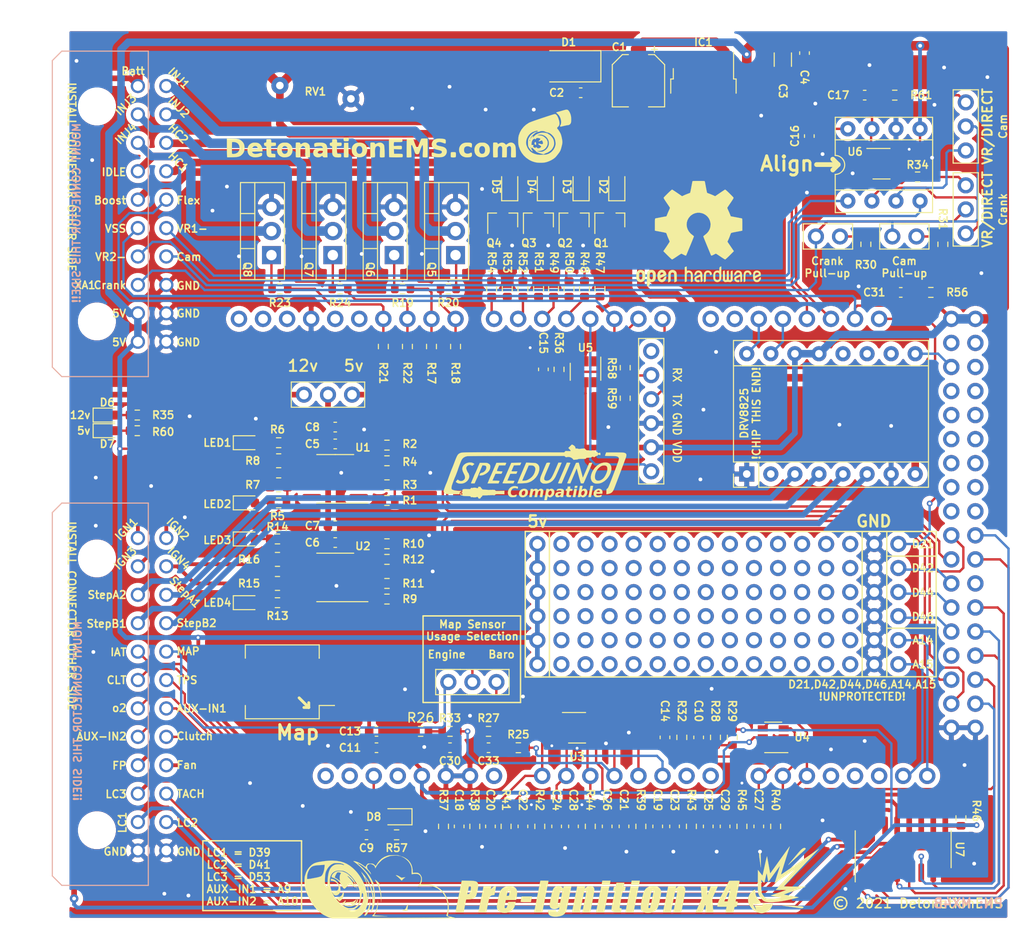
<source format=kicad_pcb>
(kicad_pcb (version 20171130) (host pcbnew "(5.1.10)-1")
  (layers (0 Front signal) (31 Back power) (34 B.Paste user hide) (35 F.Paste user hide) (36 B.SilkS user) (37 F.SilkS user) (38 B.Mask user hide) (39 F.Mask user hide) (44 Edge.Cuts user))
  (net 0 "")
  (net 1 "Net-(C1-Pad1)")
  (net 2 +BATT)
  (net 3 GND)
  (net 4 IGN-V-Select)
  (net 5 MC-D38)
  (net 6 MC-D40)
  (net 7 "Net-(R3-Pad1)")
  (net 8 "Net-(R4-Pad1)")
  (net 9 "Net-(R5-Pad1)")
  (net 10 "Net-(R6-Pad2)")
  (net 11 IGN1)
  (net 12 IGN2)
  (net 13 MC-D50)
  (net 14 MC-D52)
  (net 15 "Net-(R11-Pad1)")
  (net 16 "Net-(R12-Pad1)")
  (net 17 "Net-(R13-Pad1)")
  (net 18 "Net-(R14-Pad2)")
  (net 19 IGN4)
  (net 20 IGN3)
  (net 21 MC-D53)
  (net 22 MC-D51)
  (net 23 MC-D49)
  (net 24 MC-D47)
  (net 25 MC-D45)
  (net 26 MC-D43)
  (net 27 INJ1)
  (net 28 INJ4)
  (net 29 INJ2)
  (net 30 INJ3)
  (net 31 MC-D8)
  (net 32 MC-D11)
  (net 33 MC-D9)
  (net 34 MC-D10)
  (net 35 MC-D16)
  (net 36 MC-D17)
  (net 37 Step-B2)
  (net 38 Step-B1)
  (net 39 Step-A1)
  (net 40 Step-A2)
  (net 41 MC-D24)
  (net 42 "Net-(C10-Pad1)")
  (net 43 MC-A3)
  (net 44 MC-A4)
  (net 45 Flex)
  (net 46 MC-D19)
  (net 47 MC-D18)
  (net 48 IAT)
  (net 49 O2)
  (net 50 MC-A0)
  (net 51 MC-A8)
  (net 52 CLT)
  (net 53 A9)
  (net 54 MC-A1)
  (net 55 MC-A9)
  (net 56 TPS)
  (net 57 A10)
  (net 58 MC-A2)
  (net 59 MC-A10)
  (net 60 Map-External)
  (net 61 BOOST)
  (net 62 HC1)
  (net 63 IDLE)
  (net 64 HC2)
  (net 65 VR2-)
  (net 66 "Net-(J4-Pad3)")
  (net 67 "Net-(J4-Pad2)")
  (net 68 VR1-)
  (net 69 Crank-In)
  (net 70 Cam-In)
  (net 71 Tach)
  (net 72 Fan)
  (net 73 Fuel-Pump)
  (net 74 D53)
  (net 75 Clutch)
  (net 76 MC-D7)
  (net 77 MC-D6)
  (net 78 MC-D5)
  (net 79 MC-D4)
  (net 80 VDD)
  (net 81 MC-RESET)
  (net 82 "Net-(LED1-Pad2)")
  (net 83 "Net-(LED2-Pad2)")
  (net 84 "Net-(LED3-Pad2)")
  (net 85 "Net-(LED4-Pad2)")
  (net 86 "Net-(JP4-Pad2)")
  (net 87 "Net-(JP5-Pad2)")
  (net 88 MC-D20)
  (net 89 MC-D41)
  (net 90 MC-D39)
  (net 91 D39)
  (net 92 D41)
  (net 93 "Net-(Q1-Pad1)")
  (net 94 "Net-(Q2-Pad1)")
  (net 95 "Net-(Q3-Pad1)")
  (net 96 "Net-(Q4-Pad1)")
  (net 97 "Net-(C33-Pad1)")
  (net 98 MC-D0)
  (net 99 MC-D1)
  (net 100 "Net-(Q5-Pad1)")
  (net 101 "Net-(Q6-Pad1)")
  (net 102 "Net-(Q7-Pad1)")
  (net 103 "Net-(Q8-Pad1)")
  (net 104 MC-A5)
  (net 105 "Net-(JP7-Pad2)")
  (net 106 MC-D3)
  (net 107 "Net-(J2-Pad5)")
  (net 108 "Net-(D6-Pad2)")
  (net 109 "Net-(D7-Pad2)")
  (net 110 MC-D21)
  (net 111 MC-D42)
  (net 112 MC-D44)
  (net 113 MC-D46)
  (net 114 MC-A15)
  (net 115 MC-A14)
  (net 116 "Net-(JP2-Pad1)")
  (net 117 "Net-(JP3-Pad3)")
  (net 118 "Net-(A1-Pad12)")
  (net 119 "Net-(A1-Pad11)")
  (net 120 "Net-(A1-Pad10)")
  (net 121 "Net-(A1-Pad2)")
  (net 122 "Net-(J2-Pad6)")
  (net 123 "Net-(J3-Pad30)")
  (net 124 "Net-(J3-Pad46)")
  (net 125 "Net-(J3-Pad29)")
  (net 126 "Net-(J3-Pad45)")
  (net 127 "Net-(J3-Pad28)")
  (net 128 "Net-(J3-Pad44)")
  (net 129 "Net-(J3-Pad27)")
  (net 130 "Net-(J3-Pad43)")
  (net 131 "Net-(J3-Pad26)")
  (net 132 "Net-(J3-Pad42)")
  (net 133 "Net-(J3-Pad25)")
  (net 134 "Net-(J3-Pad41)")
  (net 135 "Net-(J3-Pad24)")
  (net 136 "Net-(J3-Pad40)")
  (net 137 "Net-(J3-Pad23)")
  (net 138 "Net-(J3-Pad39)")
  (net 139 "Net-(J3-Pad22)")
  (net 140 "Net-(J3-Pad38)")
  (net 141 "Net-(J3-Pad21)")
  (net 142 "Net-(J3-Pad37)")
  (net 143 "Net-(J3-Pad9)")
  (net 144 "Net-(J3-Pad5)")
  (net 145 "Net-(J3-Pad11)")
  (net 146 "Net-(J3-Pad14)")
  (net 147 "Net-(J3-Pad13)")
  (net 148 "Net-(J3-Pad7)")
  (net 149 "Net-(J3-Pad12)")
  (net 150 "Net-(J3-Pad6)")
  (net 151 "Net-(J3-Pad8)")
  (net 152 "Net-(J3-Pad10)")
  (net 153 "Net-(J3-Pad35)")
  (net 154 "Net-(J3-Pad20)")
  (net 155 "Net-(J3-Pad19)")
  (net 156 "Net-(J3-Pad36)")
  (net 157 "Net-(J3-Pad3)")
  (net 158 "Net-(J3-Pad18)")
  (net 159 "Net-(J3-Pad4)")
  (net 160 "Net-(J3-Pad2)")
  (net 161 "Net-(J3-Pad34)")
  (net 162 "Net-(J6-Pad30)")
  (net 163 "Net-(J6-Pad46)")
  (net 164 "Net-(J6-Pad29)")
  (net 165 "Net-(J6-Pad45)")
  (net 166 "Net-(J6-Pad28)")
  (net 167 "Net-(J6-Pad44)")
  (net 168 "Net-(J6-Pad27)")
  (net 169 "Net-(J6-Pad43)")
  (net 170 "Net-(J6-Pad26)")
  (net 171 "Net-(J6-Pad42)")
  (net 172 "Net-(J6-Pad25)")
  (net 173 "Net-(J6-Pad41)")
  (net 174 "Net-(J6-Pad24)")
  (net 175 "Net-(J6-Pad40)")
  (net 176 "Net-(J6-Pad23)")
  (net 177 "Net-(J6-Pad39)")
  (net 178 "Net-(J6-Pad22)")
  (net 179 "Net-(J6-Pad38)")
  (net 180 "Net-(J6-Pad21)")
  (net 181 "Net-(J6-Pad37)")
  (net 182 "Net-(J6-Pad9)")
  (net 183 "Net-(J6-Pad5)")
  (net 184 "Net-(J6-Pad11)")
  (net 185 "Net-(J6-Pad14)")
  (net 186 "Net-(J6-Pad13)")
  (net 187 "Net-(J6-Pad7)")
  (net 188 "Net-(J6-Pad12)")
  (net 189 "Net-(J6-Pad6)")
  (net 190 "Net-(J6-Pad8)")
  (net 191 "Net-(J6-Pad10)")
  (net 192 "Net-(J6-Pad35)")
  (net 193 "Net-(J6-Pad20)")
  (net 194 "Net-(J6-Pad19)")
  (net 195 "Net-(J6-Pad36)")
  (net 196 "Net-(J6-Pad3)")
  (net 197 "Net-(J6-Pad18)")
  (net 198 "Net-(J6-Pad4)")
  (net 199 "Net-(J6-Pad2)")
  (net 200 "Net-(J6-Pad34)")
  (net 201 "Net-(Map1-Pad7)")
  (net 202 "Net-(Map1-Pad6)")
  (net 203 "Net-(Map1-Pad5)")
  (net 204 "Net-(Map1-Pad8)")
  (net 205 "Net-(Map1-Pad1)")
  (net 206 "Net-(U1-Pad8)")
  (net 207 "Net-(U1-Pad1)")
  (net 208 "Net-(U2-Pad8)")
  (net 209 "Net-(U2-Pad1)")
  (net 210 TVS12)
  (net 211 TVS11)
  (net 212 TVS10)
  (net 213 TVS15)
  (net 214 TVS16)
  (net 215 "Net-(XA1-PadVIN)")
  (net 216 +3V3)
  (net 217 MC-IOREF)
  (net 218 MC-D15)
  (net 219 MC-D14)
  (net 220 MC-SCL)
  (net 221 MC-SDA)
  (net 222 MC-AREF)
  (net 223 MC-D13)
  (net 224 MC-D12)
  (net 225 MC-A6)
  (net 226 MC-A7)
  (net 227 MC-A11)
  (net 228 MC-A12)
  (net 229 MC-A13)
  (net 230 MC-D22)
  (net 231 MC-D23)
  (net 232 MC-D25)
  (net 233 MC-D26)
  (net 234 MC-D27)
  (net 235 MC-D28)
  (net 236 MC-D29)
  (net 237 MC-D30)
  (net 238 MC-D31)
  (net 239 MC-D32)
  (net 240 MC-D33)
  (net 241 MC-D34)
  (net 242 MC-D35)
  (net 243 MC-D36)
  (net 244 MC-D37)
  (net 245 MC-D48)
  (net 246 "Net-(U7-Pad14)")
  (net 247 "Net-(U7-Pad3)")
  (module Resistor_SMD:R_0603_1608Metric (layer Front) (at 121.539 127.381)
    (fp_text reference R26 (at 0 -1.43) (layer F.SilkS))
    (fp_text value 51k)
    (pad 2 smd roundrect (at 0.825 0) (size 0.8 0.95) (layers Front F.Paste F.Mask) (net 60 Map-External))
    (pad 1 smd roundrect (at -0.825 0) (size 0.8 0.95) (layers Front F.Paste F.Mask) (net 3 GND))
  )
  (module Detonation:Molex_Micro-Fit_3.0_43045-2000_2x10_P3.00mm_Horizontal (layer Back) (at 91.694 59.2328 270)
    (fp_text reference J7 hide)
    (fp_text value Conn_02x10_Counter_Clockwise)
    (pad "" np_thru_hole circle (at 2.16 4.32 270) (size 3 3) (drill 3) (layers *.Cu *.Mask))
    (pad "" np_thru_hole circle (at 24.86 4.32 270) (size 3 3) (drill 3) (layers *.Cu *.Mask))
    (pad 1 thru_hole circle (at 0 0 270) (size 1.5 1.5) (drill 1.02) (layers *.Cu *.Mask) (net 2 +BATT))
    (pad 2 thru_hole circle (at 3 0 270) (size 1.5 1.5) (drill 1.02) (layers *.Cu *.Mask) (net 30 INJ3))
    (pad 3 thru_hole circle (at 6 0 270) (size 1.5 1.5) (drill 1.02) (layers *.Cu *.Mask) (net 28 INJ4))
    (pad 4 thru_hole circle (at 9 0 270) (size 1.5 1.5) (drill 1.02) (layers *.Cu *.Mask) (net 63 IDLE))
    (pad 5 thru_hole circle (at 12 0 270) (size 1.5 1.5) (drill 1.02) (layers *.Cu *.Mask) (net 61 BOOST))
    (pad 6 thru_hole circle (at 15 0 270) (size 1.5 1.5) (drill 1.02) (layers *.Cu *.Mask) (net 88 MC-D20))
    (pad 7 thru_hole circle (at 18 0 270) (size 1.5 1.5) (drill 1.02) (layers *.Cu *.Mask) (net 65 VR2-))
    (pad 8 thru_hole circle (at 21 0 270) (size 1.5 1.5) (drill 1.02) (layers *.Cu *.Mask) (net 69 Crank-In))
    (pad 9 thru_hole circle (at 24 0 270) (size 1.5 1.5) (drill 1.02) (layers *.Cu *.Mask) (net 80 VDD))
    (pad 10 thru_hole circle (at 27 0 270) (size 1.5 1.5) (drill 1.02) (layers *.Cu *.Mask) (net 80 VDD))
    (pad 11 thru_hole circle (at 0 -3 270) (size 1.5 1.5) (drill 1.02) (layers *.Cu *.Mask) (net 27 INJ1))
    (pad 12 thru_hole circle (at 3 -3 270) (size 1.5 1.5) (drill 1.02) (layers *.Cu *.Mask) (net 29 INJ2))
    (pad 13 thru_hole circle (at 6 -3 270) (size 1.5 1.5) (drill 1.02) (layers *.Cu *.Mask) (net 64 HC2))
    (pad 14 thru_hole circle (at 9 -3 270) (size 1.5 1.5) (drill 1.02) (layers *.Cu *.Mask) (net 62 HC1))
    (pad 15 thru_hole circle (at 12 -3 270) (size 1.5 1.5) (drill 1.02) (layers *.Cu *.Mask) (net 45 Flex))
    (pad 16 thru_hole circle (at 15 -3 270) (size 1.5 1.5) (drill 1.02) (layers *.Cu *.Mask) (net 68 VR1-))
    (pad 17 thru_hole circle (at 18 -3 270) (size 1.5 1.5) (drill 1.02) (layers *.Cu *.Mask) (net 70 Cam-In))
    (pad 18 thru_hole circle (at 21 -3 270) (size 1.5 1.5) (drill 1.02) (layers *.Cu *.Mask) (net 3 GND))
    (pad 19 thru_hole circle (at 24 -3 270) (size 1.5 1.5) (drill 1.02) (layers *.Cu *.Mask) (net 3 GND))
    (pad 20 thru_hole circle (at 27 -3 270) (size 1.5 1.5) (drill 1.02) (layers *.Cu *.Mask) (net 3 GND))
  )
  (module Detonation:Molex_Micro-Fit_3.0_43045-2400_2x12_P3.00mm_Horizontal (layer Back) (at 91.694 106.9594 270)
    (fp_text reference J5 hide)
    (fp_text value Conn_02x12_Counter_Clockwise)
    (pad 24 thru_hole circle (at 33 -3 270) (size 1.5 1.5) (drill 1.02) (layers *.Cu *.Mask) (net 3 GND))
    (pad 23 thru_hole circle (at 30 -3 270) (size 1.5 1.5) (drill 1.02) (layers *.Cu *.Mask) (net 92 D41))
    (pad 22 thru_hole circle (at 27 -3 270) (size 1.5 1.5) (drill 1.02) (layers *.Cu *.Mask) (net 71 Tach))
    (pad 21 thru_hole circle (at 24 -3 270) (size 1.5 1.5) (drill 1.02) (layers *.Cu *.Mask) (net 72 Fan))
    (pad 20 thru_hole circle (at 21 -3 270) (size 1.5 1.5) (drill 1.02) (layers *.Cu *.Mask) (net 75 Clutch))
    (pad 19 thru_hole circle (at 18 -3 270) (size 1.5 1.5) (drill 1.02) (layers *.Cu *.Mask) (net 53 A9))
    (pad 18 thru_hole circle (at 15 -3 270) (size 1.5 1.5) (drill 1.02) (layers *.Cu *.Mask) (net 56 TPS))
    (pad 17 thru_hole circle (at 12 -3 270) (size 1.5 1.5) (drill 1.02) (layers *.Cu *.Mask) (net 60 Map-External))
    (pad 16 thru_hole circle (at 9 -3 270) (size 1.5 1.5) (drill 1.02) (layers *.Cu *.Mask) (net 37 Step-B2))
    (pad 15 thru_hole circle (at 6 -3 270) (size 1.5 1.5) (drill 1.02) (layers *.Cu *.Mask) (net 39 Step-A1))
    (pad 14 thru_hole circle (at 3 -3 270) (size 1.5 1.5) (drill 1.02) (layers *.Cu *.Mask) (net 19 IGN4))
    (pad 13 thru_hole circle (at 0 -3 270) (size 1.5 1.5) (drill 1.02) (layers *.Cu *.Mask) (net 12 IGN2))
    (pad 12 thru_hole circle (at 33 0 270) (size 1.5 1.5) (drill 1.02) (layers *.Cu *.Mask) (net 3 GND))
    (pad 11 thru_hole circle (at 30 0 270) (size 1.5 1.5) (drill 1.02) (layers *.Cu *.Mask) (net 91 D39))
    (pad 10 thru_hole circle (at 27 0 270) (size 1.5 1.5) (drill 1.02) (layers *.Cu *.Mask) (net 74 D53))
    (pad 9 thru_hole circle (at 24 0 270) (size 1.5 1.5) (drill 1.02) (layers *.Cu *.Mask) (net 73 Fuel-Pump))
    (pad 8 thru_hole circle (at 21 0 270) (size 1.5 1.5) (drill 1.02) (layers *.Cu *.Mask) (net 57 A10))
    (pad 7 thru_hole circle (at 18 0 270) (size 1.5 1.5) (drill 1.02) (layers *.Cu *.Mask) (net 49 O2))
    (pad 6 thru_hole circle (at 15 0 270) (size 1.5 1.5) (drill 1.02) (layers *.Cu *.Mask) (net 52 CLT))
    (pad 5 thru_hole circle (at 12 0 270) (size 1.5 1.5) (drill 1.02) (layers *.Cu *.Mask) (net 48 IAT))
    (pad 4 thru_hole circle (at 9 0 270) (size 1.5 1.5) (drill 1.02) (layers *.Cu *.Mask) (net 38 Step-B1))
    (pad 3 thru_hole circle (at 6 0 270) (size 1.5 1.5) (drill 1.02) (layers *.Cu *.Mask) (net 40 Step-A2))
    (pad 2 thru_hole circle (at 3 0 270) (size 1.5 1.5) (drill 1.02) (layers *.Cu *.Mask) (net 20 IGN3))
    (pad 1 thru_hole circle (at 0 0 270) (size 1.5 1.5) (drill 1.02) (layers *.Cu *.Mask) (net 11 IGN1))
    (pad "" np_thru_hole circle (at 30.86 4.32 270) (size 3 3) (drill 3) (layers *.Cu *.Mask))
    (pad "" np_thru_hole circle (at 2.16 4.32 270) (size 3 3) (drill 3) (layers *.Cu *.Mask))
  )
  (module Detonation:SpeeduinoCompatible-21mm (layer Front) (at 133.604 99.949)
    (fp_text reference G4 hide)
    (fp_text value Logo_Open_Hardware_Small hide)
  )
  (module Symbol:OSHW-Logo2_14.6x12mm_SilkScreen (layer Front) (at 150.876 74.803)
    (fp_text reference G6 hide)
    (fp_text value Logo_Open_Hardware_Small hide)
  )
  (module Detonation:Pre-IgnitionX4-30mm (layer Front) (at 140.208 145.034)
    (fp_text reference G5 hide)
    (fp_text value Logo_Open_Hardware_Small hide)
  )
  (module Detonation:Boom8mm (layer Front) (at 159.893 143.002)
    (fp_text reference G3 hide)
    (fp_text value Logo_Open_Hardware_Small hide)
  )
  (module Detonation:TireSmoke-22mm (layer Front) (at 117.348 143.764)
    (fp_text reference G2 hide)
    (fp_text value Logo_Open_Hardware_Small hide)
  )
  (module Detonation:DetonationEMS (layer Front) (at 119.253 64.516)
    (fp_text reference G1 hide)
    (fp_text value Logo_Open_Hardware_Small hide)
  )
  (module Diode_SMD:D_SOD-323F (layer Front) (at 119.126 136.398 180)
    (fp_text reference D8 (at 2.54 0 unlocked) (layer F.SilkS) (effects (font (size 0.8 0.8) (thickness 0.16))))
    (fp_text value 1N4148WS)
    (pad 2 smd rect (at 1.1 0 180) (size 0.5 0.5) (layers Front F.Paste F.Mask) (net 81 MC-RESET))
    (pad 1 smd rect (at -1.1 0 180) (size 0.5 0.5) (layers Front F.Paste F.Mask) (net 80 VDD))
  )
  (module Detonation:3-PinSwitch (layer Front) (at 124.46 122.174 90)
    (fp_text reference JP7 hide)
    (fp_text value Jumper_3_Bridged12)
    (pad 3 thru_hole oval (at 0 5.08 90) (size 1.7 1.7) (drill 1) (layers *.Cu *.Mask) (net 97 "Net-(C33-Pad1)"))
    (pad 2 thru_hole oval (at 0 2.54 90) (size 1.7 1.7) (drill 1) (layers *.Cu *.Mask) (net 105 "Net-(JP7-Pad2)"))
    (pad 1 thru_hole circle (at 0 0 90) (size 1.7 1.7) (drill 1) (layers *.Cu *.Mask) (net 60 Map-External))
  )
  (module Detonation:Header-1x6-P2.54mm (layer Front) (at 145.8722 99.9236 180)
    (fp_text reference J2 hide)
    (fp_text value Conn_01x04)
    (pad 6 thru_hole oval (at 0 12.7 180) (size 1.7 1.7) (drill 1) (layers *.Cu *.Mask) (net 122 "Net-(J2-Pad6)"))
    (pad 5 thru_hole oval (at 0 10.16 180) (size 1.7 1.7) (drill 1) (layers *.Cu *.Mask) (net 107 "Net-(J2-Pad5)"))
    (pad 4 thru_hole oval (at 0 7.62 180) (size 1.7 1.7) (drill 1) (layers *.Cu *.Mask) (net 98 MC-D0))
    (pad 3 thru_hole oval (at 0 5.08 180) (size 1.7 1.7) (drill 1) (layers *.Cu *.Mask) (net 3 GND))
    (pad 2 thru_hole oval (at 0 2.54 180) (size 1.7 1.7) (drill 1) (layers *.Cu *.Mask) (net 80 VDD))
    (pad 1 thru_hole circle (at 0 0 180) (size 1.7 1.7) (drill 1) (layers *.Cu *.Mask) (net 106 MC-D3))
  )
  (module Detonation:PROTO-3X16 (layer Front) (at 155.321 111.4044)
    (fp_text reference J6 hide)
    (fp_text value Conn_02x16_Counter_Clockwise hide)
    (pad 30 thru_hole circle (at 11.557 -1.27) (size 1.7 1.7) (drill 1) (layers *.Cu *.Mask) (net 162 "Net-(J6-Pad30)"))
    (pad 46 thru_hole circle (at 11.557 1.27) (size 1.7 1.7) (drill 1) (layers *.Cu *.Mask) (net 163 "Net-(J6-Pad46)"))
    (pad 29 thru_hole circle (at 9.017 -1.27) (size 1.7 1.7) (drill 1) (layers *.Cu *.Mask) (net 164 "Net-(J6-Pad29)"))
    (pad 45 thru_hole circle (at 9.017 1.27) (size 1.7 1.7) (drill 1) (layers *.Cu *.Mask) (net 165 "Net-(J6-Pad45)"))
    (pad 28 thru_hole circle (at 6.477 -1.27) (size 1.7 1.7) (drill 1) (layers *.Cu *.Mask) (net 166 "Net-(J6-Pad28)"))
    (pad 44 thru_hole circle (at 6.477 1.27) (size 1.7 1.7) (drill 1) (layers *.Cu *.Mask) (net 167 "Net-(J6-Pad44)"))
    (pad 27 thru_hole circle (at 3.937 -1.27) (size 1.7 1.7) (drill 1) (layers *.Cu *.Mask) (net 168 "Net-(J6-Pad27)"))
    (pad 43 thru_hole circle (at 3.937 1.27) (size 1.7 1.7) (drill 1) (layers *.Cu *.Mask) (net 169 "Net-(J6-Pad43)"))
    (pad 26 thru_hole circle (at 1.397 -1.27) (size 1.7 1.7) (drill 1) (layers *.Cu *.Mask) (net 170 "Net-(J6-Pad26)"))
    (pad 42 thru_hole circle (at 1.397 1.27) (size 1.7 1.7) (drill 1) (layers *.Cu *.Mask) (net 171 "Net-(J6-Pad42)"))
    (pad 25 thru_hole circle (at -1.143 -1.27) (size 1.7 1.7) (drill 1) (layers *.Cu *.Mask) (net 172 "Net-(J6-Pad25)"))
    (pad 41 thru_hole circle (at -1.143 1.27) (size 1.7 1.7) (drill 1) (layers *.Cu *.Mask) (net 173 "Net-(J6-Pad41)"))
    (pad 24 thru_hole circle (at -3.683 -1.27) (size 1.7 1.7) (drill 1) (layers *.Cu *.Mask) (net 174 "Net-(J6-Pad24)"))
    (pad 40 thru_hole circle (at -3.683 1.27) (size 1.7 1.7) (drill 1) (layers *.Cu *.Mask) (net 175 "Net-(J6-Pad40)"))
    (pad 23 thru_hole circle (at -6.223 -1.27) (size 1.7 1.7) (drill 1) (layers *.Cu *.Mask) (net 176 "Net-(J6-Pad23)"))
    (pad 39 thru_hole circle (at -6.223 1.27) (size 1.7 1.7) (drill 1) (layers *.Cu *.Mask) (net 177 "Net-(J6-Pad39)"))
    (pad 22 thru_hole circle (at -8.763 -1.27) (size 1.7 1.7) (drill 1) (layers *.Cu *.Mask) (net 178 "Net-(J6-Pad22)"))
    (pad 38 thru_hole circle (at -8.763 1.27) (size 1.7 1.7) (drill 1) (layers *.Cu *.Mask) (net 179 "Net-(J6-Pad38)"))
    (pad 21 thru_hole circle (at -11.303 -1.27) (size 1.7 1.7) (drill 1) (layers *.Cu *.Mask) (net 180 "Net-(J6-Pad21)"))
    (pad 37 thru_hole circle (at -11.303 1.27) (size 1.7 1.7) (drill 1) (layers *.Cu *.Mask) (net 181 "Net-(J6-Pad37)"))
    (pad 9 thru_hole circle (at -1.143 -3.81) (size 1.7 1.7) (drill 1) (layers *.Cu *.Mask) (net 182 "Net-(J6-Pad9)"))
    (pad 5 thru_hole circle (at -11.303 -3.81) (size 1.7 1.7) (drill 1) (layers *.Cu *.Mask) (net 183 "Net-(J6-Pad5)"))
    (pad 11 thru_hole circle (at 3.937 -3.81) (size 1.7 1.7) (drill 1) (layers *.Cu *.Mask) (net 184 "Net-(J6-Pad11)"))
    (pad 14 thru_hole circle (at 11.557 -3.81) (size 1.7 1.7) (drill 1) (layers *.Cu *.Mask) (net 185 "Net-(J6-Pad14)"))
    (pad 32 thru_hole circle (at 16.637 -1.27) (size 1.7 1.7) (drill 1) (layers *.Cu *.Mask) (net 111 MC-D42))
    (pad 13 thru_hole circle (at 9.017 -3.81) (size 1.7 1.7) (drill 1) (layers *.Cu *.Mask) (net 186 "Net-(J6-Pad13)"))
    (pad 7 thru_hole circle (at -6.223 -3.81) (size 1.7 1.7) (drill 1) (layers *.Cu *.Mask) (net 187 "Net-(J6-Pad7)"))
    (pad 15 thru_hole circle (at 14.097 -3.81) (size 1.7 1.7) (drill 1) (layers *.Cu *.Mask) (net 3 GND))
    (pad 12 thru_hole circle (at 6.477 -3.81) (size 1.7 1.7) (drill 1) (layers *.Cu *.Mask) (net 188 "Net-(J6-Pad12)"))
    (pad 6 thru_hole circle (at -8.763 -3.81) (size 1.7 1.7) (drill 1) (layers *.Cu *.Mask) (net 189 "Net-(J6-Pad6)"))
    (pad 8 thru_hole circle (at -3.683 -3.81) (size 1.7 1.7) (drill 1) (layers *.Cu *.Mask) (net 190 "Net-(J6-Pad8)"))
    (pad 10 thru_hole circle (at 1.397 -3.81) (size 1.7 1.7) (drill 1) (layers *.Cu *.Mask) (net 191 "Net-(J6-Pad10)"))
    (pad 16 thru_hole circle (at 16.637 -3.81) (size 1.7 1.7) (drill 1) (layers *.Cu *.Mask) (net 110 MC-D21))
    (pad 31 thru_hole circle (at 14.097 -1.27) (size 1.7 1.7) (drill 1) (layers *.Cu *.Mask) (net 3 GND))
    (pad 47 thru_hole circle (at 14.097 1.27) (size 1.7 1.7) (drill 1) (layers *.Cu *.Mask) (net 3 GND))
    (pad 48 thru_hole circle (at 16.637 1.27) (size 1.7 1.7) (drill 1) (layers *.Cu *.Mask) (net 112 MC-D44))
    (pad 35 thru_hole circle (at -16.383 1.27) (size 1.7 1.7) (drill 1) (layers *.Cu *.Mask) (net 192 "Net-(J6-Pad35)"))
    (pad 20 thru_hole circle (at -13.843 -1.27) (size 1.7 1.7) (drill 1) (layers *.Cu *.Mask) (net 193 "Net-(J6-Pad20)"))
    (pad 17 thru_hole circle (at -21.463 -1.27) (size 1.7 1.7) (drill 1) (layers *.Cu *.Mask) (net 80 VDD))
    (pad 19 thru_hole circle (at -16.383 -1.27) (size 1.7 1.7) (drill 1) (layers *.Cu *.Mask) (net 194 "Net-(J6-Pad19)"))
    (pad 36 thru_hole circle (at -13.843 1.27) (size 1.7 1.7) (drill 1) (layers *.Cu *.Mask) (net 195 "Net-(J6-Pad36)"))
    (pad 33 thru_hole circle (at -21.463 1.27) (size 1.7 1.7) (drill 1) (layers *.Cu *.Mask) (net 80 VDD))
    (pad 1 thru_hole circle (at -21.463 -3.81) (size 1.7 1.7) (drill 1) (layers *.Cu *.Mask) (net 80 VDD))
    (pad 3 thru_hole circle (at -16.383 -3.81) (size 1.7 1.7) (drill 1) (layers *.Cu *.Mask) (net 196 "Net-(J6-Pad3)"))
    (pad 18 thru_hole circle (at -18.923 -1.27) (size 1.7 1.7) (drill 1) (layers *.Cu *.Mask) (net 197 "Net-(J6-Pad18)"))
    (pad 4 thru_hole circle (at -13.843 -3.81) (size 1.7 1.7) (drill 1) (layers *.Cu *.Mask) (net 198 "Net-(J6-Pad4)"))
    (pad 2 thru_hole circle (at -18.923 -3.81) (size 1.7 1.7) (drill 1) (layers *.Cu *.Mask) (net 199 "Net-(J6-Pad2)"))
    (pad 34 thru_hole circle (at -18.923 1.27) (size 1.7 1.7) (drill 1) (layers *.Cu *.Mask) (net 200 "Net-(J6-Pad34)"))
  )
  (module Detonation:PROTO-3X16 (layer Front) (at 155.321 119.0244)
    (fp_text reference J3 hide)
    (fp_text value Conn_02x16_Counter_Clockwise hide)
    (pad 30 thru_hole circle (at 11.557 -1.27) (size 1.7 1.7) (drill 1) (layers *.Cu *.Mask) (net 123 "Net-(J3-Pad30)"))
    (pad 46 thru_hole circle (at 11.557 1.27) (size 1.7 1.7) (drill 1) (layers *.Cu *.Mask) (net 124 "Net-(J3-Pad46)"))
    (pad 29 thru_hole circle (at 9.017 -1.27) (size 1.7 1.7) (drill 1) (layers *.Cu *.Mask) (net 125 "Net-(J3-Pad29)"))
    (pad 45 thru_hole circle (at 9.017 1.27) (size 1.7 1.7) (drill 1) (layers *.Cu *.Mask) (net 126 "Net-(J3-Pad45)"))
    (pad 28 thru_hole circle (at 6.477 -1.27) (size 1.7 1.7) (drill 1) (layers *.Cu *.Mask) (net 127 "Net-(J3-Pad28)"))
    (pad 44 thru_hole circle (at 6.477 1.27) (size 1.7 1.7) (drill 1) (layers *.Cu *.Mask) (net 128 "Net-(J3-Pad44)"))
    (pad 27 thru_hole circle (at 3.937 -1.27) (size 1.7 1.7) (drill 1) (layers *.Cu *.Mask) (net 129 "Net-(J3-Pad27)"))
    (pad 43 thru_hole circle (at 3.937 1.27) (size 1.7 1.7) (drill 1) (layers *.Cu *.Mask) (net 130 "Net-(J3-Pad43)"))
    (pad 26 thru_hole circle (at 1.397 -1.27) (size 1.7 1.7) (drill 1) (layers *.Cu *.Mask) (net 131 "Net-(J3-Pad26)"))
    (pad 42 thru_hole circle (at 1.397 1.27) (size 1.7 1.7) (drill 1) (layers *.Cu *.Mask) (net 132 "Net-(J3-Pad42)"))
    (pad 25 thru_hole circle (at -1.143 -1.27) (size 1.7 1.7) (drill 1) (layers *.Cu *.Mask) (net 133 "Net-(J3-Pad25)"))
    (pad 41 thru_hole circle (at -1.143 1.27) (size 1.7 1.7) (drill 1) (layers *.Cu *.Mask) (net 134 "Net-(J3-Pad41)"))
    (pad 24 thru_hole circle (at -3.683 -1.27) (size 1.7 1.7) (drill 1) (layers *.Cu *.Mask) (net 135 "Net-(J3-Pad24)"))
    (pad 40 thru_hole circle (at -3.683 1.27) (size 1.7 1.7) (drill 1) (layers *.Cu *.Mask) (net 136 "Net-(J3-Pad40)"))
    (pad 23 thru_hole circle (at -6.223 -1.27) (size 1.7 1.7) (drill 1) (layers *.Cu *.Mask) (net 137 "Net-(J3-Pad23)"))
    (pad 39 thru_hole circle (at -6.223 1.27) (size 1.7 1.7) (drill 1) (layers *.Cu *.Mask) (net 138 "Net-(J3-Pad39)"))
    (pad 22 thru_hole circle (at -8.763 -1.27) (size 1.7 1.7) (drill 1) (layers *.Cu *.Mask) (net 139 "Net-(J3-Pad22)"))
    (pad 38 thru_hole circle (at -8.763 1.27) (size 1.7 1.7) (drill 1) (layers *.Cu *.Mask) (net 140 "Net-(J3-Pad38)"))
    (pad 21 thru_hole circle (at -11.303 -1.27) (size 1.7 1.7) (drill 1) (layers *.Cu *.Mask) (net 141 "Net-(J3-Pad21)"))
    (pad 37 thru_hole circle (at -11.303 1.27) (size 1.7 1.7) (drill 1) (layers *.Cu *.Mask) (net 142 "Net-(J3-Pad37)"))
    (pad 9 thru_hole circle (at -1.143 -3.81) (size 1.7 1.7) (drill 1) (layers *.Cu *.Mask) (net 143 "Net-(J3-Pad9)"))
    (pad 5 thru_hole circle (at -11.303 -3.81) (size 1.7 1.7) (drill 1) (layers *.Cu *.Mask) (net 144 "Net-(J3-Pad5)"))
    (pad 11 thru_hole circle (at 3.937 -3.81) (size 1.7 1.7) (drill 1) (layers *.Cu *.Mask) (net 145 "Net-(J3-Pad11)"))
    (pad 14 thru_hole circle (at 11.557 -3.81) (size 1.7 1.7) (drill 1) (layers *.Cu *.Mask) (net 146 "Net-(J3-Pad14)"))
    (pad 32 thru_hole circle (at 16.637 -1.27) (size 1.7 1.7) (drill 1) (layers *.Cu *.Mask) (net 114 MC-A15))
    (pad 13 thru_hole circle (at 9.017 -3.81) (size 1.7 1.7) (drill 1) (layers *.Cu *.Mask) (net 147 "Net-(J3-Pad13)"))
    (pad 7 thru_hole circle (at -6.223 -3.81) (size 1.7 1.7) (drill 1) (layers *.Cu *.Mask) (net 148 "Net-(J3-Pad7)"))
    (pad 15 thru_hole circle (at 14.097 -3.81) (size 1.7 1.7) (drill 1) (layers *.Cu *.Mask) (net 3 GND))
    (pad 12 thru_hole circle (at 6.477 -3.81) (size 1.7 1.7) (drill 1) (layers *.Cu *.Mask) (net 149 "Net-(J3-Pad12)"))
    (pad 6 thru_hole circle (at -8.763 -3.81) (size 1.7 1.7) (drill 1) (layers *.Cu *.Mask) (net 150 "Net-(J3-Pad6)"))
    (pad 8 thru_hole circle (at -3.683 -3.81) (size 1.7 1.7) (drill 1) (layers *.Cu *.Mask) (net 151 "Net-(J3-Pad8)"))
    (pad 10 thru_hole circle (at 1.397 -3.81) (size 1.7 1.7) (drill 1) (layers *.Cu *.Mask) (net 152 "Net-(J3-Pad10)"))
    (pad 16 thru_hole circle (at 16.637 -3.81) (size 1.7 1.7) (drill 1) (layers *.Cu *.Mask) (net 113 MC-D46))
    (pad 31 thru_hole circle (at 14.097 -1.27) (size 1.7 1.7) (drill 1) (layers *.Cu *.Mask) (net 3 GND))
    (pad 47 thru_hole circle (at 14.097 1.27) (size 1.7 1.7) (drill 1) (layers *.Cu *.Mask) (net 3 GND))
    (pad 48 thru_hole circle (at 16.637 1.27) (size 1.7 1.7) (drill 1) (layers *.Cu *.Mask) (net 115 MC-A14))
    (pad 35 thru_hole circle (at -16.383 1.27) (size 1.7 1.7) (drill 1) (layers *.Cu *.Mask) (net 153 "Net-(J3-Pad35)"))
    (pad 20 thru_hole circle (at -13.843 -1.27) (size 1.7 1.7) (drill 1) (layers *.Cu *.Mask) (net 154 "Net-(J3-Pad20)"))
    (pad 17 thru_hole circle (at -21.463 -1.27) (size 1.7 1.7) (drill 1) (layers *.Cu *.Mask) (net 80 VDD))
    (pad 19 thru_hole circle (at -16.383 -1.27) (size 1.7 1.7) (drill 1) (layers *.Cu *.Mask) (net 155 "Net-(J3-Pad19)"))
    (pad 36 thru_hole circle (at -13.843 1.27) (size 1.7 1.7) (drill 1) (layers *.Cu *.Mask) (net 156 "Net-(J3-Pad36)"))
    (pad 33 thru_hole circle (at -21.463 1.27) (size 1.7 1.7) (drill 1) (layers *.Cu *.Mask) (net 80 VDD))
    (pad 1 thru_hole circle (at -21.463 -3.81) (size 1.7 1.7) (drill 1) (layers *.Cu *.Mask) (net 80 VDD))
    (pad 3 thru_hole circle (at -16.383 -3.81) (size 1.7 1.7) (drill 1) (layers *.Cu *.Mask) (net 157 "Net-(J3-Pad3)"))
    (pad 18 thru_hole circle (at -18.923 -1.27) (size 1.7 1.7) (drill 1) (layers *.Cu *.Mask) (net 158 "Net-(J3-Pad18)"))
    (pad 4 thru_hole circle (at -13.843 -3.81) (size 1.7 1.7) (drill 1) (layers *.Cu *.Mask) (net 159 "Net-(J3-Pad4)"))
    (pad 2 thru_hole circle (at -18.923 -3.81) (size 1.7 1.7) (drill 1) (layers *.Cu *.Mask) (net 160 "Net-(J3-Pad2)"))
    (pad 34 thru_hole circle (at -18.923 1.27) (size 1.7 1.7) (drill 1) (layers *.Cu *.Mask) (net 161 "Net-(J3-Pad34)"))
  )
  (module Detonation:Socket_VRConditioner (layer Front) (at 166.624 71.374 90)
    (fp_text reference J4 hide)
    (fp_text value VR_Header)
    (pad 8 thru_hole oval (at 7.62 0 90) (size 1.6 1.6) (drill 0.8) (layers *.Cu *.Mask) (net 46 MC-D19))
    (pad 4 thru_hole oval (at 0 7.62 90) (size 1.6 1.6) (drill 0.8) (layers *.Cu *.Mask) (net 65 VR2-))
    (pad 7 thru_hole oval (at 7.62 2.54 90) (size 1.6 1.6) (drill 0.8) (layers *.Cu *.Mask) (net 47 MC-D18))
    (pad 3 thru_hole oval (at 0 5.08 90) (size 1.6 1.6) (drill 0.8) (layers *.Cu *.Mask) (net 66 "Net-(J4-Pad3)"))
    (pad 6 thru_hole oval (at 7.62 5.08 90) (size 1.6 1.6) (drill 0.8) (layers *.Cu *.Mask) (net 3 GND))
    (pad 2 thru_hole oval (at 0 2.54 90) (size 1.6 1.6) (drill 0.8) (layers *.Cu *.Mask) (net 67 "Net-(J4-Pad2)"))
    (pad 5 thru_hole oval (at 7.62 7.62 90) (size 1.6 1.6) (drill 0.8) (layers *.Cu *.Mask) (net 80 VDD))
    (pad 1 thru_hole circle (at 0 0 90) (size 1.6 1.6) (drill 0.8) (layers *.Cu *.Mask) (net 68 VR1-))
  )
  (module Resistor_SMD:R_0603_1608Metric (layer Front) (at 171.577 60.198)
    (fp_text reference R61 (at 2.794 0 unlocked) (layer F.SilkS) (effects (font (size 0.8 0.8) (thickness 0.16))))
    (fp_text value 470)
    (pad 2 smd roundrect (at 0.825 0) (size 0.8 0.95) (layers Front F.Paste F.Mask) (net 117 "Net-(JP3-Pad3)"))
    (pad 1 smd roundrect (at -0.825 0) (size 0.8 0.95) (layers Front F.Paste F.Mask) (net 47 MC-D18))
  )
  (module Resistor_SMD:R_0603_1608Metric (layer Front) (at 173.99 68.834)
    (fp_text reference R34 (at 0 -1.27 unlocked) (layer F.SilkS) (effects (font (size 0.8 0.8) (thickness 0.16))))
    (fp_text value 470)
    (pad 2 smd roundrect (at 0.825 0) (size 0.8 0.95) (layers Front F.Paste F.Mask) (net 116 "Net-(JP2-Pad1)"))
    (pad 1 smd roundrect (at -0.825 0) (size 0.8 0.95) (layers Front F.Paste F.Mask) (net 46 MC-D19))
  )
  (module Resistor_SMD:R_0603_1608Metric (layer Front) (at 91.6305 95.631)
    (fp_text reference R60 (at 2.7305 0.127 unlocked) (layer F.SilkS) (effects (font (size 0.8 0.8) (thickness 0.16))))
    (fp_text value 470)
    (pad 2 smd roundrect (at 0.825 0) (size 0.8 0.95) (layers Front F.Paste F.Mask) (net 80 VDD))
    (pad 1 smd roundrect (at -0.825 0) (size 0.8 0.95) (layers Front F.Paste F.Mask) (net 109 "Net-(D7-Pad2)"))
  )
  (module Resistor_SMD:R_0603_1608Metric (layer Front) (at 143.129 92.202 90)
    (fp_text reference R59 (at 0 -1.397 -90 unlocked) (layer F.SilkS) (effects (font (size 0.8 0.8) (thickness 0.16))))
    (fp_text value 2K)
    (pad 2 smd roundrect (at 0.825 0 90) (size 0.8 0.95) (layers Front F.Paste F.Mask) (net 107 "Net-(J2-Pad5)"))
    (pad 1 smd roundrect (at -0.825 0 90) (size 0.8 0.95) (layers Front F.Paste F.Mask) (net 3 GND))
  )
  (module Resistor_SMD:R_0603_1608Metric (layer Front) (at 143.129 88.9762 90)
    (fp_text reference R58 (at -0.0508 -1.397 270 unlocked) (layer F.SilkS) (effects (font (size 0.8 0.8) (thickness 0.16))))
    (fp_text value 1k)
    (pad 2 smd roundrect (at 0.825 0 90) (size 0.8 0.95) (layers Front F.Paste F.Mask) (net 99 MC-D1))
    (pad 1 smd roundrect (at -0.825 0 90) (size 0.8 0.95) (layers Front F.Paste F.Mask) (net 107 "Net-(J2-Pad5)"))
  )
  (module Resistor_SMD:R_0603_1608Metric (layer Front) (at 175.387 81.026)
    (fp_text reference R56 (at 2.794 0 unlocked) (layer F.SilkS) (effects (font (size 0.8 0.8) (thickness 0.16))))
    (fp_text value 1k)
    (pad 2 smd roundrect (at 0.825 0) (size 0.8 0.95) (layers Front F.Paste F.Mask) (net 80 VDD))
    (pad 1 smd roundrect (at -0.825 0) (size 0.8 0.95) (layers Front F.Paste F.Mask) (net 88 MC-D20))
  )
  (module Resistor_SMD:R_0603_1608Metric (layer Front) (at 129.032 80.645 270)
    (fp_text reference R54 (at -2.794 -0.018143 270 unlocked) (layer F.SilkS) (effects (font (size 0.8 0.8) (thickness 0.16))))
    (fp_text value 120)
    (pad 2 smd roundrect (at 0.825 0 270) (size 0.8 0.95) (layers Front F.Paste F.Mask) (net 76 MC-D7))
    (pad 1 smd roundrect (at -0.825 0 270) (size 0.8 0.95) (layers Front F.Paste F.Mask) (net 96 "Net-(Q4-Pad1)"))
  )
  (module Resistor_SMD:R_0603_1608Metric (layer Front) (at 130.683 80.645 270)
    (fp_text reference R53 (at -2.794 0 270 unlocked) (layer F.SilkS) (effects (font (size 0.8 0.8) (thickness 0.16))))
    (fp_text value 100K)
    (pad 2 smd roundrect (at 0.825 0 270) (size 0.8 0.95) (layers Front F.Paste F.Mask) (net 76 MC-D7))
    (pad 1 smd roundrect (at -0.825 0 270) (size 0.8 0.95) (layers Front F.Paste F.Mask) (net 3 GND))
  )
  (module Resistor_SMD:R_0603_1608Metric (layer Front) (at 132.334 80.645 270)
    (fp_text reference R52 (at -2.794 0.009071 270 unlocked) (layer F.SilkS) (effects (font (size 0.8 0.8) (thickness 0.16))))
    (fp_text value 120)
    (pad 2 smd roundrect (at 0.825 0 270) (size 0.8 0.95) (layers Front F.Paste F.Mask) (net 77 MC-D6))
    (pad 1 smd roundrect (at -0.825 0 270) (size 0.8 0.95) (layers Front F.Paste F.Mask) (net 95 "Net-(Q3-Pad1)"))
  )
  (module Resistor_SMD:R_0603_1608Metric (layer Front) (at 133.985 80.645 270)
    (fp_text reference R51 (at -2.794 -0.036286 270 unlocked) (layer F.SilkS) (effects (font (size 0.8 0.8) (thickness 0.16))))
    (fp_text value 100K)
    (pad 2 smd roundrect (at 0.825 0 270) (size 0.8 0.95) (layers Front F.Paste F.Mask) (net 77 MC-D6))
    (pad 1 smd roundrect (at -0.825 0 270) (size 0.8 0.95) (layers Front F.Paste F.Mask) (net 3 GND))
  )
  (module Resistor_SMD:R_0603_1608Metric (layer Front) (at 137.196285 80.645 270)
    (fp_text reference R50 (at -2.794 -0.036285 270 unlocked) (layer F.SilkS) (effects (font (size 0.8 0.8) (thickness 0.16))))
    (fp_text value 120)
    (pad 2 smd roundrect (at 0.825 0 270) (size 0.8 0.95) (layers Front F.Paste F.Mask) (net 78 MC-D5))
    (pad 1 smd roundrect (at -0.825 0 270) (size 0.8 0.95) (layers Front F.Paste F.Mask) (net 94 "Net-(Q2-Pad1)"))
  )
  (module Resistor_SMD:R_0603_1608Metric (layer Front) (at 135.563428 80.645 270)
    (fp_text reference R49 (at -2.794 -0.054428 270 unlocked) (layer F.SilkS) (effects (font (size 0.8 0.8) (thickness 0.16))))
    (fp_text value 100K)
    (pad 2 smd roundrect (at 0.825 0 270) (size 0.8 0.95) (layers Front F.Paste F.Mask) (net 78 MC-D5))
    (pad 1 smd roundrect (at -0.825 0 270) (size 0.8 0.95) (layers Front F.Paste F.Mask) (net 3 GND))
  )
  (module Resistor_SMD:R_0603_1608Metric (layer Front) (at 138.829142 80.645 270)
    (fp_text reference R48 (at -2.794 -0.018142 270 unlocked) (layer F.SilkS) (effects (font (size 0.8 0.8) (thickness 0.16))))
    (fp_text value 120)
    (pad 2 smd roundrect (at 0.825 0 270) (size 0.8 0.95) (layers Front F.Paste F.Mask) (net 79 MC-D4))
    (pad 1 smd roundrect (at -0.825 0 270) (size 0.8 0.95) (layers Front F.Paste F.Mask) (net 93 "Net-(Q1-Pad1)"))
  )
  (module Resistor_SMD:R_0603_1608Metric (layer Front) (at 140.462 80.645 270)
    (fp_text reference R47 (at -2.794 0 270 unlocked) (layer F.SilkS) (effects (font (size 0.8 0.8) (thickness 0.16))))
    (fp_text value 100K)
    (pad 2 smd roundrect (at 0.825 0 270) (size 0.8 0.95) (layers Front F.Paste F.Mask) (net 79 MC-D4))
    (pad 1 smd roundrect (at -0.825 0 270) (size 0.8 0.95) (layers Front F.Paste F.Mask) (net 3 GND))
  )
  (module Resistor_SMD:R_0603_1608Metric (layer Front) (at 155.448 137.414 270)
    (fp_text reference R45 (at -2.794 0 270 unlocked) (layer F.SilkS) (effects (font (size 0.8 0.8) (thickness 0.16))))
    (fp_text value 470)
    (pad 2 smd roundrect (at 0.825 0 270) (size 0.8 0.95) (layers Front F.Paste F.Mask) (net 57 A10))
    (pad 1 smd roundrect (at -0.825 0 270) (size 0.8 0.95) (layers Front F.Paste F.Mask) (net 59 MC-A10))
  )
  (module Resistor_SMD:R_0603_1608Metric (layer Front) (at 139.446 137.414 270)
    (fp_text reference R44 (at -2.794 0 270 unlocked) (layer F.SilkS) (effects (font (size 0.8 0.8) (thickness 0.16))))
    (fp_text value 470)
    (pad 2 smd roundrect (at 0.825 0 270) (size 0.8 0.95) (layers Front F.Paste F.Mask) (net 56 TPS))
    (pad 1 smd roundrect (at -0.825 0 270) (size 0.8 0.95) (layers Front F.Paste F.Mask) (net 58 MC-A2))
  )
  (module Resistor_SMD:R_0603_1608Metric (layer Front) (at 150.114 137.414 270)
    (fp_text reference R43 (at -2.794 0 270 unlocked) (layer F.SilkS) (effects (font (size 0.8 0.8) (thickness 0.16))))
    (fp_text value 470)
    (pad 2 smd roundrect (at 0.825 0 270) (size 0.8 0.95) (layers Front F.Paste F.Mask) (net 53 A9))
    (pad 1 smd roundrect (at -0.825 0 270) (size 0.8 0.95) (layers Front F.Paste F.Mask) (net 55 MC-A9))
  )
  (module Resistor_SMD:R_0603_1608Metric (layer Front) (at 134.112 137.414 270)
    (fp_text reference R42 (at -2.794 0 270 unlocked) (layer F.SilkS) (effects (font (size 0.8 0.8) (thickness 0.16))))
    (fp_text value 470)
    (pad 2 smd roundrect (at 0.825 0 270) (size 0.8 0.95) (layers Front F.Paste F.Mask) (net 52 CLT))
    (pad 1 smd roundrect (at -0.825 0 270) (size 0.8 0.95) (layers Front F.Paste F.Mask) (net 54 MC-A1))
  )
  (module Resistor_SMD:R_0603_1608Metric (layer Front) (at 159.004 137.414 270)
    (fp_text reference R40 (at -2.794 0 270 unlocked) (layer F.SilkS) (effects (font (size 0.8 0.8) (thickness 0.16))))
    (fp_text value 1k)
    (pad 2 smd roundrect (at 0.825 0 270) (size 0.8 0.95) (layers Front F.Paste F.Mask) (net 75 Clutch))
    (pad 1 smd roundrect (at -0.825 0 270) (size 0.8 0.95) (layers Front F.Paste F.Mask) (net 22 MC-D51))
  )
  (module Resistor_SMD:R_0603_1608Metric (layer Front) (at 144.78 137.414 270)
    (fp_text reference R39 (at -2.794 0 270 unlocked) (layer F.SilkS) (effects (font (size 0.8 0.8) (thickness 0.16))))
    (fp_text value 470)
    (pad 2 smd roundrect (at 0.825 0 270) (size 0.8 0.95) (layers Front F.Paste F.Mask) (net 49 O2))
    (pad 1 smd roundrect (at -0.825 0 270) (size 0.8 0.95) (layers Front F.Paste F.Mask) (net 51 MC-A8))
  )
  (module Resistor_SMD:R_0603_1608Metric (layer Front) (at 127.254 137.414 270)
    (fp_text reference R38 (at -2.794 0 270 unlocked) (layer F.SilkS) (effects (font (size 0.8 0.8) (thickness 0.16))))
    (fp_text value 470)
    (pad 2 smd roundrect (at 0.825 0 270) (size 0.8 0.95) (layers Front F.Paste F.Mask) (net 48 IAT))
    (pad 1 smd roundrect (at -0.825 0 270) (size 0.8 0.95) (layers Front F.Paste F.Mask) (net 50 MC-A0))
  )
  (module Resistor_SMD:R_0603_1608Metric (layer Front) (at 91.6305 93.98)
    (fp_text reference R35 (at 2.7305 0 unlocked) (layer F.SilkS) (effects (font (size 0.8 0.8) (thickness 0.16))))
    (fp_text value 1k)
    (pad 2 smd roundrect (at 0.825 0) (size 0.8 0.95) (layers Front F.Paste F.Mask) (net 2 +BATT))
    (pad 1 smd roundrect (at -0.825 0) (size 0.8 0.95) (layers Front F.Paste F.Mask) (net 108 "Net-(D6-Pad2)"))
  )
  (module Resistor_SMD:R_0603_1608Metric (layer Front) (at 124.6378 127.381)
    (fp_text reference R33 (at 0 -1.397 unlocked) (layer F.SilkS) (effects (font (size 0.8 0.8) (thickness 0.16))))
    (fp_text value 470)
    (pad 2 smd roundrect (at 0.825 0) (size 0.8 0.95) (layers Front F.Paste F.Mask) (net 43 MC-A3))
    (pad 1 smd roundrect (at -0.825 0) (size 0.8 0.95) (layers Front F.Paste F.Mask) (net 60 Map-External))
  )
  (module Resistor_SMD:R_0603_1608Metric (layer Front) (at 149.1028 128.016 90)
    (fp_text reference R32 (at 2.794 -0.0048 270 unlocked) (layer F.SilkS) (effects (font (size 0.8 0.8) (thickness 0.16))))
    (fp_text value 470)
    (pad 2 smd roundrect (at 0.825 0 90) (size 0.8 0.95) (layers Front F.Paste F.Mask) (net 42 "Net-(C10-Pad1)"))
    (pad 1 smd roundrect (at -0.825 0 90) (size 0.8 0.95) (layers Front F.Paste F.Mask) (net 44 MC-A4))
  )
  (module Resistor_SMD:R_0603_1608Metric (layer Front) (at 176.657 75.946 270)
    (fp_text reference R31 (at -2.667 0 270 unlocked) (layer F.SilkS) (effects (font (size 0.8 0.8) (thickness 0.16))))
    (fp_text value 1k)
    (pad 2 smd roundrect (at 0.825 0 270) (size 0.8 0.95) (layers Front F.Paste F.Mask) (net 80 VDD))
    (pad 1 smd roundrect (at -0.825 0 270) (size 0.8 0.95) (layers Front F.Paste F.Mask) (net 87 "Net-(JP5-Pad2)"))
  )
  (module Resistor_SMD:R_0603_1608Metric (layer Front) (at 168.529 75.946 270)
    (fp_text reference R30 (at 2.159 0 unlocked) (layer F.SilkS) (effects (font (size 0.8 0.8) (thickness 0.16))))
    (fp_text value 1k)
    (pad 2 smd roundrect (at 0.825 0 270) (size 0.8 0.95) (layers Front F.Paste F.Mask) (net 80 VDD))
    (pad 1 smd roundrect (at -0.825 0 270) (size 0.8 0.95) (layers Front F.Paste F.Mask) (net 86 "Net-(JP4-Pad2)"))
  )
  (module Resistor_SMD:R_0603_1608Metric (layer Front) (at 152.6556 128.016 270)
    (fp_text reference R28 (at -2.794 0.0016 270 unlocked) (layer F.SilkS) (effects (font (size 0.8 0.8) (thickness 0.16))))
    (fp_text value 1k)
    (pad 2 smd roundrect (at 0.825 0 270) (size 0.8 0.95) (layers Front F.Paste F.Mask) (net 42 "Net-(C10-Pad1)"))
    (pad 1 smd roundrect (at -0.825 0 270) (size 0.8 0.95) (layers Front F.Paste F.Mask) (net 3 GND))
  )
  (module Resistor_SMD:R_0603_1608Metric (layer Front) (at 131.8514 129.1082)
    (fp_text reference R25 (at 0 -1.397 unlocked) (layer F.SilkS) (effects (font (size 0.8 0.8) (thickness 0.16))))
    (fp_text value 470)
    (pad 2 smd roundrect (at 0.825 0) (size 0.8 0.95) (layers Front F.Paste F.Mask) (net 104 MC-A5))
    (pad 1 smd roundrect (at -0.825 0) (size 0.8 0.95) (layers Front F.Paste F.Mask) (net 97 "Net-(C33-Pad1)"))
  )
  (module Resistor_SMD:R_0603_1608Metric (layer Front) (at 113.03 80.645)
    (fp_text reference R24 (at 0 1.491 unlocked) (layer F.SilkS) (effects (font (size 0.8 0.8) (thickness 0.16))))
    (fp_text value 1k)
    (pad 2 smd roundrect (at 0.825 0) (size 0.8 0.95) (layers Front F.Paste F.Mask) (net 34 MC-D10))
    (pad 1 smd roundrect (at -0.825 0) (size 0.8 0.95) (layers Front F.Paste F.Mask) (net 102 "Net-(Q7-Pad1)"))
  )
  (module Resistor_SMD:R_0603_1608Metric (layer Front) (at 106.68 80.645)
    (fp_text reference R23 (at 0 1.491 unlocked) (layer F.SilkS) (effects (font (size 0.8 0.8) (thickness 0.16))))
    (fp_text value 1k)
    (pad 2 smd roundrect (at 0.825 0) (size 0.8 0.95) (layers Front F.Paste F.Mask) (net 32 MC-D11))
    (pad 1 smd roundrect (at -0.825 0) (size 0.8 0.95) (layers Front F.Paste F.Mask) (net 103 "Net-(Q8-Pad1)"))
  )
  (module Resistor_SMD:R_0603_1608Metric (layer Front) (at 120.142 86.741 90)
    (fp_text reference R22 (at -2.794 0 270 unlocked) (layer F.SilkS) (effects (font (size 0.8 0.8) (thickness 0.16))))
    (fp_text value 100K)
    (pad 2 smd roundrect (at 0.825 0 90) (size 0.8 0.95) (layers Front F.Paste F.Mask) (net 34 MC-D10))
    (pad 1 smd roundrect (at -0.825 0 90) (size 0.8 0.95) (layers Front F.Paste F.Mask) (net 3 GND))
  )
  (module Resistor_SMD:R_0603_1608Metric (layer Front) (at 117.602 86.741 270)
    (fp_text reference R21 (at 2.794 0 270 unlocked) (layer F.SilkS) (effects (font (size 0.8 0.8) (thickness 0.16))))
    (fp_text value 100K)
    (pad 2 smd roundrect (at 0.825 0 270) (size 0.8 0.95) (layers Front F.Paste F.Mask) (net 3 GND))
    (pad 1 smd roundrect (at -0.825 0 270) (size 0.8 0.95) (layers Front F.Paste F.Mask) (net 32 MC-D11))
  )
  (module Resistor_SMD:R_0603_1608Metric (layer Front) (at 124.46 80.645 180)
    (fp_text reference R20 (at 0 -1.491 unlocked) (layer F.SilkS) (effects (font (size 0.8 0.8) (thickness 0.16))))
    (fp_text value 1k)
    (pad 2 smd roundrect (at 0.825 0 180) (size 0.8 0.95) (layers Front F.Paste F.Mask) (net 31 MC-D8))
    (pad 1 smd roundrect (at -0.825 0 180) (size 0.8 0.95) (layers Front F.Paste F.Mask) (net 100 "Net-(Q5-Pad1)"))
  )
  (module Resistor_SMD:R_0603_1608Metric (layer Front) (at 119.634 80.645)
    (fp_text reference R19 (at 0 1.491 unlocked) (layer F.SilkS) (effects (font (size 0.8 0.8) (thickness 0.16))))
    (fp_text value 1k)
    (pad 2 smd roundrect (at 0.825 0) (size 0.8 0.95) (layers Front F.Paste F.Mask) (net 33 MC-D9))
    (pad 1 smd roundrect (at -0.825 0) (size 0.8 0.95) (layers Front F.Paste F.Mask) (net 101 "Net-(Q6-Pad1)"))
  )
  (module Resistor_SMD:R_0603_1608Metric (layer Front) (at 125.222 86.741 90)
    (fp_text reference R18 (at -2.794 0 270 unlocked) (layer F.SilkS) (effects (font (size 0.8 0.8) (thickness 0.16))))
    (fp_text value 100K)
    (pad 2 smd roundrect (at 0.825 0 90) (size 0.8 0.95) (layers Front F.Paste F.Mask) (net 31 MC-D8))
    (pad 1 smd roundrect (at -0.825 0 90) (size 0.8 0.95) (layers Front F.Paste F.Mask) (net 3 GND))
  )
  (module Resistor_SMD:R_0603_1608Metric (layer Front) (at 122.682 86.741 270)
    (fp_text reference R17 (at 2.794 0 270 unlocked) (layer F.SilkS) (effects (font (size 0.8 0.8) (thickness 0.16))))
    (fp_text value 100K)
    (pad 2 smd roundrect (at 0.825 0 270) (size 0.8 0.95) (layers Front F.Paste F.Mask) (net 3 GND))
    (pad 1 smd roundrect (at -0.825 0 270) (size 0.8 0.95) (layers Front F.Paste F.Mask) (net 33 MC-D9))
  )
  (module Resistor_SMD:R_0603_1608Metric (layer Front) (at 117.983 109.22)
    (fp_text reference R12 (at 2.794048 0 unlocked) (layer F.SilkS) (effects (font (size 0.8 0.8) (thickness 0.16))))
    (fp_text value 1k)
    (pad 2 smd roundrect (at 0.825 0) (size 0.8 0.95) (layers Front F.Paste F.Mask) (net 14 MC-D52))
    (pad 1 smd roundrect (at -0.825 0) (size 0.8 0.95) (layers Front F.Paste F.Mask) (net 16 "Net-(R12-Pad1)"))
  )
  (module Resistor_SMD:R_0603_1608Metric (layer Front) (at 117.983 111.76)
    (fp_text reference R11 (at 2.794048 0 unlocked) (layer F.SilkS) (effects (font (size 0.8 0.8) (thickness 0.16))))
    (fp_text value 1k)
    (pad 2 smd roundrect (at 0.825 0) (size 0.8 0.95) (layers Front F.Paste F.Mask) (net 13 MC-D50))
    (pad 1 smd roundrect (at -0.825 0) (size 0.8 0.95) (layers Front F.Paste F.Mask) (net 15 "Net-(R11-Pad1)"))
  )
  (module Resistor_SMD:R_0603_1608Metric (layer Front) (at 117.983 107.569)
    (fp_text reference R10 (at 2.794048 0 unlocked) (layer F.SilkS) (effects (font (size 0.8 0.8) (thickness 0.16))))
    (fp_text value 100K)
    (pad 2 smd roundrect (at 0.825 0) (size 0.8 0.95) (layers Front F.Paste F.Mask) (net 14 MC-D52))
    (pad 1 smd roundrect (at -0.825 0) (size 0.8 0.95) (layers Front F.Paste F.Mask) (net 3 GND))
  )
  (module Resistor_SMD:R_0603_1608Metric (layer Front) (at 117.983 113.411 180)
    (fp_text reference R9 (at -2.413095 0 unlocked) (layer F.SilkS) (effects (font (size 0.8 0.8) (thickness 0.16))))
    (fp_text value 100K)
    (pad 2 smd roundrect (at 0.825 0 180) (size 0.8 0.95) (layers Front F.Paste F.Mask) (net 3 GND))
    (pad 1 smd roundrect (at -0.825 0 180) (size 0.8 0.95) (layers Front F.Paste F.Mask) (net 13 MC-D50))
  )
  (module Resistor_SMD:R_0603_1608Metric (layer Front) (at 117.983 98.806)
    (fp_text reference R4 (at 2.413095 0.127 unlocked) (layer F.SilkS) (effects (font (size 0.8 0.8) (thickness 0.16))))
    (fp_text value 1k)
    (pad 2 smd roundrect (at 0.825 0) (size 0.8 0.95) (layers Front F.Paste F.Mask) (net 6 MC-D40))
    (pad 1 smd roundrect (at -0.825 0) (size 0.8 0.95) (layers Front F.Paste F.Mask) (net 8 "Net-(R4-Pad1)"))
  )
  (module Resistor_SMD:R_0603_1608Metric (layer Front) (at 117.983 101.346)
    (fp_text reference R3 (at 2.413095 0 unlocked) (layer F.SilkS) (effects (font (size 0.8 0.8) (thickness 0.16))))
    (fp_text value 1k)
    (pad 2 smd roundrect (at 0.825 0) (size 0.8 0.95) (layers Front F.Paste F.Mask) (net 5 MC-D38))
    (pad 1 smd roundrect (at -0.825 0) (size 0.8 0.95) (layers Front F.Paste F.Mask) (net 7 "Net-(R3-Pad1)"))
  )
  (module Resistor_SMD:R_0603_1608Metric (layer Front) (at 117.983 97.155)
    (fp_text reference R2 (at 2.413095 -0.127 unlocked) (layer F.SilkS) (effects (font (size 0.8 0.8) (thickness 0.16))))
    (fp_text value 100K)
    (pad 2 smd roundrect (at 0.825 0) (size 0.8 0.95) (layers Front F.Paste F.Mask) (net 6 MC-D40))
    (pad 1 smd roundrect (at -0.825 0) (size 0.8 0.95) (layers Front F.Paste F.Mask) (net 3 GND))
  )
  (module Resistor_SMD:R_0603_1608Metric (layer Front) (at 117.983 102.997 180)
    (fp_text reference R1 (at -2.413095 0 unlocked) (layer F.SilkS) (effects (font (size 0.8 0.8) (thickness 0.16))))
    (fp_text value 100K)
    (pad 2 smd roundrect (at 0.825 0 180) (size 0.8 0.95) (layers Front F.Paste F.Mask) (net 3 GND))
    (pad 1 smd roundrect (at -0.825 0 180) (size 0.8 0.95) (layers Front F.Paste F.Mask) (net 5 MC-D38))
  )
  (module Detonation:3-PinSwitch (layer Front) (at 109.22 91.821 90)
    (fp_text reference JP1 hide)
    (fp_text value "Ignition Voltage")
    (pad 3 thru_hole oval (at 0 5.08 90) (size 1.7 1.7) (drill 1) (layers *.Cu *.Mask) (net 80 VDD))
    (pad 2 thru_hole oval (at 0 2.54 90) (size 1.7 1.7) (drill 1) (layers *.Cu *.Mask) (net 4 IGN-V-Select))
    (pad 1 thru_hole circle (at 0 0 90) (size 1.7 1.7) (drill 1) (layers *.Cu *.Mask) (net 2 +BATT))
  )
  (module Diode_SMD:D_SMA (layer Front) (at 137.16 57.15 180)
    (fp_text reference D1 (at 0 2.54 unlocked) (layer F.SilkS) (effects (font (size 0.8 0.8) (thickness 0.16))))
    (fp_text value SS34)
    (pad 2 smd rect (at 2 0 180) (size 2.5 1.8) (layers Front F.Paste F.Mask) (net 2 +BATT))
    (pad 1 smd rect (at -2 0 180) (size 2.5 1.8) (layers Front F.Paste F.Mask) (net 1 "Net-(C1-Pad1)"))
  )
  (module Package_TO_SOT_THT:TO-220-3_Vertical (layer Front) (at 105.791 77.089 90)
    (fp_text reference Q8 (at -1.524 -2.54 270 unlocked) (layer F.SilkS) (effects (font (size 0.8 0.8) (thickness 0.16))))
    (fp_text value STP62NS04Z)
    (pad 3 thru_hole oval (at 5.08 0 90) (size 1.905 2) (drill 1.1) (layers *.Cu *.Mask) (net 3 GND))
    (pad 2 thru_hole oval (at 2.54 0 90) (size 1.905 2) (drill 1.1) (layers *.Cu *.Mask) (net 28 INJ4))
    (pad 1 thru_hole rect (at 0 0 90) (size 1.905 2) (drill 1.1) (layers *.Cu *.Mask) (net 103 "Net-(Q8-Pad1)"))
  )
  (module Package_TO_SOT_THT:TO-220-3_Vertical (layer Front) (at 112.268 77.089 90)
    (fp_text reference Q7 (at -1.524 -2.54 270 unlocked) (layer F.SilkS) (effects (font (size 0.8 0.8) (thickness 0.16))))
    (fp_text value STP62NS04Z)
    (pad 3 thru_hole oval (at 5.08 0 90) (size 1.905 2) (drill 1.1) (layers *.Cu *.Mask) (net 3 GND))
    (pad 2 thru_hole oval (at 2.54 0 90) (size 1.905 2) (drill 1.1) (layers *.Cu *.Mask) (net 30 INJ3))
    (pad 1 thru_hole rect (at 0 0 90) (size 1.905 2) (drill 1.1) (layers *.Cu *.Mask) (net 102 "Net-(Q7-Pad1)"))
  )
  (module Package_TO_SOT_THT:TO-220-3_Vertical (layer Front) (at 118.745 77.089 90)
    (fp_text reference Q6 (at -1.524 -2.54 270 unlocked) (layer F.SilkS) (effects (font (size 0.8 0.8) (thickness 0.16))))
    (fp_text value STP62NS04Z)
    (pad 3 thru_hole oval (at 5.08 0 90) (size 1.905 2) (drill 1.1) (layers *.Cu *.Mask) (net 3 GND))
    (pad 2 thru_hole oval (at 2.54 0 90) (size 1.905 2) (drill 1.1) (layers *.Cu *.Mask) (net 29 INJ2))
    (pad 1 thru_hole rect (at 0 0 90) (size 1.905 2) (drill 1.1) (layers *.Cu *.Mask) (net 101 "Net-(Q6-Pad1)"))
  )
  (module Package_TO_SOT_THT:TO-220-3_Vertical (layer Front) (at 125.222 77.089 90)
    (fp_text reference Q5 (at -1.524 -2.54 270 unlocked) (layer F.SilkS) (effects (font (size 0.8 0.8) (thickness 0.16))))
    (fp_text value STP62NS04Z)
    (pad 3 thru_hole oval (at 5.08 0 90) (size 1.905 2) (drill 1.1) (layers *.Cu *.Mask) (net 3 GND))
    (pad 2 thru_hole oval (at 2.54 0 90) (size 1.905 2) (drill 1.1) (layers *.Cu *.Mask) (net 27 INJ1))
    (pad 1 thru_hole rect (at 0 0 90) (size 1.905 2) (drill 1.1) (layers *.Cu *.Mask) (net 100 "Net-(Q5-Pad1)"))
  )
  (module Detonation:1x02-Proto (layer Front) (at 171.323 75.1205 90)
    (fp_text reference JP5 hide)
    (fp_text value Pullup)
    (pad 1 thru_hole circle (at 0 0 90) (size 1.7 1.7) (drill 1) (layers *.Cu *.Mask) (net 70 Cam-In))
    (pad 2 thru_hole oval (at 0 2.54 90) (size 1.7 1.7) (drill 1) (layers *.Cu *.Mask) (net 87 "Net-(JP5-Pad2)"))
  )
  (module Detonation:1x02-Proto (layer Front) (at 163.2585 75.1205 90)
    (fp_text reference JP4 hide)
    (fp_text value Pullup)
    (pad 1 thru_hole circle (at 0 0 90) (size 1.7 1.7) (drill 1) (layers *.Cu *.Mask) (net 69 Crank-In))
    (pad 2 thru_hole oval (at 0 2.54 90) (size 1.7 1.7) (drill 1) (layers *.Cu *.Mask) (net 86 "Net-(JP4-Pad2)"))
  )
  (module Misc:3x1-GPIO (layer Front) (at 179.0735 66.04 180)
    (fp_text reference JP3 hide)
    (fp_text value VR/DIRECT)
    (pad 3 thru_hole oval (at 0 5.08 180) (size 1.7 1.7) (drill 1) (layers *.Cu *.Mask) (net 117 "Net-(JP3-Pad3)"))
    (pad 2 thru_hole oval (at 0 2.54 180) (size 1.7 1.7) (drill 1) (layers *.Cu *.Mask) (net 70 Cam-In))
    (pad 1 thru_hole circle (at 0 0 180) (size 1.7 1.7) (drill 1) (layers *.Cu *.Mask) (net 66 "Net-(J4-Pad3)"))
  )
  (module Misc:3x1-GPIO (layer Front) (at 179.07 69.723)
    (fp_text reference JP2 hide)
    (fp_text value VR/DIRECT)
    (pad 3 thru_hole oval (at 0 5.08) (size 1.7 1.7) (drill 1) (layers *.Cu *.Mask) (net 67 "Net-(J4-Pad2)"))
    (pad 2 thru_hole oval (at 0 2.54) (size 1.7 1.7) (drill 1) (layers *.Cu *.Mask) (net 69 Crank-In))
    (pad 1 thru_hole circle (at 0 0) (size 1.7 1.7) (drill 1) (layers *.Cu *.Mask) (net 116 "Net-(JP2-Pad1)"))
  )
  (module Detonation:MOV (layer Front) (at 106.68 59.182)
    (fp_text reference RV1 (at 3.75 0.635 unlocked) (layer F.SilkS) (effects (font (size 0.8 0.8) (thickness 0.16))))
    (fp_text value MOV)
    (pad 1 thru_hole circle (at 0 0) (size 1.8 1.8) (drill 0.8) (layers *.Cu *.Mask) (net 2 +BATT))
    (pad 2 thru_hole circle (at 7.5 1.4) (size 1.8 1.8) (drill 0.8) (layers *.Cu *.Mask) (net 3 GND))
  )
  (module LED_SMD:LED_0603_1608Metric (layer Front) (at 88.4555 95.631)
    (fp_text reference D7 (at 0 1.397 unlocked) (layer F.SilkS) (effects (font (size 0.8 0.8) (thickness 0.16))))
    (fp_text value LED)
    (pad 2 smd roundrect (at 0.7875 0) (size 0.875 0.95) (layers Front F.Paste F.Mask) (net 109 "Net-(D7-Pad2)"))
    (pad 1 smd roundrect (at -0.7875 0) (size 0.875 0.95) (layers Front F.Paste F.Mask) (net 3 GND))
  )
  (module LED_SMD:LED_0603_1608Metric (layer Front) (at 88.4555 93.98)
    (fp_text reference D6 (at 0 -1.3335 unlocked) (layer F.SilkS) (effects (font (size 0.8 0.8) (thickness 0.16))))
    (fp_text value LED)
    (pad 2 smd roundrect (at 0.7875 0) (size 0.875 0.95) (layers Front F.Paste F.Mask) (net 108 "Net-(D6-Pad2)"))
    (pad 1 smd roundrect (at -0.7875 0) (size 0.875 0.95) (layers Front F.Paste F.Mask) (net 3 GND))
  )
  (module Capacitor_SMD:CP_Elec_5x5.3 (layer Front) (at 144.526 58.674 270)
    (fp_text reference C1 (at -3.556 2.032 unlocked) (layer F.SilkS) (effects (font (size 0.8 0.8) (thickness 0.16))))
    (fp_text value 10uF)
    (pad 2 smd roundrect (at 2.2 0 270) (size 3 1.6) (layers Front F.Paste F.Mask) (roundrect_rratio 0.15625) (net 3 GND))
    (pad 1 smd roundrect (at -2.2 0 270) (size 3 1.6) (layers Front F.Paste F.Mask) (roundrect_rratio 0.15625) (net 1 "Net-(C1-Pad1)"))
  )
  (module Diode_SMD:D_SOD-323F (layer Front) (at 142.24 69.85 90)
    (fp_text reference D2 (at 0 -1.4224 270 unlocked) (layer F.SilkS) (effects (font (size 0.8 0.8) (thickness 0.16))))
    (fp_text value 1N4148WS)
    (pad 2 smd rect (at 1.1 0 90) (size 0.5 0.5) (layers Front F.Paste F.Mask) (net 64 HC2))
    (pad 1 smd rect (at -1.1 0 90) (size 0.5 0.5) (layers Front F.Paste F.Mask) (net 2 +BATT))
  )
  (module Diode_SMD:D_SOD-323F (layer Front) (at 138.472334 69.85 90)
    (fp_text reference D3 (at 0 -1.507066 270 unlocked) (layer F.SilkS) (effects (font (size 0.8 0.8) (thickness 0.16))))
    (fp_text value 1N4148WS)
    (pad 2 smd rect (at 1.1 0 90) (size 0.5 0.5) (layers Front F.Paste F.Mask) (net 63 IDLE))
    (pad 1 smd rect (at -1.1 0 90) (size 0.5 0.5) (layers Front F.Paste F.Mask) (net 2 +BATT))
  )
  (module Diode_SMD:D_SOD-323F (layer Front) (at 134.704668 69.85 90)
    (fp_text reference D4 (at 0 -1.464733 270 unlocked) (layer F.SilkS) (effects (font (size 0.8 0.8) (thickness 0.16))))
    (fp_text value 1N4148WS)
    (pad 2 smd rect (at 1.1 0 90) (size 0.5 0.5) (layers Front F.Paste F.Mask) (net 62 HC1))
    (pad 1 smd rect (at -1.1 0 90) (size 0.5 0.5) (layers Front F.Paste F.Mask) (net 2 +BATT))
  )
  (module Diode_SMD:D_SOD-323F (layer Front) (at 130.937 69.85 90)
    (fp_text reference D5 (at 0 -1.4224 270 unlocked) (layer F.SilkS) (effects (font (size 0.8 0.8) (thickness 0.16))))
    (fp_text value 1N4148WS)
    (pad 2 smd rect (at 1.1 0 90) (size 0.5 0.5) (layers Front F.Paste F.Mask) (net 61 BOOST))
    (pad 1 smd rect (at -1.1 0 90) (size 0.5 0.5) (layers Front F.Paste F.Mask) (net 2 +BATT))
  )
  (module Package_TO_SOT_SMD:TO-252-2 (layer Front) (at 151.384 60.96 270)
    (fp_text reference IC1 (at -6.35 0 unlocked) (layer F.SilkS) (effects (font (size 0.8 0.8) (thickness 0.16))))
    (fp_text value L7805CDT)
    (pad 2 smd rect (at 2.1 0 270) (size 6.4 5.8) (layers Front F.Mask) (net 3 GND))
    (pad 3 smd rect (at -4.2 2.28 270) (size 2.2 1.2) (layers Front F.Paste F.Mask) (net 80 VDD))
    (pad 1 smd rect (at -4.2 -2.28 270) (size 2.2 1.2) (layers Front F.Paste F.Mask) (net 1 "Net-(C1-Pad1)"))
  )
  (module MyLibs:Arduino_Mega2560_Shield_IO_Only_No_Silk_Screen (layer Front) (at 83.566 134.62)
    (fp_text reference XA1 (at 2.54 -54.356 unlocked) (layer F.SilkS) (effects (font (size 0.8 0.8) (thickness 0.16))))
    (fp_text value Arduino_Mega2560_Shield-Arduino hide)
    (pad A0 thru_hole oval (at 50.8 -2.54) (size 1.7272 1.7272) (drill 1.016) (layers *.Cu *.Mask) (net 50 MC-A0))
    (pad VIN thru_hole oval (at 45.72 -2.54) (size 1.7272 1.7272) (drill 1.016) (layers *.Cu *.Mask) (net 215 "Net-(XA1-PadVIN)"))
    (pad GND3 thru_hole oval (at 43.18 -2.54) (size 1.7272 1.7272) (drill 1.016) (layers *.Cu *.Mask) (net 3 GND))
    (pad GND2 thru_hole oval (at 40.64 -2.54) (size 1.7272 1.7272) (drill 1.016) (layers *.Cu *.Mask) (net 3 GND))
    (pad 5V1 thru_hole oval (at 38.1 -2.54) (size 1.7272 1.7272) (drill 1.016) (layers *.Cu *.Mask) (net 80 VDD))
    (pad 3V3 thru_hole oval (at 35.56 -2.54) (size 1.7272 1.7272) (drill 1.016) (layers *.Cu *.Mask) (net 216 +3V3))
    (pad RST1 thru_hole oval (at 33.02 -2.54) (size 1.7272 1.7272) (drill 1.016) (layers *.Cu *.Mask) (net 81 MC-RESET))
    (pad IORF thru_hole oval (at 30.48 -2.54) (size 1.7272 1.7272) (drill 1.016) (layers *.Cu *.Mask) (net 217 MC-IOREF))
    (pad D21 thru_hole oval (at 86.36 -50.8) (size 1.7272 1.7272) (drill 1.016) (layers *.Cu *.Mask) (net 110 MC-D21))
    (pad D20 thru_hole oval (at 83.82 -50.8) (size 1.7272 1.7272) (drill 1.016) (layers *.Cu *.Mask) (net 88 MC-D20))
    (pad D19 thru_hole oval (at 81.28 -50.8) (size 1.7272 1.7272) (drill 1.016) (layers *.Cu *.Mask) (net 46 MC-D19))
    (pad D18 thru_hole oval (at 78.74 -50.8) (size 1.7272 1.7272) (drill 1.016) (layers *.Cu *.Mask) (net 47 MC-D18))
    (pad D17 thru_hole oval (at 76.2 -50.8) (size 1.7272 1.7272) (drill 1.016) (layers *.Cu *.Mask) (net 36 MC-D17))
    (pad D16 thru_hole oval (at 73.66 -50.8) (size 1.7272 1.7272) (drill 1.016) (layers *.Cu *.Mask) (net 35 MC-D16))
    (pad D15 thru_hole oval (at 71.12 -50.8) (size 1.7272 1.7272) (drill 1.016) (layers *.Cu *.Mask) (net 218 MC-D15))
    (pad D14 thru_hole oval (at 68.58 -50.8) (size 1.7272 1.7272) (drill 1.016) (layers *.Cu *.Mask) (net 219 MC-D14))
    (pad D0 thru_hole oval (at 63.5 -50.8) (size 1.7272 1.7272) (drill 1.016) (layers *.Cu *.Mask) (net 98 MC-D0))
    (pad D1 thru_hole oval (at 60.96 -50.8) (size 1.7272 1.7272) (drill 1.016) (layers *.Cu *.Mask) (net 99 MC-D1))
    (pad D2 thru_hole oval (at 58.42 -50.8) (size 1.7272 1.7272) (drill 1.016) (layers *.Cu *.Mask) (net 45 Flex))
    (pad D3 thru_hole oval (at 55.88 -50.8) (size 1.7272 1.7272) (drill 1.016) (layers *.Cu *.Mask) (net 106 MC-D3))
    (pad D4 thru_hole oval (at 53.34 -50.8) (size 1.7272 1.7272) (drill 1.016) (layers *.Cu *.Mask) (net 79 MC-D4))
    (pad D5 thru_hole oval (at 50.8 -50.8) (size 1.7272 1.7272) (drill 1.016) (layers *.Cu *.Mask) (net 78 MC-D5))
    (pad D6 thru_hole oval (at 48.26 -50.8) (size 1.7272 1.7272) (drill 1.016) (layers *.Cu *.Mask) (net 77 MC-D6))
    (pad D7 thru_hole oval (at 45.72 -50.8) (size 1.7272 1.7272) (drill 1.016) (layers *.Cu *.Mask) (net 76 MC-D7))
    (pad GND1 thru_hole oval (at 26.416 -50.8) (size 1.7272 1.7272) (drill 1.016) (layers *.Cu *.Mask) (net 3 GND))
    (pad D8 thru_hole oval (at 41.656 -50.8) (size 1.7272 1.7272) (drill 1.016) (layers *.Cu *.Mask) (net 31 MC-D8))
    (pad D9 thru_hole oval (at 39.116 -50.8) (size 1.7272 1.7272) (drill 1.016) (layers *.Cu *.Mask) (net 33 MC-D9))
    (pad D10 thru_hole oval (at 36.576 -50.8) (size 1.7272 1.7272) (drill 1.016) (layers *.Cu *.Mask) (net 34 MC-D10))
    (pad SCL thru_hole oval (at 18.796 -50.8) (size 1.7272 1.7272) (drill 1.016) (layers *.Cu *.Mask) (net 220 MC-SCL))
    (pad SDA thru_hole oval (at 21.336 -50.8) (size 1.7272 1.7272) (drill 1.016) (layers *.Cu *.Mask) (net 221 MC-SDA))
    (pad AREF thru_hole oval (at 23.876 -50.8) (size 1.7272 1.7272) (drill 1.016) (layers *.Cu *.Mask) (net 222 MC-AREF))
    (pad D13 thru_hole oval (at 28.956 -50.8) (size 1.7272 1.7272) (drill 1.016) (layers *.Cu *.Mask) (net 223 MC-D13))
    (pad D12 thru_hole oval (at 31.496 -50.8) (size 1.7272 1.7272) (drill 1.016) (layers *.Cu *.Mask) (net 224 MC-D12))
    (pad D11 thru_hole oval (at 34.036 -50.8) (size 1.7272 1.7272) (drill 1.016) (layers *.Cu *.Mask) (net 32 MC-D11))
    (pad "" thru_hole oval (at 27.94 -2.54) (size 1.7272 1.7272) (drill 1.016) (layers *.Cu *.Mask))
    (pad A1 thru_hole oval (at 53.34 -2.54) (size 1.7272 1.7272) (drill 1.016) (layers *.Cu *.Mask) (net 54 MC-A1))
    (pad A2 thru_hole oval (at 55.88 -2.54) (size 1.7272 1.7272) (drill 1.016) (layers *.Cu *.Mask) (net 58 MC-A2))
    (pad A3 thru_hole oval (at 58.42 -2.54) (size 1.7272 1.7272) (drill 1.016) (layers *.Cu *.Mask) (net 43 MC-A3))
    (pad A4 thru_hole oval (at 60.96 -2.54) (size 1.7272 1.7272) (drill 1.016) (layers *.Cu *.Mask) (net 44 MC-A4))
    (pad A5 thru_hole oval (at 63.5 -2.54) (size 1.7272 1.7272) (drill 1.016) (layers *.Cu *.Mask) (net 104 MC-A5))
    (pad A6 thru_hole oval (at 66.04 -2.54) (size 1.7272 1.7272) (drill 1.016) (layers *.Cu *.Mask) (net 225 MC-A6))
    (pad A7 thru_hole oval (at 68.58 -2.54) (size 1.7272 1.7272) (drill 1.016) (layers *.Cu *.Mask) (net 226 MC-A7))
    (pad A8 thru_hole oval (at 73.66 -2.54) (size 1.7272 1.7272) (drill 1.016) (layers *.Cu *.Mask) (net 51 MC-A8))
    (pad A9 thru_hole oval (at 76.2 -2.54) (size 1.7272 1.7272) (drill 1.016) (layers *.Cu *.Mask) (net 55 MC-A9))
    (pad A10 thru_hole oval (at 78.74 -2.54) (size 1.7272 1.7272) (drill 1.016) (layers *.Cu *.Mask) (net 59 MC-A10))
    (pad A11 thru_hole oval (at 81.28 -2.54) (size 1.7272 1.7272) (drill 1.016) (layers *.Cu *.Mask) (net 227 MC-A11))
    (pad A12 thru_hole oval (at 83.82 -2.54) (size 1.7272 1.7272) (drill 1.016) (layers *.Cu *.Mask) (net 228 MC-A12))
    (pad A13 thru_hole oval (at 86.36 -2.54) (size 1.7272 1.7272) (drill 1.016) (layers *.Cu *.Mask) (net 229 MC-A13))
    (pad A14 thru_hole oval (at 88.9 -2.54) (size 1.7272 1.7272) (drill 1.016) (layers *.Cu *.Mask) (net 115 MC-A14))
    (pad A15 thru_hole oval (at 91.44 -2.54) (size 1.7272 1.7272) (drill 1.016) (layers *.Cu *.Mask) (net 114 MC-A15))
    (pad 5V3 thru_hole oval (at 93.98 -50.8) (size 1.7272 1.7272) (drill 1.016) (layers *.Cu *.Mask) (net 80 VDD))
    (pad 5V4 thru_hole oval (at 96.52 -50.8) (size 1.7272 1.7272) (drill 1.016) (layers *.Cu *.Mask) (net 80 VDD))
    (pad D22 thru_hole oval (at 93.98 -48.26) (size 1.7272 1.7272) (drill 1.016) (layers *.Cu *.Mask) (net 230 MC-D22))
    (pad D23 thru_hole oval (at 96.52 -48.26) (size 1.7272 1.7272) (drill 1.016) (layers *.Cu *.Mask) (net 231 MC-D23))
    (pad D24 thru_hole oval (at 93.98 -45.72) (size 1.7272 1.7272) (drill 1.016) (layers *.Cu *.Mask) (net 41 MC-D24))
    (pad D25 thru_hole oval (at 96.52 -45.72) (size 1.7272 1.7272) (drill 1.016) (layers *.Cu *.Mask) (net 232 MC-D25))
    (pad D26 thru_hole oval (at 93.98 -43.18) (size 1.7272 1.7272) (drill 1.016) (layers *.Cu *.Mask) (net 233 MC-D26))
    (pad D27 thru_hole oval (at 96.52 -43.18) (size 1.7272 1.7272) (drill 1.016) (layers *.Cu *.Mask) (net 234 MC-D27))
    (pad D28 thru_hole oval (at 93.98 -40.64) (size 1.7272 1.7272) (drill 1.016) (layers *.Cu *.Mask) (net 235 MC-D28))
    (pad D29 thru_hole oval (at 96.52 -40.64) (size 1.7272 1.7272) (drill 1.016) (layers *.Cu *.Mask) (net 236 MC-D29))
    (pad D30 thru_hole oval (at 93.98 -38.1) (size 1.7272 1.7272) (drill 1.016) (layers *.Cu *.Mask) (net 237 MC-D30))
    (pad D31 thru_hole oval (at 96.52 -38.1) (size 1.7272 1.7272) (drill 1.016) (layers *.Cu *.Mask) (net 238 MC-D31))
    (pad D32 thru_hole oval (at 93.98 -35.56) (size 1.7272 1.7272) (drill 1.016) (layers *.Cu *.Mask) (net 239 MC-D32))
    (pad D33 thru_hole oval (at 96.52 -35.56) (size 1.7272 1.7272) (drill 1.016) (layers *.Cu *.Mask) (net 240 MC-D33))
    (pad D34 thru_hole oval (at 93.98 -33.02) (size 1.7272 1.7272) (drill 1.016) (layers *.Cu *.Mask) (net 241 MC-D34))
    (pad D35 thru_hole oval (at 96.52 -33.02) (size 1.7272 1.7272) (drill 1.016) (layers *.Cu *.Mask) (net 242 MC-D35))
    (pad D36 thru_hole oval (at 93.98 -30.48) (size 1.7272 1.7272) (drill 1.016) (layers *.Cu *.Mask) (net 243 MC-D36))
    (pad D37 thru_hole oval (at 96.52 -30.48) (size 1.7272 1.7272) (drill 1.016) (layers *.Cu *.Mask) (net 244 MC-D37))
    (pad D38 thru_hole oval (at 93.98 -27.94) (size 1.7272 1.7272) (drill 1.016) (layers *.Cu *.Mask) (net 5 MC-D38))
    (pad D39 thru_hole oval (at 96.52 -27.94) (size 1.7272 1.7272) (drill 1.016) (layers *.Cu *.Mask) (net 90 MC-D39))
    (pad D40 thru_hole oval (at 93.98 -25.4) (size 1.7272 1.7272) (drill 1.016) (layers *.Cu *.Mask) (net 6 MC-D40))
    (pad D41 thru_hole oval (at 96.52 -25.4) (size 1.7272 1.7272) (drill 1.016) (layers *.Cu *.Mask) (net 89 MC-D41))
    (pad D42 thru_hole oval (at 93.98 -22.86) (size 1.7272 1.7272) (drill 1.016) (layers *.Cu *.Mask) (net 111 MC-D42))
    (pad D43 thru_hole oval (at 96.52 -22.86) (size 1.7272 1.7272) (drill 1.016) (layers *.Cu *.Mask) (net 26 MC-D43))
    (pad D44 thru_hole oval (at 93.98 -20.32) (size 1.7272 1.7272) (drill 1.016) (layers *.Cu *.Mask) (net 112 MC-D44))
    (pad D45 thru_hole oval (at 96.52 -20.32) (size 1.7272 1.7272) (drill 1.016) (layers *.Cu *.Mask) (net 25 MC-D45))
    (pad D46 thru_hole oval (at 93.98 -17.78) (size 1.7272 1.7272) (drill 1.016) (layers *.Cu *.Mask) (net 113 MC-D46))
    (pad D47 thru_hole oval (at 96.52 -17.78) (size 1.7272 1.7272) (drill 1.016) (layers *.Cu *.Mask) (net 24 MC-D47))
    (pad D48 thru_hole oval (at 93.98 -15.24) (size 1.7272 1.7272) (drill 1.016) (layers *.Cu *.Mask) (net 245 MC-D48))
    (pad D49 thru_hole oval (at 96.52 -15.24) (size 1.7272 1.7272) (drill 1.016) (layers *.Cu *.Mask) (net 23 MC-D49))
    (pad D50 thru_hole oval (at 93.98 -12.7) (size 1.7272 1.7272) (drill 1.016) (layers *.Cu *.Mask) (net 13 MC-D50))
    (pad D51 thru_hole oval (at 96.52 -12.7) (size 1.7272 1.7272) (drill 1.016) (layers *.Cu *.Mask) (net 22 MC-D51))
    (pad D52 thru_hole oval (at 93.98 -10.16) (size 1.7272 1.7272) (drill 1.016) (layers *.Cu *.Mask) (net 14 MC-D52))
    (pad D53 thru_hole oval (at 96.52 -10.16) (size 1.7272 1.7272) (drill 1.016) (layers *.Cu *.Mask) (net 21 MC-D53))
    (pad GND5 thru_hole oval (at 93.98 -7.62) (size 1.7272 1.7272) (drill 1.016) (layers *.Cu *.Mask) (net 3 GND))
    (pad GND6 thru_hole oval (at 96.52 -7.62) (size 1.7272 1.7272) (drill 1.016) (layers *.Cu *.Mask) (net 3 GND))
  )
  (module Sensor_Pressure:Freescale_98ARH99066A (layer Front) (at 106.934 122.1486 180)
    (fp_text reference Map1 hide)
    (fp_text value Map hide)
    (pad 7 smd rect (at 4.9149 -0.635 180) (size 1.35 0.7) (layers Front F.Paste F.Mask) (net 201 "Net-(Map1-Pad7)"))
    (pad 6 smd rect (at 4.9149 0.635 180) (size 1.35 0.7) (layers Front F.Paste F.Mask) (net 202 "Net-(Map1-Pad6)"))
    (pad 5 smd rect (at 4.9149 1.905 180) (size 1.35 0.7) (layers Front F.Paste F.Mask) (net 203 "Net-(Map1-Pad5)"))
    (pad 8 smd rect (at 4.9149 -1.905 180) (size 1.35 0.7) (layers Front F.Paste F.Mask) (net 204 "Net-(Map1-Pad8)"))
    (pad 1 smd rect (at -4.9149 -1.905 180) (size 1.35 0.7) (layers Front F.Paste F.Mask) (net 205 "Net-(Map1-Pad1)"))
    (pad 2 smd rect (at -4.9149 -0.635 180) (size 1.35 0.7) (layers Front F.Paste F.Mask) (net 80 VDD))
    (pad 3 smd rect (at -4.9149 0.635 180) (size 1.35 0.7) (layers Front F.Paste F.Mask) (net 3 GND))
    (pad 4 smd rect (at -4.9149 1.905 180) (size 1.35 0.7) (layers Front F.Paste F.Mask) (net 105 "Net-(JP7-Pad2)"))
  )
  (module Resistor_SMD:R_0603_1608Metric (layer Front) (at 128.7018 127.381 180)
    (fp_text reference R27 (at 0 1.397 unlocked) (layer F.SilkS) (effects (font (size 0.8 0.8) (thickness 0.16))))
    (fp_text value 51k)
    (pad 1 smd roundrect (at -0.825 0 180) (size 0.8 0.95) (layers Front F.Paste F.Mask) (net 97 "Net-(C33-Pad1)"))
    (pad 2 smd roundrect (at 0.825 0 180) (size 0.8 0.95) (layers Front F.Paste F.Mask) (net 3 GND))
  )
  (module Capacitor_SMD:C_0603_1608Metric (layer Front) (at 128.7018 129.1082 180)
    (fp_text reference C33 (at 0 -1.397 unlocked) (layer F.SilkS) (effects (font (size 0.8 0.8) (thickness 0.16))))
    (fp_text value 47pF)
    (pad 1 smd roundrect (at -0.775 0 180) (size 0.9 0.95) (layers Front F.Paste F.Mask) (net 97 "Net-(C33-Pad1)"))
    (pad 2 smd roundrect (at 0.775 0 180) (size 0.9 0.95) (layers Front F.Paste F.Mask) (net 3 GND))
  )
  (module Package_TO_SOT_SMD:SOT-23 (layer Front) (at 130.2004 73.406 90)
    (fp_text reference Q4 (at -2.413 -0.9144 unlocked) (layer F.SilkS) (effects (font (size 0.8 0.8) (thickness 0.16))))
    (fp_text value AO3400A)
    (pad 1 smd rect (at -1 -0.95 90) (size 0.9 0.8) (layers Front F.Paste F.Mask) (net 96 "Net-(Q4-Pad1)"))
    (pad 2 smd rect (at -1 0.95 90) (size 0.9 0.8) (layers Front F.Paste F.Mask) (net 3 GND))
    (pad 3 smd rect (at 1 0 90) (size 0.9 0.8) (layers Front F.Paste F.Mask) (net 61 BOOST))
  )
  (module Package_TO_SOT_SMD:SOT-23 (layer Front) (at 133.968066 73.406 90)
    (fp_text reference Q3 (at -2.413 -0.999066 unlocked) (layer F.SilkS) (effects (font (size 0.8 0.8) (thickness 0.16))))
    (fp_text value AO3400A)
    (pad 1 smd rect (at -1 -0.95 90) (size 0.9 0.8) (layers Front F.Paste F.Mask) (net 95 "Net-(Q3-Pad1)"))
    (pad 2 smd rect (at -1 0.95 90) (size 0.9 0.8) (layers Front F.Paste F.Mask) (net 3 GND))
    (pad 3 smd rect (at 1 0 90) (size 0.9 0.8) (layers Front F.Paste F.Mask) (net 62 HC1))
  )
  (module Package_TO_SOT_SMD:SOT-23 (layer Front) (at 137.735732 73.406 90)
    (fp_text reference Q2 (at -2.413 -0.956732 unlocked) (layer F.SilkS) (effects (font (size 0.8 0.8) (thickness 0.16))))
    (fp_text value AO3400A)
    (pad 1 smd rect (at -1 -0.95 90) (size 0.9 0.8) (layers Front F.Paste F.Mask) (net 94 "Net-(Q2-Pad1)"))
    (pad 2 smd rect (at -1 0.95 90) (size 0.9 0.8) (layers Front F.Paste F.Mask) (net 3 GND))
    (pad 3 smd rect (at 1 0 90) (size 0.9 0.8) (layers Front F.Paste F.Mask) (net 63 IDLE))
  )
  (module Package_TO_SOT_SMD:SOT-23 (layer Front) (at 141.5034 73.406 90)
    (fp_text reference Q1 (at -2.413 -0.9144 unlocked) (layer F.SilkS) (effects (font (size 0.8 0.8) (thickness 0.16))))
    (fp_text value AO3400A)
    (pad 1 smd rect (at -1 -0.95 90) (size 0.9 0.8) (layers Front F.Paste F.Mask) (net 93 "Net-(Q1-Pad1)"))
    (pad 2 smd rect (at -1 0.95 90) (size 0.9 0.8) (layers Front F.Paste F.Mask) (net 3 GND))
    (pad 3 smd rect (at 1 0 90) (size 0.9 0.8) (layers Front F.Paste F.Mask) (net 64 HC2))
  )
  (module Resistor_SMD:R_0603_1608Metric (layer Front) (at 118.999 138.303 180)
    (fp_text reference R57 (at 0 -1.397 unlocked) (layer F.SilkS) (effects (font (size 0.8 0.8) (thickness 0.16))))
    (fp_text value 10k)
    (pad 1 smd roundrect (at -0.825 0 180) (size 0.8 0.95) (layers Front F.Paste F.Mask) (net 80 VDD))
    (pad 2 smd roundrect (at 0.825 0 180) (size 0.8 0.95) (layers Front F.Paste F.Mask) (net 81 MC-RESET))
  )
  (module Resistor_SMD:R_0805_2012Metric (layer Front) (at 106.426 109.22)
    (fp_text reference R16 (at -2.997152 0 unlocked) (layer F.SilkS) (effects (font (size 0.8 0.8) (thickness 0.16))))
    (fp_text value 22)
    (pad 1 smd roundrect (at -0.9125 0) (size 1.025 1.4) (layers Front F.Paste F.Mask) (roundrect_rratio 0.2439004878048781) (net 20 IGN3))
    (pad 2 smd roundrect (at 0.9125 0) (size 1.025 1.4) (layers Front F.Paste F.Mask) (roundrect_rratio 0.2439004878048781) (net 18 "Net-(R14-Pad2)"))
  )
  (module Resistor_SMD:R_0805_2012Metric (layer Front) (at 106.426 111.76)
    (fp_text reference R15 (at -2.997152 0 unlocked) (layer F.SilkS) (effects (font (size 0.8 0.8) (thickness 0.16))))
    (fp_text value 22)
    (pad 1 smd roundrect (at -0.9125 0) (size 1.025 1.4) (layers Front F.Paste F.Mask) (roundrect_rratio 0.2439004878048781) (net 19 IGN4))
    (pad 2 smd roundrect (at 0.9125 0) (size 1.025 1.4) (layers Front F.Paste F.Mask) (roundrect_rratio 0.2439004878048781) (net 17 "Net-(R13-Pad1)"))
  )
  (module Resistor_SMD:R_0805_2012Metric (layer Front) (at 106.553 98.806)
    (fp_text reference R8 (at -2.7432 0 unlocked) (layer F.SilkS) (effects (font (size 0.8 0.8) (thickness 0.16))))
    (fp_text value 22)
    (pad 1 smd roundrect (at -0.9125 0) (size 1.025 1.4) (layers Front F.Paste F.Mask) (roundrect_rratio 0.2439004878048781) (net 11 IGN1))
    (pad 2 smd roundrect (at 0.9125 0) (size 1.025 1.4) (layers Front F.Paste F.Mask) (roundrect_rratio 0.2439004878048781) (net 10 "Net-(R6-Pad2)"))
  )
  (module Resistor_SMD:R_0805_2012Metric (layer Front) (at 106.553 101.346)
    (fp_text reference R7 (at -2.7432 0 unlocked) (layer F.SilkS) (effects (font (size 0.8 0.8) (thickness 0.16))))
    (fp_text value 22)
    (pad 1 smd roundrect (at -0.9125 0) (size 1.025 1.4) (layers Front F.Paste F.Mask) (roundrect_rratio 0.2439004878048781) (net 12 IGN2))
    (pad 2 smd roundrect (at 0.9125 0) (size 1.025 1.4) (layers Front F.Paste F.Mask) (roundrect_rratio 0.2439004878048781) (net 9 "Net-(R5-Pad1)"))
  )
  (module LED_SMD:LED_0603_1608Metric (layer Front) (at 103.251 103.251)
    (fp_text reference LED2 (at -3.175 0.127 unlocked) (layer F.SilkS) (effects (font (size 0.8 0.8) (thickness 0.16))))
    (fp_text value LED)
    (pad 1 smd roundrect (at -0.7875 0) (size 0.875 0.95) (layers Front F.Paste F.Mask) (net 3 GND))
    (pad 2 smd roundrect (at 0.7875 0) (size 0.875 0.95) (layers Front F.Paste F.Mask) (net 83 "Net-(LED2-Pad2)"))
  )
  (module Package_SO:SOIC-16_3.9x9.9mm_P1.27mm (layer Front) (at 172.466 139.827 90)
    (fp_text reference U7 (at 0 5.969 270 unlocked) (layer F.SilkS) (effects (font (size 0.8 0.8) (thickness 0.16))))
    (fp_text value ULN2003A)
    (pad 16 smd roundrect (at 2.475 -4.445 90) (size 1.95 0.6) (layers Front F.Paste F.Mask) (net 91 D39))
    (pad 15 smd roundrect (at 2.475 -3.175 90) (size 1.95 0.6) (layers Front F.Paste F.Mask) (net 92 D41))
    (pad 14 smd roundrect (at 2.475 -1.905 90) (size 1.95 0.6) (layers Front F.Paste F.Mask) (net 246 "Net-(U7-Pad14)"))
    (pad 13 smd roundrect (at 2.475 -0.635 90) (size 1.95 0.6) (layers Front F.Paste F.Mask) (net 72 Fan))
    (pad 12 smd roundrect (at 2.475 0.635 90) (size 1.95 0.6) (layers Front F.Paste F.Mask) (net 73 Fuel-Pump))
    (pad 11 smd roundrect (at 2.475 1.905 90) (size 1.95 0.6) (layers Front F.Paste F.Mask) (net 74 D53))
    (pad 10 smd roundrect (at 2.475 3.175 90) (size 1.95 0.6) (layers Front F.Paste F.Mask) (net 71 Tach))
    (pad 9 smd roundrect (at 2.475 4.445 90) (size 1.95 0.6) (layers Front F.Paste F.Mask) (net 2 +BATT))
    (pad 8 smd roundrect (at -2.475 4.445 90) (size 1.95 0.6) (layers Front F.Paste F.Mask) (net 3 GND))
    (pad 7 smd roundrect (at -2.475 3.175 90) (size 1.95 0.6) (layers Front F.Paste F.Mask) (net 23 MC-D49))
    (pad 6 smd roundrect (at -2.475 1.905 90) (size 1.95 0.6) (layers Front F.Paste F.Mask) (net 21 MC-D53))
    (pad 5 smd roundrect (at -2.475 0.635 90) (size 1.95 0.6) (layers Front F.Paste F.Mask) (net 25 MC-D45))
    (pad 4 smd roundrect (at -2.475 -0.635 90) (size 1.95 0.6) (layers Front F.Paste F.Mask) (net 24 MC-D47))
    (pad 3 smd roundrect (at -2.475 -1.905 90) (size 1.95 0.6) (layers Front F.Paste F.Mask) (net 247 "Net-(U7-Pad3)"))
    (pad 2 smd roundrect (at -2.475 -3.175 90) (size 1.95 0.6) (layers Front F.Paste F.Mask) (net 89 MC-D41))
    (pad 1 smd roundrect (at -2.475 -4.445 90) (size 1.95 0.6) (layers Front F.Paste F.Mask) (net 90 MC-D39))
  )
  (module Capacitor_SMD:C_0603_1608Metric (layer Front) (at 172.212 81.026 180)
    (fp_text reference C31 (at 2.794 0 unlocked) (layer F.SilkS) (effects (font (size 0.8 0.8) (thickness 0.16))))
    (fp_text value 10nF)
    (pad 1 smd roundrect (at -0.775 0 180) (size 0.9 0.95) (layers Front F.Paste F.Mask) (net 88 MC-D20))
    (pad 2 smd roundrect (at 0.775 0 180) (size 0.9 0.95) (layers Front F.Paste F.Mask) (net 3 GND))
  )
  (module Capacitor_SMD:C_0603_1608Metric (layer Front) (at 112.522 95.25)
    (fp_text reference C8 (at -2.413 0 unlocked) (layer F.SilkS) (effects (font (size 0.8 0.8) (thickness 0.16))))
    (fp_text value 1uF)
    (pad 1 smd roundrect (at -0.775 0) (size 0.9 0.95) (layers Front F.Paste F.Mask) (net 4 IGN-V-Select))
    (pad 2 smd roundrect (at 0.775 0) (size 0.9 0.95) (layers Front F.Paste F.Mask) (net 3 GND))
  )
  (module Capacitor_SMD:C_0603_1608Metric (layer Front) (at 112.522 105.664)
    (fp_text reference C7 (at -2.413 0 unlocked) (layer F.SilkS) (effects (font (size 0.8 0.8) (thickness 0.16))))
    (fp_text value 100nF)
    (pad 1 smd roundrect (at -0.775 0) (size 0.9 0.95) (layers Front F.Paste F.Mask) (net 4 IGN-V-Select))
    (pad 2 smd roundrect (at 0.775 0) (size 0.9 0.95) (layers Front F.Paste F.Mask) (net 3 GND))
  )
  (module Capacitor_SMD:C_0603_1608Metric (layer Front) (at 112.522 107.442)
    (fp_text reference C6 (at -2.413 0 unlocked) (layer F.SilkS) (effects (font (size 0.8 0.8) (thickness 0.16))))
    (fp_text value 1uF)
    (pad 1 smd roundrect (at -0.775 0) (size 0.9 0.95) (layers Front F.Paste F.Mask) (net 4 IGN-V-Select))
    (pad 2 smd roundrect (at 0.775 0) (size 0.9 0.95) (layers Front F.Paste F.Mask) (net 3 GND))
  )
  (module Capacitor_SMD:C_0603_1608Metric (layer Front) (at 112.522 97.028)
    (fp_text reference C5 (at -2.413 0 unlocked) (layer F.SilkS) (effects (font (size 0.8 0.8) (thickness 0.16))))
    (fp_text value 100nF)
    (pad 1 smd roundrect (at -0.775 0) (size 0.9 0.95) (layers Front F.Paste F.Mask) (net 4 IGN-V-Select))
    (pad 2 smd roundrect (at 0.775 0) (size 0.9 0.95) (layers Front F.Paste F.Mask) (net 3 GND))
  )
  (module Package_TO_SOT_SMD:SOT-23-6 (layer Front) (at 170.18 67.437)
    (fp_text reference U6 (at -2.794 -1.27 unlocked) (layer F.SilkS) (effects (font (size 0.8 0.8) (thickness 0.16))))
    (fp_text value SRV05-4-P-T7)
    (pad 1 smd rect (at -1.1 -0.95) (size 1.06 0.65) (layers Front F.Paste F.Mask) (net 47 MC-D18))
    (pad 2 smd rect (at -1.1 0) (size 1.06 0.65) (layers Front F.Paste F.Mask) (net 3 GND))
    (pad 3 smd rect (at -1.1 0.95) (size 1.06 0.65) (layers Front F.Paste F.Mask) (net 46 MC-D19))
    (pad 4 smd rect (at 1.1 0.95) (size 1.06 0.65) (layers Front F.Paste F.Mask) (net 213 TVS15))
    (pad 6 smd rect (at 1.1 -0.95) (size 1.06 0.65) (layers Front F.Paste F.Mask) (net 214 TVS16))
    (pad 5 smd rect (at 1.1 0) (size 1.06 0.65) (layers Front F.Paste F.Mask) (net 80 VDD))
  )
  (module Package_TO_SOT_SMD:SOT-23-6 (layer Front) (at 138.938 89.408 270)
    (fp_text reference U5 (at -2.54 0 unlocked) (layer F.SilkS) (effects (font (size 0.8 0.8) (thickness 0.16))))
    (fp_text value SRV05-4-P-T7)
    (pad 5 smd rect (at 1.1 0 270) (size 1.06 0.65) (layers Front F.Paste F.Mask) (net 80 VDD))
    (pad 6 smd rect (at 1.1 -0.95 270) (size 1.06 0.65) (layers Front F.Paste F.Mask) (net 210 TVS12))
    (pad 4 smd rect (at 1.1 0.95 270) (size 1.06 0.65) (layers Front F.Paste F.Mask) (net 211 TVS11))
    (pad 3 smd rect (at -1.1 0.95 270) (size 1.06 0.65) (layers Front F.Paste F.Mask) (net 45 Flex))
    (pad 2 smd rect (at -1.1 0 270) (size 1.06 0.65) (layers Front F.Paste F.Mask) (net 3 GND))
    (pad 1 smd rect (at -1.1 -0.95 270) (size 1.06 0.65) (layers Front F.Paste F.Mask) (net 212 TVS10))
  )
  (module Package_TO_SOT_SMD:SOT-23-6 (layer Front) (at 158.75 128.016 180)
    (fp_text reference U4 (at -3.048 0 unlocked) (layer F.SilkS) (effects (font (size 0.8 0.8) (thickness 0.16))))
    (fp_text value SRV05-4-P-T7)
    (pad 1 smd rect (at -1.1 -0.95 180) (size 1.06 0.65) (layers Front F.Paste F.Mask) (net 51 MC-A8))
    (pad 2 smd rect (at -1.1 0 180) (size 1.06 0.65) (layers Front F.Paste F.Mask) (net 3 GND))
    (pad 3 smd rect (at -1.1 0.95 180) (size 1.06 0.65) (layers Front F.Paste F.Mask) (net 55 MC-A9))
    (pad 4 smd rect (at 1.1 0.95 180) (size 1.06 0.65) (layers Front F.Paste F.Mask) (net 59 MC-A10))
    (pad 6 smd rect (at 1.1 -0.95 180) (size 1.06 0.65) (layers Front F.Paste F.Mask) (net 44 MC-A4))
    (pad 5 smd rect (at 1.1 0 180) (size 1.06 0.65) (layers Front F.Paste F.Mask) (net 80 VDD))
  )
  (module Package_TO_SOT_SMD:SOT-23-6 (layer Front) (at 138.049 127)
    (fp_text reference U3 (at 0 3.048 unlocked) (layer F.SilkS) (effects (font (size 0.8 0.8) (thickness 0.16))))
    (fp_text value SRV05-4-P-T7)
    (pad 1 smd rect (at -1.1 -0.95) (size 1.06 0.65) (layers Front F.Paste F.Mask) (net 50 MC-A0))
    (pad 2 smd rect (at -1.1 0) (size 1.06 0.65) (layers Front F.Paste F.Mask) (net 3 GND))
    (pad 3 smd rect (at -1.1 0.95) (size 1.06 0.65) (layers Front F.Paste F.Mask) (net 54 MC-A1))
    (pad 4 smd rect (at 1.1 0.95) (size 1.06 0.65) (layers Front F.Paste F.Mask) (net 58 MC-A2))
    (pad 6 smd rect (at 1.1 -0.95) (size 1.06 0.65) (layers Front F.Paste F.Mask) (net 43 MC-A3))
    (pad 5 smd rect (at 1.1 0) (size 1.06 0.65) (layers Front F.Paste F.Mask) (net 80 VDD))
  )
  (module Capacitor_SMD:C_0603_1608Metric (layer Front) (at 124.6378 129.1082 180)
    (fp_text reference C30 (at 0 -1.397 unlocked) (layer F.SilkS) (effects (font (size 0.8 0.8) (thickness 0.16))))
    (fp_text value 47pF)
    (pad 1 smd roundrect (at -0.775 0 180) (size 0.9 0.95) (layers Front F.Paste F.Mask) (net 60 Map-External))
    (pad 2 smd roundrect (at 0.775 0 180) (size 0.9 0.95) (layers Front F.Paste F.Mask) (net 3 GND))
  )
  (module Capacitor_SMD:C_0603_1608Metric (layer Front) (at 153.67 137.414 270)
    (fp_text reference C29 (at -2.794 0 270 unlocked) (layer F.SilkS) (effects (font (size 0.8 0.8) (thickness 0.16))))
    (fp_text value 220nF)
    (pad 1 smd roundrect (at -0.775 0 270) (size 0.9 0.95) (layers Front F.Paste F.Mask) (net 59 MC-A10))
    (pad 2 smd roundrect (at 0.775 0 270) (size 0.9 0.95) (layers Front F.Paste F.Mask) (net 3 GND))
  )
  (module Capacitor_SMD:C_0603_1608Metric (layer Front) (at 137.668 137.414 270)
    (fp_text reference C28 (at -2.794 0 270 unlocked) (layer F.SilkS) (effects (font (size 0.8 0.8) (thickness 0.16))))
    (fp_text value 220nF)
    (pad 1 smd roundrect (at -0.775 0 270) (size 0.9 0.95) (layers Front F.Paste F.Mask) (net 58 MC-A2))
    (pad 2 smd roundrect (at 0.775 0 270) (size 0.9 0.95) (layers Front F.Paste F.Mask) (net 3 GND))
  )
  (module Capacitor_SMD:C_0603_1608Metric (layer Front) (at 157.226 137.414 270)
    (fp_text reference C27 (at -2.794 0 270 unlocked) (layer F.SilkS) (effects (font (size 0.8 0.8) (thickness 0.16))))
    (fp_text value 100nF)
    (pad 1 smd roundrect (at -0.775 0 270) (size 0.9 0.95) (layers Front F.Paste F.Mask) (net 57 A10))
    (pad 2 smd roundrect (at 0.775 0 270) (size 0.9 0.95) (layers Front F.Paste F.Mask) (net 3 GND))
  )
  (module Capacitor_SMD:C_0603_1608Metric (layer Front) (at 141.224 137.414 270)
    (fp_text reference C26 (at -2.794 0 270 unlocked) (layer F.SilkS) (effects (font (size 0.8 0.8) (thickness 0.16))))
    (fp_text value 100nF)
    (pad 1 smd roundrect (at -0.775 0 270) (size 0.9 0.95) (layers Front F.Paste F.Mask) (net 56 TPS))
    (pad 2 smd roundrect (at 0.775 0 270) (size 0.9 0.95) (layers Front F.Paste F.Mask) (net 3 GND))
  )
  (module Capacitor_SMD:C_0603_1608Metric (layer Front) (at 151.892 137.414 270)
    (fp_text reference C25 (at -2.794 0 270 unlocked) (layer F.SilkS) (effects (font (size 0.8 0.8) (thickness 0.16))))
    (fp_text value 220nF)
    (pad 1 smd roundrect (at -0.775 0 270) (size 0.9 0.95) (layers Front F.Paste F.Mask) (net 55 MC-A9))
    (pad 2 smd roundrect (at 0.775 0 270) (size 0.9 0.95) (layers Front F.Paste F.Mask) (net 3 GND))
  )
  (module Capacitor_SMD:C_0603_1608Metric (layer Front) (at 135.89 137.414 270)
    (fp_text reference C24 (at -2.794 0 270 unlocked) (layer F.SilkS) (effects (font (size 0.8 0.8) (thickness 0.16))))
    (fp_text value 220nF)
    (pad 1 smd roundrect (at -0.775 0 270) (size 0.9 0.95) (layers Front F.Paste F.Mask) (net 54 MC-A1))
    (pad 2 smd roundrect (at 0.775 0 270) (size 0.9 0.95) (layers Front F.Paste F.Mask) (net 3 GND))
  )
  (module Capacitor_SMD:C_0603_1608Metric (layer Front) (at 148.336 137.414 270)
    (fp_text reference C23 (at -2.794 0 270 unlocked) (layer F.SilkS) (effects (font (size 0.8 0.8) (thickness 0.16))))
    (fp_text value 100nF)
    (pad 1 smd roundrect (at -0.775 0 270) (size 0.9 0.95) (layers Front F.Paste F.Mask) (net 53 A9))
    (pad 2 smd roundrect (at 0.775 0 270) (size 0.9 0.95) (layers Front F.Paste F.Mask) (net 3 GND))
  )
  (module Capacitor_SMD:C_0603_1608Metric (layer Front) (at 132.334 137.414 270)
    (fp_text reference C22 (at -2.794 0 270 unlocked) (layer F.SilkS) (effects (font (size 0.8 0.8) (thickness 0.16))))
    (fp_text value 100nF)
    (pad 1 smd roundrect (at -0.775 0 270) (size 0.9 0.95) (layers Front F.Paste F.Mask) (net 52 CLT))
    (pad 2 smd roundrect (at 0.775 0 270) (size 0.9 0.95) (layers Front F.Paste F.Mask) (net 3 GND))
  )
  (module Capacitor_SMD:C_0603_1608Metric (layer Front) (at 143.002 137.414 270)
    (fp_text reference C21 (at -2.794 0 270 unlocked) (layer F.SilkS) (effects (font (size 0.8 0.8) (thickness 0.16))))
    (fp_text value 220nF)
    (pad 1 smd roundrect (at -0.775 0 270) (size 0.9 0.95) (layers Front F.Paste F.Mask) (net 51 MC-A8))
    (pad 2 smd roundrect (at 0.775 0 270) (size 0.9 0.95) (layers Front F.Paste F.Mask) (net 3 GND))
  )
  (module Capacitor_SMD:C_0603_1608Metric (layer Front) (at 128.905 137.414 270)
    (fp_text reference C20 (at -2.794 0 270 unlocked) (layer F.SilkS) (effects (font (size 0.8 0.8) (thickness 0.16))))
    (fp_text value 220nF)
    (pad 1 smd roundrect (at -0.775 0 270) (size 0.9 0.95) (layers Front F.Paste F.Mask) (net 50 MC-A0))
    (pad 2 smd roundrect (at 0.775 0 270) (size 0.9 0.95) (layers Front F.Paste F.Mask) (net 3 GND))
  )
  (module Capacitor_SMD:C_0603_1608Metric (layer Front) (at 146.558 137.414 270)
    (fp_text reference C19 (at -2.794 0 270 unlocked) (layer F.SilkS) (effects (font (size 0.8 0.8) (thickness 0.16))))
    (fp_text value 100nF)
    (pad 1 smd roundrect (at -0.775 0 270) (size 0.9 0.95) (layers Front F.Paste F.Mask) (net 49 O2))
    (pad 2 smd roundrect (at 0.775 0 270) (size 0.9 0.95) (layers Front F.Paste F.Mask) (net 3 GND))
  )
  (module Capacitor_SMD:C_0603_1608Metric (layer Front) (at 125.603 137.414 270)
    (fp_text reference C18 (at -2.794 0 270 unlocked) (layer F.SilkS) (effects (font (size 0.8 0.8) (thickness 0.16))))
    (fp_text value 100nF)
    (pad 1 smd roundrect (at -0.775 0 270) (size 0.9 0.95) (layers Front F.Paste F.Mask) (net 48 IAT))
    (pad 2 smd roundrect (at 0.775 0 270) (size 0.9 0.95) (layers Front F.Paste F.Mask) (net 3 GND))
  )
  (module Capacitor_SMD:C_0603_1608Metric (layer Front) (at 168.402 60.198)
    (fp_text reference C17 (at -2.794 0 unlocked) (layer F.SilkS) (effects (font (size 0.8 0.8) (thickness 0.16))))
    (fp_text value 100nF)
    (pad 2 smd roundrect (at 0.775 0) (size 0.9 0.95) (layers Front F.Paste F.Mask) (net 47 MC-D18))
    (pad 1 smd roundrect (at -0.775 0) (size 0.9 0.95) (layers Front F.Paste F.Mask) (net 3 GND))
  )
  (module Capacitor_SMD:C_0603_1608Metric (layer Front) (at 162.56 64.516 90)
    (fp_text reference C16 (at 0 -1.524 90 unlocked) (layer F.SilkS) (effects (font (size 0.8 0.8) (thickness 0.16))))
    (fp_text value 10nF)
    (pad 2 smd roundrect (at 0.775 0 90) (size 0.9 0.95) (layers Front F.Paste F.Mask) (net 46 MC-D19))
    (pad 1 smd roundrect (at -0.775 0 90) (size 0.9 0.95) (layers Front F.Paste F.Mask) (net 3 GND))
  )
  (module Capacitor_SMD:C_0603_1608Metric (layer Front) (at 134.493 89.154 270)
    (fp_text reference C15 (at -2.794 0 270 unlocked) (layer F.SilkS) (effects (font (size 0.8 0.8) (thickness 0.16))))
    (fp_text value 220nF)
    (pad 2 smd roundrect (at 0.775 0 270) (size 0.9 0.95) (layers Front F.Paste F.Mask) (net 3 GND))
    (pad 1 smd roundrect (at -0.775 0 270) (size 0.9 0.95) (layers Front F.Paste F.Mask) (net 45 Flex))
  )
  (module Capacitor_SMD:C_0603_1608Metric (layer Front) (at 147.3264 128.016 90)
    (fp_text reference C14 (at 2.794 0 270 unlocked) (layer F.SilkS) (effects (font (size 0.8 0.8) (thickness 0.16))))
    (fp_text value 220nF)
    (pad 2 smd roundrect (at 0.775 0 90) (size 0.9 0.95) (layers Front F.Paste F.Mask) (net 3 GND))
    (pad 1 smd roundrect (at -0.775 0 90) (size 0.9 0.95) (layers Front F.Paste F.Mask) (net 44 MC-A4))
  )
  (module Capacitor_SMD:C_0603_1608Metric (layer Front) (at 116.8781 127.381 180)
    (fp_text reference C13 (at 2.794 0 unlocked) (layer F.SilkS) (effects (font (size 0.8 0.8) (thickness 0.16))))
    (fp_text value 1uF)
    (pad 1 smd roundrect (at -0.775 0 180) (size 0.9 0.95) (layers Front F.Paste F.Mask) (net 3 GND))
    (pad 2 smd roundrect (at 0.775 0 180) (size 0.9 0.95) (layers Front F.Paste F.Mask) (net 80 VDD))
  )
  (module Capacitor_SMD:C_0603_1608Metric (layer Front) (at 116.8781 129.1082 180)
    (fp_text reference C11 (at 2.794 0 unlocked) (layer F.SilkS) (effects (font (size 0.8 0.8) (thickness 0.16))))
    (fp_text value 100nF)
    (pad 1 smd roundrect (at -0.775 0 180) (size 0.9 0.95) (layers Front F.Paste F.Mask) (net 3 GND))
    (pad 2 smd roundrect (at 0.775 0 180) (size 0.9 0.95) (layers Front F.Paste F.Mask) (net 80 VDD))
  )
  (module Capacitor_SMD:C_0603_1608Metric (layer Front) (at 150.8792 128.016 90)
    (fp_text reference C10 (at 2.794 0 270 unlocked) (layer F.SilkS) (effects (font (size 0.8 0.8) (thickness 0.16))))
    (fp_text value 100nF)
    (pad 2 smd roundrect (at 0.775 0 90) (size 0.9 0.95) (layers Front F.Paste F.Mask) (net 3 GND))
    (pad 1 smd roundrect (at -0.775 0 90) (size 0.9 0.95) (layers Front F.Paste F.Mask) (net 42 "Net-(C10-Pad1)"))
  )
  (module Capacitor_SMD:C_0603_1608Metric (layer Front) (at 115.824 138.303)
    (fp_text reference C9 (at 0 1.397 unlocked) (layer F.SilkS) (effects (font (size 0.8 0.8) (thickness 0.16))))
    (fp_text value 4.7nF)
    (pad 1 smd roundrect (at -0.775 0) (size 0.9 0.95) (layers Front F.Paste F.Mask) (net 3 GND))
    (pad 2 smd roundrect (at 0.775 0) (size 0.9 0.95) (layers Front F.Paste F.Mask) (net 81 MC-RESET))
  )
  (module Capacitor_SMD:C_0603_1608Metric (layer Front) (at 162.052 55.753 270)
    (fp_text reference C4 (at 2.54 0 270 unlocked) (layer F.SilkS) (effects (font (size 0.8 0.8) (thickness 0.16))))
    (fp_text value 100nF)
    (pad 2 smd roundrect (at 0.775 0 270) (size 0.9 0.95) (layers Front F.Paste F.Mask) (net 3 GND))
    (pad 1 smd roundrect (at -0.775 0 270) (size 0.9 0.95) (layers Front F.Paste F.Mask) (net 80 VDD))
  )
  (module Capacitor_SMD:C_0603_1608Metric (layer Front) (at 138.43 59.944 180)
    (fp_text reference C2 (at 2.54 0 unlocked) (layer F.SilkS) (effects (font (size 0.8 0.8) (thickness 0.16))))
    (fp_text value 330nF)
    (pad 2 smd roundrect (at 0.775 0 180) (size 0.9 0.95) (layers Front F.Paste F.Mask) (net 3 GND))
    (pad 1 smd roundrect (at -0.775 0 180) (size 0.9 0.95) (layers Front F.Paste F.Mask) (net 1 "Net-(C1-Pad1)"))
  )
  (module Resistor_SMD:R_0603_1608Metric (layer Front) (at 178.562 136.525 270)
    (fp_text reference R46 (at -0.762 -1.651 270 unlocked) (layer F.SilkS) (effects (font (size 0.8 0.8) (thickness 0.16))))
    (fp_text value 10K)
    (pad 1 smd roundrect (at -0.825 0 270) (size 0.8 0.95) (layers Front F.Paste F.Mask) (net 71 Tach))
    (pad 2 smd roundrect (at 0.825 0 270) (size 0.8 0.95) (layers Front F.Paste F.Mask) (net 2 +BATT))
  )
  (module Resistor_SMD:R_0603_1608Metric (layer Front) (at 130.556 137.414 90)
    (fp_text reference R41 (at 2.794 0 270 unlocked) (layer F.SilkS) (effects (font (size 0.8 0.8) (thickness 0.16))))
    (fp_text value 2.49k)
    (pad 1 smd roundrect (at -0.825 0 90) (size 0.8 0.95) (layers Front F.Paste F.Mask) (net 52 CLT))
    (pad 2 smd roundrect (at 0.825 0 90) (size 0.8 0.95) (layers Front F.Paste F.Mask) (net 80 VDD))
  )
  (module Resistor_SMD:R_0603_1608Metric (layer Front) (at 123.952 137.414 90)
    (fp_text reference R37 (at 2.794 0 270 unlocked) (layer F.SilkS) (effects (font (size 0.8 0.8) (thickness 0.16))))
    (fp_text value 2.49k)
    (pad 1 smd roundrect (at -0.825 0 90) (size 0.8 0.95) (layers Front F.Paste F.Mask) (net 48 IAT))
    (pad 2 smd roundrect (at 0.825 0 90) (size 0.8 0.95) (layers Front F.Paste F.Mask) (net 80 VDD))
  )
  (module Resistor_SMD:R_0603_1608Metric (layer Front) (at 136.144 89.154 90)
    (fp_text reference R36 (at 2.794 0 -90 unlocked) (layer F.SilkS) (effects (font (size 0.8 0.8) (thickness 0.16))))
    (fp_text value 2.49k)
    (pad 2 smd roundrect (at 0.825 0 90) (size 0.8 0.95) (layers Front F.Paste F.Mask) (net 45 Flex))
    (pad 1 smd roundrect (at -0.825 0 90) (size 0.8 0.95) (layers Front F.Paste F.Mask) (net 80 VDD))
  )
  (module Resistor_SMD:R_0603_1608Metric (layer Front) (at 154.432 128.016 90)
    (fp_text reference R29 (at 2.794 0 270 unlocked) (layer F.SilkS) (effects (font (size 0.8 0.8) (thickness 0.16))))
    (fp_text value 3.9k)
    (pad 2 smd roundrect (at 0.825 0 90) (size 0.8 0.95) (layers Front F.Paste F.Mask) (net 2 +BATT))
    (pad 1 smd roundrect (at -0.825 0 90) (size 0.8 0.95) (layers Front F.Paste F.Mask) (net 42 "Net-(C10-Pad1)"))
  )
  (module Capacitor_SMD:C_1206_3216Metric (layer Front) (at 159.766 56.446 270)
    (fp_text reference C3 (at 3.302 0 270 unlocked) (layer F.SilkS) (effects (font (size 0.8 0.8) (thickness 0.16))))
    (fp_text value 47uF)
    (pad 1 smd roundrect (at -1.475 0 270) (size 1.15 1.8) (layers Front F.Paste F.Mask) (roundrect_rratio 0.2173904347826087) (net 80 VDD))
    (pad 2 smd roundrect (at 1.475 0 270) (size 1.15 1.8) (layers Front F.Paste F.Mask) (roundrect_rratio 0.2173904347826087) (net 3 GND))
  )
  (module Module:Pololu_Breakout-16_15.2x20.3mm (layer Front) (at 155.956 100.203 90)
    (fp_text reference A1 hide)
    (fp_text value Pololu_Breakout_DRV8825 hide)
    (pad 16 thru_hole oval (at 12.7 0 90) (size 1.6 1.6) (drill 0.8) (layers *.Cu *.Mask) (net 35 MC-D16))
    (pad 8 thru_hole oval (at 0 17.78 90) (size 1.6 1.6) (drill 0.8) (layers *.Cu *.Mask) (net 2 +BATT))
    (pad 15 thru_hole oval (at 12.7 2.54 90) (size 1.6 1.6) (drill 0.8) (layers *.Cu *.Mask) (net 36 MC-D17))
    (pad 7 thru_hole oval (at 0 15.24 90) (size 1.6 1.6) (drill 0.8) (layers *.Cu *.Mask) (net 3 GND))
    (pad 14 thru_hole oval (at 12.7 5.08 90) (size 1.6 1.6) (drill 0.8) (layers *.Cu *.Mask) (net 80 VDD))
    (pad 6 thru_hole oval (at 0 12.7 90) (size 1.6 1.6) (drill 0.8) (layers *.Cu *.Mask) (net 37 Step-B2))
    (pad 13 thru_hole oval (at 12.7 7.62 90) (size 1.6 1.6) (drill 0.8) (layers *.Cu *.Mask) (net 80 VDD))
    (pad 5 thru_hole oval (at 0 10.16 90) (size 1.6 1.6) (drill 0.8) (layers *.Cu *.Mask) (net 38 Step-B1))
    (pad 12 thru_hole oval (at 12.7 10.16 90) (size 1.6 1.6) (drill 0.8) (layers *.Cu *.Mask) (net 118 "Net-(A1-Pad12)"))
    (pad 4 thru_hole oval (at 0 7.62 90) (size 1.6 1.6) (drill 0.8) (layers *.Cu *.Mask) (net 39 Step-A1))
    (pad 11 thru_hole oval (at 12.7 12.7 90) (size 1.6 1.6) (drill 0.8) (layers *.Cu *.Mask) (net 119 "Net-(A1-Pad11)"))
    (pad 3 thru_hole oval (at 0 5.08 90) (size 1.6 1.6) (drill 0.8) (layers *.Cu *.Mask) (net 40 Step-A2))
    (pad 10 thru_hole oval (at 12.7 15.24 90) (size 1.6 1.6) (drill 0.8) (layers *.Cu *.Mask) (net 120 "Net-(A1-Pad10)"))
    (pad 2 thru_hole oval (at 0 2.54 90) (size 1.6 1.6) (drill 0.8) (layers *.Cu *.Mask) (net 121 "Net-(A1-Pad2)"))
    (pad 9 thru_hole oval (at 12.7 17.78 90) (size 1.6 1.6) (drill 0.8) (layers *.Cu *.Mask) (net 41 MC-D24))
    (pad 1 thru_hole rect (at 0 0 90) (size 1.6 1.6) (drill 0.8) (layers *.Cu *.Mask) (net 3 GND))
  )
  (module Package_SO:SOIC-8_3.9x4.9mm_P1.27mm (layer Front) (at 112.522 111.125 180)
    (fp_text reference U2 (at -2.921 3.302 unlocked) (layer F.SilkS) (effects (font (size 0.8 0.8) (thickness 0.16))))
    (fp_text value TC4427)
    (pad 8 smd roundrect (at 2.475 -1.905 180) (size 1.95 0.6) (layers Front F.Paste F.Mask) (net 208 "Net-(U2-Pad8)"))
    (pad 7 smd roundrect (at 2.475 -0.635 180) (size 1.95 0.6) (layers Front F.Paste F.Mask) (net 17 "Net-(R13-Pad1)"))
    (pad 6 smd roundrect (at 2.475 0.635 180) (size 1.95 0.6) (layers Front F.Paste F.Mask) (net 4 IGN-V-Select))
    (pad 5 smd roundrect (at 2.475 1.905 180) (size 1.95 0.6) (layers Front F.Paste F.Mask) (net 18 "Net-(R14-Pad2)"))
    (pad 4 smd roundrect (at -2.475 1.905 180) (size 1.95 0.6) (layers Front F.Paste F.Mask) (net 16 "Net-(R12-Pad1)"))
    (pad 3 smd roundrect (at -2.475 0.635 180) (size 1.95 0.6) (layers Front F.Paste F.Mask) (net 3 GND))
    (pad 2 smd roundrect (at -2.475 -0.635 180) (size 1.95 0.6) (layers Front F.Paste F.Mask) (net 15 "Net-(R11-Pad1)"))
    (pad 1 smd roundrect (at -2.475 -1.905 180) (size 1.95 0.6) (layers Front F.Paste F.Mask) (net 209 "Net-(U2-Pad1)"))
  )
  (module Package_SO:SOIC-8_3.9x4.9mm_P1.27mm (layer Front) (at 112.522 100.711 180)
    (fp_text reference U1 (at -2.921 3.302 unlocked) (layer F.SilkS) (effects (font (size 0.8 0.8) (thickness 0.16))))
    (fp_text value TC4427)
    (pad 8 smd roundrect (at 2.475 -1.905 180) (size 1.95 0.6) (layers Front F.Paste F.Mask) (net 206 "Net-(U1-Pad8)"))
    (pad 7 smd roundrect (at 2.475 -0.635 180) (size 1.95 0.6) (layers Front F.Paste F.Mask) (net 9 "Net-(R5-Pad1)"))
    (pad 6 smd roundrect (at 2.475 0.635 180) (size 1.95 0.6) (layers Front F.Paste F.Mask) (net 4 IGN-V-Select))
    (pad 5 smd roundrect (at 2.475 1.905 180) (size 1.95 0.6) (layers Front F.Paste F.Mask) (net 10 "Net-(R6-Pad2)"))
    (pad 4 smd roundrect (at -2.475 1.905 180) (size 1.95 0.6) (layers Front F.Paste F.Mask) (net 8 "Net-(R4-Pad1)"))
    (pad 3 smd roundrect (at -2.475 0.635 180) (size 1.95 0.6) (layers Front F.Paste F.Mask) (net 3 GND))
    (pad 2 smd roundrect (at -2.475 -0.635 180) (size 1.95 0.6) (layers Front F.Paste F.Mask) (net 7 "Net-(R3-Pad1)"))
    (pad 1 smd roundrect (at -2.475 -1.905 180) (size 1.95 0.6) (layers Front F.Paste F.Mask) (net 207 "Net-(U1-Pad1)"))
  )
  (module Resistor_SMD:R_0603_1608Metric (layer Front) (at 106.426 107.061)
    (fp_text reference R14 (at 0 -1.27 unlocked) (layer F.SilkS) (effects (font (size 0.8 0.8) (thickness 0.16))))
    (fp_text value 2.49k)
    (pad 1 smd roundrect (at -0.825 0) (size 0.8 0.95) (layers Front F.Paste F.Mask) (net 84 "Net-(LED3-Pad2)"))
    (pad 2 smd roundrect (at 0.825 0) (size 0.8 0.95) (layers Front F.Paste F.Mask) (net 18 "Net-(R14-Pad2)"))
  )
  (module Resistor_SMD:R_0603_1608Metric (layer Front) (at 106.426 113.792 180)
    (fp_text reference R13 (at 0 -1.397 unlocked) (layer F.SilkS) (effects (font (size 0.8 0.8) (thickness 0.16))))
    (fp_text value 2.49k)
    (pad 1 smd roundrect (at -0.825 0 180) (size 0.8 0.95) (layers Front F.Paste F.Mask) (net 17 "Net-(R13-Pad1)"))
    (pad 2 smd roundrect (at 0.825 0 180) (size 0.8 0.95) (layers Front F.Paste F.Mask) (net 85 "Net-(LED4-Pad2)"))
  )
  (module Resistor_SMD:R_0603_1608Metric (layer Front) (at 106.553 96.901)
    (fp_text reference R6 (at -0.127 -1.397 unlocked) (layer F.SilkS) (effects (font (size 0.8 0.8) (thickness 0.16))))
    (fp_text value 2.49k)
    (pad 1 smd roundrect (at -0.825 0) (size 0.8 0.95) (layers Front F.Paste F.Mask) (net 82 "Net-(LED1-Pad2)"))
    (pad 2 smd roundrect (at 0.825 0) (size 0.8 0.95) (layers Front F.Paste F.Mask) (net 10 "Net-(R6-Pad2)"))
  )
  (module Resistor_SMD:R_0603_1608Metric (layer Front) (at 106.553 103.251 180)
    (fp_text reference R5 (at 0.127 -1.397 unlocked) (layer F.SilkS) (effects (font (size 0.8 0.8) (thickness 0.16))))
    (fp_text value 2.49k)
    (pad 1 smd roundrect (at -0.825 0 180) (size 0.8 0.95) (layers Front F.Paste F.Mask) (net 9 "Net-(R5-Pad1)"))
    (pad 2 smd roundrect (at 0.825 0 180) (size 0.8 0.95) (layers Front F.Paste F.Mask) (net 83 "Net-(LED2-Pad2)"))
  )
  (module LED_SMD:LED_0603_1608Metric (layer Front) (at 103.251 107.061)
    (fp_text reference LED3 (at -3.175 0.127 unlocked) (layer F.SilkS) (effects (font (size 0.8 0.8) (thickness 0.16))))
    (fp_text value LED)
    (pad 1 smd roundrect (at -0.7875 0) (size 0.875 0.95) (layers Front F.Paste F.Mask) (net 3 GND))
    (pad 2 smd roundrect (at 0.7875 0) (size 0.875 0.95) (layers Front F.Paste F.Mask) (net 84 "Net-(LED3-Pad2)"))
  )
  (module LED_SMD:LED_0603_1608Metric (layer Front) (at 103.251 113.792)
    (fp_text reference LED4 (at -3.175 0 unlocked) (layer F.SilkS) (effects (font (size 0.8 0.8) (thickness 0.16))))
    (fp_text value LED)
    (pad 1 smd roundrect (at -0.7875 0) (size 0.875 0.95) (layers Front F.Paste F.Mask) (net 3 GND))
    (pad 2 smd roundrect (at 0.7875 0) (size 0.875 0.95) (layers Front F.Paste F.Mask) (net 85 "Net-(LED4-Pad2)"))
  )
  (module LED_SMD:LED_0603_1608Metric (layer Front) (at 103.251 96.901)
    (fp_text reference LED1 (at -3.175 0 unlocked) (layer F.SilkS) (effects (font (size 0.8 0.8) (thickness 0.16))))
    (fp_text value LED)
    (pad 1 smd roundrect (at -0.7875 0) (size 0.875 0.95) (layers Front F.Paste F.Mask) (net 3 GND))
    (pad 2 smd roundrect (at 0.7875 0) (size 0.875 0.95) (layers Front F.Paste F.Mask) (net 82 "Net-(LED1-Pad2)"))
  )
  (gr_line (start 121.793 124.333) (end 132.08 124.333) (layer F.SilkS) (width 0.1524))
  (gr_line (start 121.793 115.189) (end 121.793 124.333) (layer F.SilkS) (width 0.1524))
  (gr_line (start 132.08 115.189) (end 121.793 115.189) (layer F.SilkS) (width 0.1524))
  (gr_line (start 132.08 124.333) (end 132.08 115.189) (layer F.SilkS) (width 0.1524))
  (gr_text "Map Sensor\nUsage Selection" (at 127 116.713) (layer F.SilkS) (effects (font (size 0.8 0.8) (thickness 0.16))))
  (gr_text "INSTALL CONNECTOR OTHER SIDE" (at 84.709 68.834 -90) (layer F.SilkS) (effects (font (size 0.8 0.8) (thickness 0.16))))
  (gr_text "INSTALL CONNECTOR OTHER SIDE" (at 84.709 115.189 -90) (layer F.SilkS) (effects (font (size 0.8 0.8) (thickness 0.16))))
  (gr_text "MOUNT CONNECTOR THIS SIDE!!" (at 85.217 72.644 90) (layer B.SilkS) (effects (font (size 0.8 0.8) (thickness 0.16)) (justify mirror)))
  (gr_text "MOUNT CONNECTOR THIS SIDE!!" (at 85.344 125.222 90) (layer B.SilkS) (effects (font (size 0.8 0.8) (thickness 0.16)) (justify mirror)))
  (gr_text "PN: MX4B" (at 179.324 145.542) (layer B.SilkS) (effects (font (size 1 1) (thickness 0.18)) (justify mirror)))
  (gr_text Cam (at 183.007 63.5 90) (layer F.SilkS) (effects (font (size 0.8 0.8) (thickness 0.16))))
  (gr_text Crank (at 183.007 72.263 90) (layer F.SilkS) (effects (font (size 0.8 0.8) (thickness 0.16))))
  (gr_text "Cam\nPull-up" (at 172.593 78.359) (layer F.SilkS) (effects (font (size 0.8 0.8) (thickness 0.16))))
  (gr_text "Crank\nPull-up" (at 164.465 78.359) (layer F.SilkS) (effects (font (size 0.8 0.8) (thickness 0.16))))
  (gr_text 12v (at 85.597904 93.98) (layer F.SilkS) (effects (font (size 0.8 0.8) (thickness 0.16))))
  (gr_text 5v (at 85.978856 95.631) (layer F.SilkS) (effects (font (size 0.8 0.8) (thickness 0.16))))
  (gr_text "DRV8825\n!CHIP THIS END!" (at 156.337 93.7895 90) (layer F.SilkS) (effects (font (size 0.8 0.8) (thickness 0.16))))
  (gr_text "D21,D42,D44,D46,A14,A15\n!UNPROTECTED!" (at 168.148 123.063) (layer F.SilkS) (effects (font (size 0.8 0.8) (thickness 0.16))))
  (gr_text A15 (at 174.5488 120.3071) (layer F.SilkS) (effects (font (size 0.8 0.8) (thickness 0.16))))
  (gr_text A14 (at 174.5488 117.7671) (layer F.SilkS) (effects (font (size 0.8 0.8) (thickness 0.16))))
  (gr_line (start 175.9458 116.5606) (end 175.9458 121.6152) (layer F.SilkS) (width 0.1524))
  (gr_line (start 98.552 146.304) (end 98.552 138.938) (layer F.SilkS) (width 0.1524))
  (gr_line (start 108.966 146.304) (end 98.552 146.304) (layer F.SilkS) (width 0.1524))
  (gr_line (start 108.966 138.938) (end 108.966 146.304) (layer F.SilkS) (width 0.1524))
  (gr_line (start 98.552 138.938) (end 108.966 138.938) (layer F.SilkS) (width 0.1524))
  (gr_text LC1 (at 90.0684 137.0076 90) (layer F.SilkS) (effects (font (size 0.8 0.8) (thickness 0.16))))
  (gr_text "LC1 = D39\nLC2 = D41\nLC3 = D53\nAUX-IN1 = A9\nAUX-IN2 = A10" (at 98.8568 142.748) (layer F.SilkS) (effects (font (size 0.8 0.8) (thickness 0.16)) (justify left)))
  (gr_text LC2 (at 96.9264 137.033) (layer F.SilkS) (effects (font (size 0.8 0.8) (thickness 0.16))))
  (gr_text GND (at 89.3064 140.081) (layer F.SilkS) (effects (font (size 0.8 0.8) (thickness 0.16))))
  (gr_text GND (at 97.0661 140.081) (layer F.SilkS) (effects (font (size 0.8 0.8) (thickness 0.16))))
  (gr_text Fan (at 96.862919 130.937) (layer F.SilkS) (effects (font (size 0.8 0.8) (thickness 0.16))))
  (gr_text FP (at 89.744577 131.0005) (layer F.SilkS) (effects (font (size 0.8 0.8) (thickness 0.16))))
  (gr_text LC3 (at 89.382672 134.0104) (layer F.SilkS) (effects (font (size 0.8 0.8) (thickness 0.16))))
  (gr_text TACH (at 97.262919 133.985) (layer F.SilkS) (effects (font (size 0.8 0.8) (thickness 0.16))))
  (gr_text AUX-IN1 (at 98.424824 124.968) (layer F.SilkS) (effects (font (size 0.8 0.8) (thickness 0.16))))
  (gr_text o2 (at 89.731815 124.9172) (layer F.SilkS) (effects (font (size 0.8 0.8) (thickness 0.16))))
  (gr_text AUX-IN2 (at 87.858862 127.9144) (layer F.SilkS) (effects (font (size 0.8 0.8) (thickness 0.16))))
  (gr_text Clutch (at 97.701015 127.889) (layer F.SilkS) (effects (font (size 0.8 0.8) (thickness 0.16))))
  (gr_text MAP (at 96.996253 118.9228) (layer F.SilkS) (effects (font (size 0.8 0.8) (thickness 0.16))))
  (gr_text IAT (at 89.636577 119.0244) (layer F.SilkS) (effects (font (size 0.8 0.8) (thickness 0.16))))
  (gr_text CLT (at 89.4461 121.9708) (layer F.SilkS) (effects (font (size 0.8 0.8) (thickness 0.16))))
  (gr_text TPS (at 96.881967 121.9708) (layer F.SilkS) (effects (font (size 0.8 0.8) (thickness 0.16))))
  (gr_text StepB2 (at 97.891491 115.951) (layer F.SilkS) (effects (font (size 0.8 0.8) (thickness 0.16))))
  (gr_text StepB1 (at 88.379434 116.0145) (layer F.SilkS) (effects (font (size 0.8 0.8) (thickness 0.16))))
  (gr_text StepA1 (at 96.6724 112.6744 -45) (layer F.SilkS) (effects (font (size 0.8 0.8) (thickness 0.16))))
  (gr_text StepA2 (at 88.436577 112.9665) (layer F.SilkS) (effects (font (size 0.8 0.8) (thickness 0.16))))
  (gr_text IGN4 (at 96.012 109.1184 -45) (layer F.SilkS) (effects (font (size 0.8 0.8) (thickness 0.16))))
  (gr_text IGN3 (at 90.3732 109.1184 45) (layer F.SilkS) (effects (font (size 0.8 0.8) (thickness 0.16))))
  (gr_text IGN2 (at 95.9104 106.0196 -45) (layer F.SilkS) (effects (font (size 0.8 0.8) (thickness 0.16))))
  (gr_text IGN1 (at 90.4875 106.0196 45) (layer F.SilkS) (effects (font (size 0.8 0.8) (thickness 0.16))))
  (gr_text GND (at 97.028 86.2965) (layer F.SilkS) (effects (font (size 0.8 0.8) (thickness 0.16))))
  (gr_text 5V (at 89.712738 86.2965) (layer F.SilkS) (effects (font (size 0.8 0.8) (thickness 0.16))))
  (gr_text GND (at 97.028 83.2485) (layer F.SilkS) (effects (font (size 0.8 0.8) (thickness 0.16))))
  (gr_text 5V (at 89.712738 83.2485) (layer F.SilkS) (effects (font (size 0.8 0.8) (thickness 0.16))))
  (gr_text GND (at 97.028 80.3275) (layer F.SilkS) (effects (font (size 0.8 0.8) (thickness 0.16))))
  (gr_text Crank (at 88.74131 80.264) (layer F.SilkS) (effects (font (size 0.8 0.8) (thickness 0.16))))
  (gr_text Cam (at 97.0915 77.2795) (layer F.SilkS) (effects (font (size 0.8 0.8) (thickness 0.16))))
  (gr_text VR2- (at 88.8175 77.2795) (layer F.SilkS) (effects (font (size 0.8 0.8) (thickness 0.16))))
  (gr_text VR1- (at 97.428 74.295) (layer F.SilkS) (effects (font (size 0.8 0.8) (thickness 0.16))))
  (gr_text VSS (at 89.331786 74.295) (layer F.SilkS) (effects (font (size 0.8 0.8) (thickness 0.16))))
  (gr_text Flex (at 97.028 71.3105) (layer F.SilkS) (effects (font (size 0.8 0.8) (thickness 0.16))))
  (gr_text Boost (at 88.760357 71.3105) (layer F.SilkS) (effects (font (size 0.8 0.8) (thickness 0.16))))
  (gr_text HC1 (at 95.9485 67.2465 -45) (layer F.SilkS) (effects (font (size 0.8 0.8) (thickness 0.16))))
  (gr_text IDLE (at 89.160357 68.326) (layer F.SilkS) (effects (font (size 0.8 0.8) (thickness 0.16))))
  (gr_text HC2 (at 95.9485 64.262 -45) (layer F.SilkS) (effects (font (size 0.8 0.8) (thickness 0.16))))
  (gr_text Batt (at 91.186 57.658) (layer F.SilkS) (effects (font (size 0.8 0.8) (thickness 0.16))))
  (gr_text INJ4 (at 90.424 64.262 45) (layer F.SilkS) (effects (font (size 0.8 0.8) (thickness 0.16))))
  (gr_text INJ2 (at 96.012 61.468 -45) (layer F.SilkS) (effects (font (size 0.8 0.8) (thickness 0.16))))
  (gr_text INJ3 (at 90.424 61.214 45) (layer F.SilkS) (effects (font (size 0.8 0.8) (thickness 0.16))))
  (gr_text "12v   5v" (at 111.506 88.773) (layer F.SilkS) (effects (font (size 1.2 1.2) (thickness 0.2))))
  (gr_text "Align " (at 160.782 67.437) (layer F.SilkS) (effects (font (size 1.524 1.524) (thickness 0.3048))))
  (gr_text "→ " (at 165.608 67.31) (layer F.SilkS) (effects (font (size 3 3) (thickness 0.5))))
  (gr_text ↖ (at 109.22 124.46 180) (layer F.SilkS) (effects (font (size 1.524 1.524) (thickness 0.3048))))
  (gr_text Map (at 108.5596 127.508) (layer F.SilkS) (effects (font (size 1.524 1.524) (thickness 0.3048))))
  (gr_line (start 173.2788 106.2736) (end 175.9458 106.2736) (layer F.SilkS) (width 0.1524))
  (gr_line (start 175.9458 108.8771) (end 175.9458 106.2736) (layer F.SilkS) (width 0.1524))
  (gr_line (start 175.9458 116.4844) (end 173.2788 116.4844) (layer F.SilkS) (width 0.1524))
  (gr_line (start 175.9458 108.8771) (end 175.9458 116.5606) (layer F.SilkS) (width 0.1524))
  (gr_line (start 173.2788 108.8771) (end 175.9458 108.8771) (layer F.SilkS) (width 0.1524))
  (gr_line (start 170.7388 108.8771) (end 173.2788 108.8771) (layer F.SilkS) (width 0.1524))
  (gr_line (start 173.2788 106.2736) (end 170.7388 106.2736) (layer F.SilkS) (width 0.1524))
  (gr_line (start 170.7388 116.4844) (end 173.2788 116.4844) (layer F.SilkS) (width 0.1524))
  (gr_text D46 (at 174.5488 115.2779) (layer F.SilkS) (effects (font (size 0.8 0.8) (thickness 0.16))))
  (gr_text D44 (at 174.5488 112.7379) (layer F.SilkS) (effects (font (size 0.8 0.8) (thickness 0.16))))
  (gr_text D42 (at 174.5488 110.1471) (layer F.SilkS) (effects (font (size 0.8 0.8) (thickness 0.16))))
  (gr_text D21 (at 174.5488 107.6071) (layer F.SilkS) (effects (font (size 0.8 0.8) (thickness 0.16))))
  (gr_line (start 168.1353 121.6152) (end 175.9458 121.6152) (layer F.SilkS) (width 0.1524))
  (gr_line (start 170.7388 106.2736) (end 168.1353 106.2771) (layer F.SilkS) (width 0.1524))
  (gr_line (start 170.7388 106.2736) (end 170.7388 121.6152) (layer F.SilkS) (width 0.1524))
  (gr_line (start 168.1353 106.3371) (end 168.1353 121.6152) (layer F.SilkS) (width 0.1524))
  (gr_line (start 168.1353 106.2771) (end 132.5788 106.2644) (layer F.SilkS) (width 0.1524))
  (gr_line (start 132.5788 121.6406) (end 168.1353 121.6152) (layer F.SilkS) (width 0.1524))
  (gr_text GND (at 169.3672 105.1941) (layer F.SilkS) (effects (font (size 1.2 1.2) (thickness 0.25))))
  (gr_text 5v (at 133.858 105.22458) (layer F.SilkS) (effects (font (size 1.2 1.2) (thickness 0.25))))
  (gr_line (start 135.128 106.2644) (end 135.128 121.6406) (layer F.SilkS) (width 0.1524))
  (gr_line (start 132.5788 106.2644) (end 132.5788 121.6406) (layer F.SilkS) (width 0.1524))
  (gr_text "Engine    Baro" (at 126.873 119.253) (layer F.SilkS) (effects (font (size 0.8 0.8) (thickness 0.16))))
  (gr_text "RX  TX GND VDD" (at 148.59 93.98 -90) (layer F.SilkS) (effects (font (size 0.85 0.8))))
  (gr_text INJ1 (at 96.012 58.42 -45) (layer F.SilkS) (effects (font (size 0.8 0.8) (thickness 0.16))))
  (gr_text "© 2021 DetonationEMS" (at 174.024666 145.542) (layer F.SilkS) (effects (font (size 1 1) (thickness 0.16))))
  (gr_text VR/DIRECT (at 181.356 63.5 90) (layer F.SilkS) (effects (font (size 1 1) (thickness 0.2))))
  (gr_text VR/DIRECT (at 181.356 72.263 90) (layer F.SilkS) (effects (font (size 1 1) (thickness 0.2))))
  (gr_line (start 83.9624 50.254) (end 83.9624 150.254) (layer Edge.Cuts) (width 0.001))
  (gr_line (start 183.9624 50.254) (end 83.9624 50.254) (layer Edge.Cuts) (width 0.001))
  (gr_line (start 183.9624 150.254) (end 183.9624 50.254) (layer Edge.Cuts) (width 0.001))
  (gr_line (start 83.9624 150.254) (end 183.9624 150.254) (layer Edge.Cuts) (width 0.001))
  (segment (start 139.868 56.474) (end 144.526 56.474) (width 1) (layer Front) (net 1))
  (segment (start 139.192 57.15) (end 139.868 56.474) (width 1) (layer Front) (net 1))
  (segment (start 139.16 57.15) (end 139.16 59.899) (width 0.8) (layer Front) (net 1))
  (segment (start 153.664 55.62) (end 153.664 56.76) (width 1) (layer Front) (net 1))
  (segment (start 152.654 54.61) (end 153.664 55.62) (width 1) (layer Front) (net 1))
  (segment (start 145.034 54.61) (end 152.654 54.61) (width 1) (layer Front) (net 1))
  (segment (start 144.526 55.118) (end 145.034 54.61) (width 1) (layer Front) (net 1))
  (segment (start 144.526 56.474) (end 144.526 55.118) (width 1) (layer Front) (net 1))
  (segment (start 176.847 137.288) (end 176.911 137.352) (width 0.4) (layer Front) (net 2))
  (via (at 180.213 137.287) (size 0.6) (drill 0.3) (layers Front Back) (net 2))
  (segment (start 178.625 137.287) (end 178.562 137.35) (width 0.4) (layer Front) (net 2))
  (segment (start 180.213 137.287) (end 178.625 137.287) (width 0.4) (layer Front) (net 2))
  (segment (start 176.913 137.35) (end 176.911 137.352) (width 0.4) (layer Front) (net 2))
  (segment (start 178.562 137.35) (end 176.913 137.35) (width 0.4) (layer Front) (net 2))
  (segment (start 173.736 100.203) (end 173.736 91.948) (width 0.8) (layer Front) (net 2))
  (segment (start 173.736 91.948) (end 171.831 90.043) (width 0.8) (layer Front) (net 2))
  (segment (start 171.831 90.043) (end 151.257 90.043) (width 0.8) (layer Front) (net 2))
  (segment (start 151.257 90.043) (end 149.606 88.392) (width 0.8) (layer Front) (net 2))
  (via (at 155.575 127.254) (size 0.6) (drill 0.3) (layers Front Back) (net 2))
  (segment (start 154.495 127.254) (end 154.432 127.191) (width 0.25) (layer Front) (net 2))
  (segment (start 155.512 127.191) (end 155.575 127.254) (width 0.25) (layer Front) (net 2))
  (segment (start 154.432 127.191) (end 155.512 127.191) (width 0.25) (layer Front) (net 2))
  (segment (start 180.213 137.287) (end 171.577 137.287) (width 0.4) (layer Back) (net 2))
  (segment (start 155.575 127.254) (end 169.799 127.254) (width 0.25) (layer Back) (net 2))
  (segment (start 171.223399 137.640601) (end 170.942 137.922) (width 0.25) (layer Back) (net 2))
  (segment (start 171.223399 128.678399) (end 171.223399 137.640601) (width 0.25) (layer Back) (net 2))
  (segment (start 169.799 127.254) (end 171.223399 128.678399) (width 0.25) (layer Back) (net 2))
  (segment (start 171.577 137.287) (end 170.942 137.922) (width 0.4) (layer Back) (net 2))
  (segment (start 134.704668 70.95) (end 135.72 70.95) (width 0.4) (layer Front) (net 2))
  (segment (start 135.89 71.12) (end 135.89 73.406) (width 0.4) (layer Front) (net 2))
  (segment (start 135.72 70.95) (end 135.89 71.12) (width 0.4) (layer Front) (net 2))
  (segment (start 135.89 73.406) (end 137.16 73.406) (width 0.4) (layer Front) (net 2))
  (segment (start 137.16 73.406) (end 139.954 73.406) (width 0.4) (layer Front) (net 2))
  (segment (start 139.954 71.12) (end 139.954 73.406) (width 0.4) (layer Front) (net 2))
  (segment (start 139.784 70.95) (end 139.954 71.12) (width 0.4) (layer Front) (net 2))
  (segment (start 138.472334 70.95) (end 139.784 70.95) (width 0.4) (layer Front) (net 2))
  (segment (start 132.08 73.152) (end 132.334 73.406) (width 0.4) (layer Front) (net 2))
  (segment (start 132.08 71.12) (end 132.08 73.152) (width 0.4) (layer Front) (net 2))
  (segment (start 132.334 73.406) (end 135.89 73.406) (width 0.4) (layer Front) (net 2))
  (segment (start 131.91 70.95) (end 132.08 71.12) (width 0.4) (layer Front) (net 2))
  (segment (start 130.937 70.95) (end 131.91 70.95) (width 0.4) (layer Front) (net 2))
  (segment (start 145.796 81.28) (end 148.59 81.28) (width 0.8) (layer Front) (net 2))
  (segment (start 144.78 80.264) (end 145.796 81.28) (width 0.8) (layer Front) (net 2))
  (segment (start 148.59 81.28) (end 149.606 82.296) (width 0.8) (layer Front) (net 2))
  (segment (start 142.25599 64.27799) (end 144.78 66.802) (width 0.8) (layer Front) (net 2))
  (segment (start 107.71199 64.27799) (end 142.25599 64.27799) (width 0.8) (layer Front) (net 2))
  (segment (start 106.68 63.246) (end 107.71199 64.27799) (width 0.8) (layer Front) (net 2))
  (segment (start 106.68 59.436) (end 106.68 63.246) (width 0.8) (layer Front) (net 2))
  (segment (start 149.606 88.392) (end 149.606 82.296) (width 0.8) (layer Front) (net 2))
  (segment (start 144.526 73.406) (end 144.78 73.66) (width 0.4) (layer Front) (net 2))
  (segment (start 139.954 73.406) (end 144.526 73.406) (width 0.4) (layer Front) (net 2))
  (segment (start 144.78 73.66) (end 144.78 80.264) (width 0.8) (layer Front) (net 2))
  (segment (start 144.61 70.95) (end 144.78 71.12) (width 0.4) (layer Front) (net 2))
  (segment (start 142.24 70.95) (end 144.61 70.95) (width 0.4) (layer Front) (net 2))
  (segment (start 144.78 71.12) (end 144.78 73.66) (width 0.8) (layer Front) (net 2))
  (segment (start 144.78 66.802) (end 144.78 71.12) (width 0.8) (layer Front) (net 2))
  (segment (start 90.881 58.42) (end 91.694 59.233) (width 0.6) (layer Front) (net 2))
  (segment (start 85.852 58.42) (end 90.881 58.42) (width 0.6) (layer Front) (net 2))
  (segment (start 84.963 59.309) (end 85.852 58.42) (width 0.6) (layer Front) (net 2))
  (segment (start 84.963 88.392) (end 84.963 59.309) (width 0.6) (layer Front) (net 2))
  (segment (start 84.963 92.71) (end 84.963 88.392) (width 0.6) (layer Front) (net 2))
  (via (at 84.963 145.034) (size 0.9) (drill 0.4) (layers Front Back) (net 2))
  (segment (start 84.963 145.669) (end 84.963 145.034) (width 0.4) (layer Back) (net 2))
  (segment (start 85.2805 145.9865) (end 84.963 145.669) (width 0.4) (layer Back) (net 2))
  (segment (start 162.8775 145.9865) (end 85.2805 145.9865) (width 0.4) (layer Back) (net 2))
  (segment (start 170.942 137.922) (end 162.8775 145.9865) (width 0.4) (layer Back) (net 2))
  (segment (start 85.09 91.821) (end 84.963 91.694) (width 0.6) (layer Front) (net 2))
  (segment (start 84.963 91.694) (end 84.963 88.392) (width 0.6) (layer Front) (net 2))
  (segment (start 84.963 145.034) (end 84.963 91.694) (width 0.6) (layer Front) (net 2))
  (segment (start 91.7595 91.8825) (end 91.821 91.821) (width 0.25) (layer Front) (net 2))
  (segment (start 91.821 91.821) (end 85.09 91.821) (width 0.6) (layer Front) (net 2))
  (segment (start 92.4555 91.9485) (end 92.583 91.821) (width 0.25) (layer Front) (net 2))
  (segment (start 92.4555 93.98) (end 92.4555 91.9485) (width 0.25) (layer Front) (net 2))
  (segment (start 92.583 91.821) (end 91.821 91.821) (width 0.6) (layer Front) (net 2))
  (segment (start 109.22 91.821) (end 92.583 91.821) (width 0.6) (layer Front) (net 2))
  (segment (start 104.648 57.15) (end 106.68 59.182) (width 1) (layer Front) (net 2))
  (segment (start 92.456 57.15) (end 104.648 57.15) (width 1) (layer Front) (net 2))
  (segment (start 91.694 57.912) (end 92.456 57.15) (width 1) (layer Front) (net 2))
  (segment (start 91.694 59.233) (end 91.694 57.912) (width 1) (layer Front) (net 2))
  (segment (start 128.81 57.15) (end 135.16 57.15) (width 1) (layer Front) (net 2))
  (segment (start 108.712 57.15) (end 128.81 57.15) (width 1) (layer Front) (net 2))
  (segment (start 106.68 59.182) (end 108.712 57.15) (width 1) (layer Front) (net 2))
  (via (at 155.448 132.842) (size 0.6) (drill 0.3) (layers Front Back) (net 3))
  (segment (start 159.85 128.016) (end 159.07 128.016) (width 0.4) (layer Front) (net 3))
  (segment (start 159.07 128.016) (end 158.75 128.336) (width 0.4) (layer Front) (net 3))
  (segment (start 158.75 128.336) (end 158.75 129.794) (width 0.4) (layer Front) (net 3))
  (segment (start 158.75 129.794) (end 157.861 130.683) (width 0.4) (layer Front) (net 3))
  (segment (start 157.861 130.683) (end 156.21 130.683) (width 0.4) (layer Front) (net 3))
  (segment (start 155.448 131.445) (end 155.448 132.842) (width 0.4) (layer Front) (net 3))
  (segment (start 156.21 130.683) (end 155.448 131.445) (width 0.4) (layer Front) (net 3))
  (via (at 135.382 128.905) (size 0.6) (drill 0.3) (layers Front Back) (net 3))
  (segment (start 136.169 127) (end 136.949 127) (width 0.25) (layer Front) (net 3))
  (via (at 103.5304 132.842) (size 0.9) (drill 0.4) (layers Front Back) (net 3))
  (via (at 128.016 139.573) (size 0.9) (drill 0.4) (layers Front Back) (net 3))
  (via (at 143.256 140.081) (size 0.9) (drill 0.4) (layers Front Back) (net 3))
  (via (at 148.209 140.081) (size 0.9) (drill 0.4) (layers Front Back) (net 3))
  (via (at 152.781 140.081) (size 0.9) (drill 0.4) (layers Front Back) (net 3))
  (via (at 157.353 140.081) (size 0.9) (drill 0.4) (layers Front Back) (net 3))
  (via (at 136.779 139.7) (size 0.9) (drill 0.4) (layers Front Back) (net 3))
  (via (at 86.868 67.056) (size 0.9) (drill 0.4) (layers Front Back) (net 3))
  (segment (start 143.002 138.189) (end 142.774 138.189) (width 0.25) (layer Front) (net 3))
  (via (at 179.959 141.351) (size 0.9) (drill 0.4) (layers Front Back) (net 3))
  (via (at 152.2476 122.8852) (size 0.9) (drill 0.4) (layers Front Back) (net 3))
  (via (at 126.746 135.0645) (size 0.6) (drill 0.3) (layers Front Back) (net 3))
  (via (at 96.647 104.775) (size 0.9) (drill 0.4) (layers Front Back) (net 3))
  (via (at 93.091 101.473) (size 0.9) (drill 0.4) (layers Front Back) (net 3))
  (via (at 87.249 105.664) (size 0.9) (drill 0.4) (layers Front Back) (net 3))
  (via (at 86.995 118.999) (size 0.9) (drill 0.4) (layers Front Back) (net 3))
  (via (at 163.957 136.779) (size 0.9) (drill 0.4) (layers Front Back) (net 3))
  (via (at 167.767 80.391) (size 0.9) (drill 0.4) (layers Front Back) (net 3))
  (via (at 133.223 135.128) (size 0.6) (drill 0.3) (layers Front Back) (net 3))
  (via (at 138.557 135.128) (size 0.6) (drill 0.3) (layers Front Back) (net 3))
  (via (at 138.049 129.159) (size 0.6) (drill 0.3) (layers Front Back) (net 3))
  (via (at 141.097 128.651) (size 0.9) (drill 0.4) (layers Front Back) (net 3))
  (via (at 166.37 144.018) (size 0.9) (drill 0.4) (layers Front Back) (net 3))
  (via (at 113.157 100.076) (size 0.9) (drill 0.4) (layers Front Back) (net 3))
  (via (at 112.649 112.014) (size 0.9) (drill 0.4) (layers Front Back) (net 3))
  (via (at 171.196 95.123) (size 0.9) (drill 0.4) (layers Front Back) (net 3))
  (via (at 152.7175 87.3125) (size 0.9) (drill 0.4) (layers Front Back) (net 3))
  (via (at 151.384 93.4085) (size 0.9) (drill 0.4) (layers Front Back) (net 3))
  (via (at 151.0665 100.7745) (size 0.9) (drill 0.4) (layers Front Back) (net 3))
  (via (at 178.943 130.937) (size 0.9) (drill 0.4) (layers Front Back) (net 3))
  (via (at 97.028 144.7165) (size 0.9) (drill 0.4) (layers Front Back) (net 3))
  (via (at 85.217 56.5785) (size 0.9) (drill 0.4) (layers Front Back) (net 3))
  (via (at 132.334 123.698) (size 0.9) (drill 0.4) (layers Front Back) (net 3))
  (segment (start 135.382 127.787) (end 135.712 127.457) (width 0.25) (layer Front) (net 3))
  (segment (start 135.382 128.905) (end 135.382 127.787) (width 0.25) (layer Front) (net 3))
  (segment (start 135.712 127.457) (end 136.169 127) (width 0.25) (layer Front) (net 3))
  (segment (start 135.636 127.533) (end 135.712 127.457) (width 0.25) (layer Front) (net 3))
  (via (at 138.684 76.073) (size 0.9) (drill 0.4) (layers Front Back) (net 3))
  (via (at 135.001 76.073) (size 0.9) (drill 0.4) (layers Front Back) (net 3))
  (via (at 131.191 76.073) (size 0.9) (drill 0.4) (layers Front Back) (net 3))
  (via (at 121.666 76.962) (size 0.9) (drill 0.4) (layers Front Back) (net 3))
  (via (at 115.316 76.962) (size 0.9) (drill 0.4) (layers Front Back) (net 3))
  (via (at 108.966 77.216) (size 0.9) (drill 0.4) (layers Front Back) (net 3))
  (via (at 102.362 77.216) (size 0.9) (drill 0.4) (layers Front Back) (net 3))
  (via (at 128.016 70.104) (size 0.9) (drill 0.4) (layers Front Back) (net 3))
  (segment (start 138.938 88.308) (end 138.938 87.376) (width 0.25) (layer Front) (net 3))
  (via (at 133.096 86.868) (size 0.6) (drill 0.3) (layers Front Back) (net 3))
  (segment (start 138.43 86.868) (end 133.096 86.868) (width 0.25) (layer Front) (net 3))
  (segment (start 138.938 87.376) (end 138.43 86.868) (width 0.25) (layer Front) (net 3))
  (via (at 141.351 95.25) (size 0.9) (drill 0.4) (layers Front Back) (net 3))
  (via (at 163.957 66.421) (size 0.9) (drill 0.4) (layers Front Back) (net 3))
  (via (at 175.514 66.802) (size 0.9) (drill 0.4) (layers Front Back) (net 3))
  (via (at 181.356 58.293) (size 0.9) (drill 0.4) (layers Front Back) (net 3))
  (via (at 163.195 61.087) (size 0.9) (drill 0.4) (layers Front Back) (net 3))
  (via (at 168.91 57.023) (size 0.9) (drill 0.4) (layers Front Back) (net 3))
  (via (at 176.784 57.277) (size 0.9) (drill 0.4) (layers Front Back) (net 3))
  (via (at 180.721 78.994) (size 0.9) (drill 0.4) (layers Front Back) (net 3))
  (via (at 173.101 65.913) (size 0.6) (drill 0.3) (layers Front Back) (net 3))
  (via (at 167.132 68.453) (size 0.9) (drill 0.4) (layers Front Back) (net 3))
  (via (at 162.306 70.485) (size 0.9) (drill 0.4) (layers Front Back) (net 3))
  (via (at 175.768 61.214) (size 0.9) (drill 0.4) (layers Front Back) (net 3))
  (segment (start 167.132 68.199) (end 167.132 68.453) (width 0.25) (layer Front) (net 3))
  (segment (start 167.894 67.437) (end 167.132 68.199) (width 0.25) (layer Front) (net 3))
  (segment (start 169.08 67.437) (end 167.894 67.437) (width 0.25) (layer Front) (net 3))
  (via (at 143.002 134.747) (size 0.6) (drill 0.3) (layers Front Back) (net 3))
  (via (at 104.14 94.361) (size 0.9) (drill 0.4) (layers Front Back) (net 3))
  (via (at 87.249 100.584) (size 0.9) (drill 0.4) (layers Front Back) (net 3))
  (via (at 97.155 94.107) (size 0.9) (drill 0.4) (layers Front Back) (net 3))
  (via (at 115.57 95.504) (size 0.9) (drill 0.4) (layers Front Back) (net 3))
  (via (at 165.735 94.996) (size 0.9) (drill 0.4) (layers Front Back) (net 3))
  (via (at 133.477 61.722) (size 0.9) (drill 0.4) (layers Front Back) (net 3))
  (via (at 124.587 59.309) (size 0.9) (drill 0.4) (layers Front Back) (net 3))
  (via (at 120.65 61.595) (size 0.9) (drill 0.4) (layers Front Back) (net 3))
  (via (at 157.48 62.357) (size 0.9) (drill 0.4) (layers Front Back) (net 3))
  (via (at 128.397 61.722) (size 0.9) (drill 0.4) (layers Front Back) (net 3))
  (via (at 101.092 69.85) (size 0.9) (drill 0.4) (layers Front Back) (net 3))
  (via (at 99.568 72.39) (size 0.9) (drill 0.4) (layers Front Back) (net 3))
  (via (at 121.92 129.032) (size 0.9) (drill 0.4) (layers Front Back) (net 3))
  (via (at 122.047 137.922) (size 0.9) (drill 0.4) (layers Front Back) (net 3))
  (via (at 114.173 135.89) (size 0.9) (drill 0.4) (layers Front Back) (net 3))
  (via (at 109.093 135.255) (size 0.9) (drill 0.4) (layers Front Back) (net 3))
  (via (at 111.76 128.905) (size 0.9) (drill 0.4) (layers Front Back) (net 3))
  (via (at 119.888 122.936) (size 0.9) (drill 0.4) (layers Front Back) (net 3))
  (via (at 143.51 127.508) (size 0.9) (drill 0.4) (layers Front Back) (net 3))
  (via (at 164.846 129.286) (size 0.9) (drill 0.4) (layers Front Back) (net 3))
  (via (at 168.402 128.397) (size 0.9) (drill 0.4) (layers Front Back) (net 3))
  (via (at 94.488 144.526) (size 0.9) (drill 0.4) (layers Front Back) (net 3))
  (via (at 122.809 110.49) (size 0.9) (drill 0.4) (layers Front Back) (net 3))
  (via (at 122.555 100.076) (size 0.9) (drill 0.4) (layers Front Back) (net 3))
  (via (at 122.428 106.68) (size 0.9) (drill 0.4) (layers Front Back) (net 3))
  (segment (start 141.174 138.239) (end 141.224 138.189) (width 0.25) (layer Front) (net 3))
  (via (at 126.746 125.73) (size 0.9) (drill 0.4) (layers Front Back) (net 3))
  (segment (start 123.8628 129.1082) (end 123.8628 128.9302) (width 0.25) (layer Front) (net 3))
  (segment (start 111.773 105.537) (end 111.773 107.315) (width 0.6) (layer Front) (net 4))
  (segment (start 111.022 110.49) (end 110.047 110.49) (width 0.6) (layer Front) (net 4))
  (segment (start 111.773 109.739) (end 111.022 110.49) (width 0.6) (layer Front) (net 4))
  (segment (start 111.773 107.315) (end 111.773 109.739) (width 0.6) (layer Front) (net 4))
  (segment (start 111.773 97.054) (end 111.747 97.028) (width 0.6) (layer Front) (net 4))
  (segment (start 111.773 100.076) (end 111.773 97.054) (width 0.6) (layer Front) (net 4))
  (segment (start 111.747 97.028) (end 111.747 95.25) (width 0.6) (layer Front) (net 4))
  (segment (start 111.773 100.076) (end 110.047 100.076) (width 0.6) (layer Front) (net 4))
  (segment (start 111.773 105.638) (end 111.747 105.664) (width 0.6) (layer Front) (net 4))
  (segment (start 111.773 100.076) (end 111.773 105.638) (width 0.6) (layer Front) (net 4))
  (segment (start 111.76 95.237) (end 111.747 95.25) (width 0.6) (layer Front) (net 4))
  (segment (start 111.76 91.821) (end 111.76 95.237) (width 0.6) (layer Front) (net 4))
  (segment (start 118.808 102.997) (end 118.808 101.346) (width 0.25) (layer Front) (net 5))
  (segment (start 178.816 110.109) (end 178.816 107.95) (width 0.25) (layer Front) (net 5))
  (segment (start 178.435 110.49) (end 178.816 110.109) (width 0.25) (layer Front) (net 5))
  (segment (start 176.149 110.49) (end 178.435 110.49) (width 0.25) (layer Front) (net 5))
  (segment (start 175.768 110.109) (end 176.149 110.49) (width 0.25) (layer Front) (net 5))
  (segment (start 175.768 107.542021) (end 175.768 110.109) (width 0.25) (layer Front) (net 5))
  (segment (start 172.361989 104.13601) (end 175.768 107.542021) (width 0.25) (layer Front) (net 5))
  (segment (start 124.45601 104.13601) (end 172.361989 104.13601) (width 0.25) (layer Front) (net 5))
  (segment (start 178.816 107.95) (end 177.546 106.68) (width 0.25) (layer Front) (net 5))
  (segment (start 123.88299 103.56299) (end 124.45601 104.13601) (width 0.25) (layer Front) (net 5))
  (segment (start 123.88299 101.78499) (end 123.88299 103.56299) (width 0.25) (layer Front) (net 5))
  (segment (start 123.444 101.346) (end 123.88299 101.78499) (width 0.25) (layer Front) (net 5))
  (segment (start 118.808 101.346) (end 123.444 101.346) (width 0.25) (layer Front) (net 5))
  (segment (start 118.808 98.806) (end 118.808 97.155) (width 0.25) (layer Front) (net 6))
  (segment (start 176.27201 108.58101) (end 176.911 109.22) (width 0.25) (layer Front) (net 6))
  (segment (start 176.27201 107.31101) (end 176.27201 108.58101) (width 0.25) (layer Front) (net 6))
  (segment (start 172.593 103.632) (end 176.27201 107.31101) (width 0.25) (layer Front) (net 6))
  (segment (start 176.911 109.22) (end 177.546 109.22) (width 0.25) (layer Front) (net 6))
  (segment (start 124.841 103.632) (end 172.593 103.632) (width 0.25) (layer Front) (net 6))
  (segment (start 124.333 99.187) (end 124.333 103.124) (width 0.25) (layer Front) (net 6))
  (segment (start 123.952 98.806) (end 124.333 99.187) (width 0.25) (layer Front) (net 6))
  (segment (start 124.333 103.124) (end 124.841 103.632) (width 0.25) (layer Front) (net 6))
  (segment (start 118.808 98.806) (end 123.952 98.806) (width 0.25) (layer Front) (net 6))
  (segment (start 117.473 101.346) (end 114.997 101.346) (width 0.25) (layer Front) (net 7))
  (segment (start 117.473 98.806) (end 114.997 98.806) (width 0.25) (layer Front) (net 8))
  (segment (start 107.4655 103.1635) (end 107.378 103.251) (width 0.25) (layer Front) (net 9))
  (segment (start 107.4655 101.346) (end 107.4655 103.1635) (width 0.25) (layer Front) (net 9))
  (segment (start 110.047 101.346) (end 107.4655 101.346) (width 0.4) (layer Front) (net 9))
  (segment (start 107.4655 96.9885) (end 107.378 96.901) (width 0.25) (layer Front) (net 10))
  (segment (start 107.4655 98.806) (end 107.4655 96.9885) (width 0.25) (layer Front) (net 10))
  (segment (start 107.4655 98.806) (end 110.047 98.806) (width 0.4) (layer Front) (net 10))
  (segment (start 91.694 100.33) (end 91.694 106.9594) (width 0.4) (layer Front) (net 11))
  (segment (start 93.218 98.806) (end 91.694 100.33) (width 0.4) (layer Front) (net 11))
  (segment (start 105.6405 98.806) (end 93.218 98.806) (width 0.4) (layer Front) (net 11))
  (segment (start 96.266 101.346) (end 94.694 102.918) (width 0.4) (layer Front) (net 12))
  (segment (start 105.6405 101.346) (end 101.981 101.346) (width 0.4) (layer Front) (net 12))
  (segment (start 101.981 101.346) (end 96.266 101.346) (width 0.4) (layer Front) (net 12))
  (segment (start 102.2115 101.346) (end 101.981 101.346) (width 0.4) (layer Front) (net 12))
  (segment (start 94.694 102.918) (end 94.694 106.9594) (width 0.4) (layer Front) (net 12))
  (segment (start 118.808 111.76) (end 118.808 113.411) (width 0.25) (layer Front) (net 13))
  (segment (start 174.752 107.951576) (end 174.752 120.347314) (width 0.25) (layer Front) (net 13))
  (segment (start 171.6024 105.156) (end 171.606389 105.152011) (width 0.25) (layer Front) (net 13))
  (segment (start 176.324686 121.92) (end 177.546 121.92) (width 0.25) (layer Front) (net 13))
  (segment (start 124.84241 105.156) (end 171.6024 105.156) (width 0.25) (layer Front) (net 13))
  (segment (start 171.952435 105.152011) (end 174.752 107.951576) (width 0.25) (layer Front) (net 13))
  (segment (start 124.333 105.66541) (end 124.84241 105.156) (width 0.25) (layer Front) (net 13))
  (segment (start 124.333 111.379) (end 124.333 105.66541) (width 0.25) (layer Front) (net 13))
  (segment (start 174.752 120.347314) (end 176.324686 121.92) (width 0.25) (layer Front) (net 13))
  (segment (start 123.952 111.76) (end 124.333 111.379) (width 0.25) (layer Front) (net 13))
  (segment (start 171.606389 105.152011) (end 171.952435 105.152011) (width 0.25) (layer Front) (net 13))
  (segment (start 118.808 111.76) (end 123.952 111.76) (width 0.25) (layer Front) (net 13))
  (segment (start 118.808 107.569) (end 118.808 109.22) (width 0.25) (layer Front) (net 14))
  (segment (start 178.816 123.19) (end 177.546 124.46) (width 0.25) (layer Front) (net 14))
  (segment (start 178.308 120.65) (end 178.816 121.158) (width 0.25) (layer Front) (net 14))
  (segment (start 178.816 121.158) (end 178.816 123.19) (width 0.25) (layer Front) (net 14))
  (segment (start 176.657 120.65) (end 178.308 120.65) (width 0.25) (layer Front) (net 14))
  (segment (start 175.26 119.253) (end 176.657 120.65) (width 0.25) (layer Front) (net 14))
  (segment (start 172.161201 104.648) (end 175.26 107.746799) (width 0.25) (layer Front) (net 14))
  (segment (start 175.26 107.746799) (end 175.26 119.253) (width 0.25) (layer Front) (net 14))
  (segment (start 124.46 104.648) (end 172.161201 104.648) (width 0.25) (layer Front) (net 14))
  (segment (start 123.825 105.283) (end 124.46 104.648) (width 0.25) (layer Front) (net 14))
  (segment (start 123.825 108.712) (end 123.825 105.283) (width 0.25) (layer Front) (net 14))
  (segment (start 123.317 109.22) (end 123.825 108.712) (width 0.25) (layer Front) (net 14))
  (segment (start 118.808 109.22) (end 123.317 109.22) (width 0.25) (layer Front) (net 14))
  (segment (start 117.473 111.76) (end 114.997 111.76) (width 0.25) (layer Front) (net 15))
  (segment (start 114.997 109.22) (end 117.473 109.22) (width 0.25) (layer Front) (net 16))
  (segment (start 107.3385 113.7045) (end 107.251 113.792) (width 0.25) (layer Front) (net 17))
  (segment (start 107.3385 111.76) (end 107.3385 113.7045) (width 0.25) (layer Front) (net 17))
  (segment (start 107.3385 111.76) (end 110.047 111.76) (width 0.4) (layer Front) (net 17))
  (segment (start 107.251 109.1325) (end 107.3385 109.22) (width 0.25) (layer Front) (net 18))
  (segment (start 107.251 107.061) (end 107.251 109.1325) (width 0.25) (layer Front) (net 18))
  (segment (start 110.047 109.22) (end 107.3385 109.22) (width 0.4) (layer Front) (net 18))
  (segment (start 94.694 109.9594) (end 95.8624 109.9594) (width 0.4) (layer Front) (net 19))
  (segment (start 97.663 111.76) (end 105.5135 111.76) (width 0.4) (layer Front) (net 19))
  (segment (start 95.8624 109.9594) (end 97.663 111.76) (width 0.4) (layer Front) (net 19))
  (segment (start 105.5135 109.22) (end 105.283 109.22) (width 0.4) (layer Front) (net 20))
  (segment (start 105.0055 109.728) (end 105.5135 109.22) (width 0.4) (layer Front) (net 20))
  (segment (start 100.838 109.728) (end 105.0055 109.728) (width 0.4) (layer Front) (net 20))
  (segment (start 101.092 109.728) (end 100.838 109.728) (width 0.4) (layer Front) (net 20))
  (segment (start 100.838 109.728) (end 96.774 109.728) (width 0.4) (layer Front) (net 20))
  (segment (start 96.774 109.728) (end 95.504 108.458) (width 0.4) (layer Front) (net 20))
  (segment (start 93.1954 108.458) (end 91.694 109.9594) (width 0.4) (layer Front) (net 20))
  (segment (start 95.504 108.458) (end 93.1954 108.458) (width 0.4) (layer Front) (net 20))
  (segment (start 180.848 124.46) (end 180.086 124.46) (width 0.25) (layer Back) (net 21))
  (segment (start 180.086 124.46) (end 181.483 124.46) (width 0.25) (layer Back) (net 21))
  (segment (start 174.498 142.175) (end 174.371 142.302) (width 0.25) (layer Front) (net 21))
  (via (at 174.371 140.589) (size 0.6) (drill 0.3) (layers Front Back) (net 21))
  (segment (start 174.371 140.589) (end 174.371 142.302) (width 0.25) (layer Front) (net 21))
  (segment (start 174.371 143.002) (end 174.371 140.589) (width 0.25) (layer Back) (net 21))
  (segment (start 174.81949 143.45049) (end 174.371 143.002) (width 0.25) (layer Back) (net 21))
  (segment (start 181.79651 143.45049) (end 174.81949 143.45049) (width 0.25) (layer Back) (net 21))
  (segment (start 182.07086 143.17614) (end 181.79651 143.45049) (width 0.25) (layer Back) (net 21))
  (segment (start 182.07086 125.04786) (end 182.07086 143.17614) (width 0.25) (layer Back) (net 21))
  (segment (start 181.483 124.46) (end 182.07086 125.04786) (width 0.25) (layer Back) (net 21))
  (segment (start 180.086 121.92) (end 180.848 121.92) (width 0.25) (layer Front) (net 22))
  (segment (start 181.356 121.92) (end 180.086 121.92) (width 0.25) (layer Front) (net 22))
  (segment (start 182.07086 122.63486) (end 181.356 121.92) (width 0.25) (layer Front) (net 22))
  (segment (start 182.07086 133.14314) (end 182.07086 122.63486) (width 0.25) (layer Front) (net 22))
  (segment (start 181.737 133.477) (end 182.07086 133.14314) (width 0.25) (layer Front) (net 22))
  (segment (start 162.116 133.477) (end 181.737 133.477) (width 0.25) (layer Front) (net 22))
  (segment (start 159.004 136.589) (end 162.116 133.477) (width 0.25) (layer Front) (net 22))
  (segment (start 175.768 142.175) (end 175.641 142.302) (width 0.25) (layer Front) (net 23))
  (segment (start 175.641 143.51) (end 175.641 142.302) (width 0.25) (layer Front) (net 23))
  (segment (start 176.08949 143.95849) (end 175.641 143.51) (width 0.25) (layer Front) (net 23))
  (segment (start 182.05051 143.95849) (end 176.08949 143.95849) (width 0.25) (layer Front) (net 23))
  (segment (start 182.57487 143.43413) (end 182.05051 143.95849) (width 0.25) (layer Front) (net 23))
  (segment (start 182.57487 119.8245) (end 182.57487 143.43413) (width 0.25) (layer Front) (net 23))
  (segment (start 182.13037 119.38) (end 182.57487 119.8245) (width 0.25) (layer Front) (net 23))
  (segment (start 180.086 119.38) (end 182.13037 119.38) (width 0.25) (layer Front) (net 23))
  (via (at 172.085 143.764) (size 0.6) (drill 0.3) (layers Front Back) (net 24))
  (segment (start 171.831 143.51) (end 172.085 143.764) (width 0.25) (layer Front) (net 24))
  (segment (start 171.831 142.302) (end 171.831 143.51) (width 0.25) (layer Front) (net 24))
  (segment (start 172.2755 143.9545) (end 172.085 143.764) (width 0.25) (layer Back) (net 24))
  (segment (start 182.0545 143.9545) (end 172.2755 143.9545) (width 0.25) (layer Back) (net 24))
  (segment (start 182.57487 143.43413) (end 182.0545 143.9545) (width 0.25) (layer Back) (net 24))
  (segment (start 182.57487 117.80487) (end 182.57487 143.43413) (width 0.25) (layer Back) (net 24))
  (segment (start 181.61 116.84) (end 182.57487 117.80487) (width 0.25) (layer Back) (net 24))
  (segment (start 180.086 116.84) (end 181.61 116.84) (width 0.25) (layer Back) (net 24))
  (segment (start 173.101 143.256) (end 173.101 142.302) (width 0.25) (layer Front) (net 25))
  (segment (start 173.736 144.4625) (end 173.101 143.8275) (width 0.25) (layer Front) (net 25))
  (segment (start 182.27675 144.4625) (end 173.736 144.4625) (width 0.25) (layer Front) (net 25))
  (segment (start 183.07888 143.66037) (end 182.27675 144.4625) (width 0.25) (layer Front) (net 25))
  (segment (start 183.07888 114.94338) (end 183.07888 143.66037) (width 0.25) (layer Front) (net 25))
  (segment (start 173.101 143.8275) (end 173.101 142.302) (width 0.25) (layer Front) (net 25))
  (segment (start 182.4355 114.3) (end 183.07888 114.94338) (width 0.25) (layer Front) (net 25))
  (segment (start 180.086 114.3) (end 182.4355 114.3) (width 0.25) (layer Front) (net 25))
  (segment (start 122.555 74.549) (end 125.222 74.549) (width 1) (layer Back) (net 27))
  (segment (start 121.92 73.914) (end 122.555 74.549) (width 1) (layer Back) (net 27))
  (segment (start 121.92 65.024) (end 121.92 73.914) (width 1) (layer Back) (net 27))
  (segment (start 120.904 64.008) (end 121.92 65.024) (width 1) (layer Back) (net 27))
  (segment (start 100.076 64.008) (end 120.904 64.008) (width 1) (layer Back) (net 27))
  (segment (start 95.301 59.233) (end 100.076 64.008) (width 1) (layer Back) (net 27))
  (segment (start 94.694 59.233) (end 95.301 59.233) (width 1) (layer Back) (net 27))
  (segment (start 91.694 65.233) (end 93.136 66.675) (width 0.8) (layer Back) (net 28))
  (segment (start 93.136 66.675) (end 95.885 66.675) (width 0.8) (layer Back) (net 28))
  (segment (start 98.171 74.549) (end 105.791 74.549) (width 1) (layer Back) (net 28))
  (segment (start 97.282 73.66) (end 98.171 74.549) (width 1) (layer Back) (net 28))
  (segment (start 97.282 67.437) (end 97.282 73.66) (width 1) (layer Back) (net 28))
  (segment (start 96.52 66.675) (end 97.282 67.437) (width 1) (layer Back) (net 28))
  (segment (start 95.885 66.675) (end 96.52 66.675) (width 1) (layer Back) (net 28))
  (segment (start 115.951 74.549) (end 118.745 74.549) (width 1) (layer Back) (net 29))
  (segment (start 115.316 73.914) (end 115.951 74.549) (width 1) (layer Back) (net 29))
  (segment (start 115.316 66.294) (end 115.316 73.914) (width 1) (layer Back) (net 29))
  (segment (start 114.3 65.278) (end 115.316 66.294) (width 1) (layer Back) (net 29))
  (segment (start 99.314 65.278) (end 114.3 65.278) (width 1) (layer Back) (net 29))
  (segment (start 96.269 62.233) (end 99.314 65.278) (width 1) (layer Back) (net 29))
  (segment (start 94.694 62.233) (end 96.269 62.233) (width 1) (layer Back) (net 29))
  (segment (start 91.694 62.233) (end 93.215 63.754) (width 0.8) (layer Back) (net 30))
  (segment (start 93.215 63.754) (end 95.504 63.754) (width 0.8) (layer Back) (net 30))
  (segment (start 109.601 74.549) (end 112.268 74.549) (width 1) (layer Back) (net 30))
  (segment (start 108.966 73.914) (end 109.601 74.549) (width 1) (layer Back) (net 30))
  (segment (start 108.966 67.564) (end 108.966 73.914) (width 1) (layer Back) (net 30))
  (segment (start 107.95 66.548) (end 108.966 67.564) (width 1) (layer Back) (net 30))
  (segment (start 98.552 66.548) (end 107.95 66.548) (width 1) (layer Back) (net 30))
  (segment (start 95.758 63.754) (end 98.552 66.548) (width 1) (layer Back) (net 30))
  (segment (start 95.504 63.754) (end 95.758 63.754) (width 1) (layer Back) (net 30))
  (segment (start 125.222 85.85) (end 125.222 83.82) (width 0.25) (layer Front) (net 31))
  (segment (start 123.635 82.233) (end 125.222 83.82) (width 0.25) (layer Front) (net 31))
  (segment (start 123.635 80.645) (end 123.635 82.233) (width 0.25) (layer Front) (net 31))
  (segment (start 117.665 83.757) (end 117.602 83.82) (width 0.25) (layer Front) (net 32))
  (segment (start 117.125 83.82) (end 117.602 83.82) (width 0.25) (layer Front) (net 32))
  (segment (start 117.602 85.85) (end 117.602 83.82) (width 0.25) (layer Front) (net 32))
  (segment (start 117.602 82.804) (end 117.602 83.82) (width 0.25) (layer Front) (net 32))
  (segment (start 117.602 82.55) (end 117.602 82.804) (width 0.25) (layer Front) (net 32))
  (segment (start 117.348 82.296) (end 117.602 82.55) (width 0.25) (layer Front) (net 32))
  (segment (start 112.014 82.296) (end 117.348 82.296) (width 0.25) (layer Front) (net 32))
  (segment (start 110.363 80.645) (end 112.014 82.296) (width 0.25) (layer Front) (net 32))
  (segment (start 107.505 80.645) (end 110.363 80.645) (width 0.25) (layer Front) (net 32))
  (segment (start 122.682 85.85) (end 122.682 83.82) (width 0.25) (layer Front) (net 33))
  (segment (start 120.459 80.645) (end 122.301 80.645) (width 0.25) (layer Front) (net 33))
  (segment (start 122.301 80.645) (end 122.682 81.026) (width 0.25) (layer Front) (net 33))
  (segment (start 122.682 81.026) (end 122.682 83.82) (width 0.25) (layer Front) (net 33))
  (segment (start 120.142 85.85) (end 120.142 83.82) (width 0.25) (layer Front) (net 34))
  (segment (start 113.855 80.994) (end 113.855 80.645) (width 0.25) (layer Front) (net 34))
  (segment (start 119.888 81.788) (end 114.649 81.788) (width 0.25) (layer Front) (net 34))
  (segment (start 120.142 82.042) (end 119.888 81.788) (width 0.25) (layer Front) (net 34))
  (segment (start 114.649 81.788) (end 113.855 80.994) (width 0.25) (layer Front) (net 34))
  (segment (start 120.142 83.82) (end 120.142 82.042) (width 0.25) (layer Front) (net 34))
  (segment (start 157.226 86.233) (end 155.956 87.503) (width 0.25) (layer Back) (net 35))
  (segment (start 157.226 83.82) (end 157.226 86.233) (width 0.25) (layer Back) (net 35))
  (segment (start 159.766 86.233) (end 158.496 87.503) (width 0.25) (layer Back) (net 36))
  (segment (start 159.766 83.82) (end 159.766 86.233) (width 0.25) (layer Back) (net 36))
  (segment (start 168.656 100.584) (end 168.656 100.203) (width 0.6) (layer Back) (net 37))
  (segment (start 168.656 100.33) (end 168.656 100.203) (width 0.6) (layer Back) (net 37))
  (segment (start 163.576 105.41) (end 168.656 100.33) (width 0.6) (layer Back) (net 37))
  (segment (start 106.160384 105.41) (end 163.576 105.41) (width 0.6) (layer Back) (net 37))
  (segment (start 105.614374 105.95601) (end 106.160384 105.41) (width 0.6) (layer Back) (net 37))
  (segment (start 105.591142 105.95601) (end 105.614374 105.95601) (width 0.6) (layer Back) (net 37))
  (segment (start 95.587752 115.9594) (end 105.591142 105.95601) (width 0.6) (layer Back) (net 37))
  (segment (start 94.694 115.9594) (end 95.587752 115.9594) (width 0.6) (layer Back) (net 37))
  (segment (start 93.2264 114.427) (end 91.694 115.9594) (width 0.6) (layer Back) (net 38))
  (segment (start 95.988768 114.427) (end 93.2264 114.427) (width 0.6) (layer Back) (net 38))
  (segment (start 105.259768 105.156) (end 95.988768 114.427) (width 0.6) (layer Back) (net 38))
  (segment (start 105.283 105.156) (end 105.259768 105.156) (width 0.6) (layer Back) (net 38))
  (segment (start 105.918 104.521) (end 105.283 105.156) (width 0.6) (layer Back) (net 38))
  (segment (start 161.925 104.521) (end 105.918 104.521) (width 0.6) (layer Back) (net 38))
  (segment (start 166.116 100.33) (end 161.925 104.521) (width 0.6) (layer Back) (net 38))
  (segment (start 166.116 100.203) (end 166.116 100.33) (width 0.6) (layer Back) (net 38))
  (segment (start 163.576 100.203) (end 160.147 103.632) (width 0.6) (layer Back) (net 39))
  (segment (start 94.694 112.9594) (end 96.324984 112.9594) (width 0.6) (layer Back) (net 39))
  (segment (start 105.652384 103.632) (end 106.426 103.632) (width 0.6) (layer Back) (net 39))
  (segment (start 106.426 103.632) (end 106.045 103.632) (width 0.6) (layer Back) (net 39))
  (segment (start 96.324984 112.9594) (end 105.652384 103.632) (width 0.6) (layer Back) (net 39))
  (segment (start 160.147 103.632) (end 106.426 103.632) (width 0.6) (layer Back) (net 39))
  (segment (start 93.1474 111.506) (end 91.694 112.9594) (width 0.6) (layer Back) (net 40))
  (segment (start 96.647 111.506) (end 93.1474 111.506) (width 0.6) (layer Back) (net 40))
  (segment (start 105.41 102.743) (end 96.647 111.506) (width 0.6) (layer Back) (net 40))
  (segment (start 158.496 102.743) (end 105.41 102.743) (width 0.6) (layer Back) (net 40))
  (segment (start 161.036 100.203) (end 158.496 102.743) (width 0.6) (layer Back) (net 40))
  (segment (start 177.546 88.519) (end 177.546 88.9) (width 0.25) (layer Front) (net 41))
  (segment (start 176.149 87.503) (end 177.546 88.9) (width 0.25) (layer Back) (net 41))
  (segment (start 173.736 87.503) (end 176.149 87.503) (width 0.25) (layer Back) (net 41))
  (segment (start 149.276 127.191) (end 150.876 128.791) (width 0.25) (layer Front) (net 42))
  (segment (start 149.098 127.191) (end 149.276 127.191) (width 0.25) (layer Front) (net 42))
  (segment (start 150.926 128.841) (end 150.876 128.791) (width 0.25) (layer Front) (net 42))
  (segment (start 152.654 128.841) (end 150.926 128.841) (width 0.25) (layer Front) (net 42))
  (segment (start 154.432 128.841) (end 152.654 128.841) (width 0.25) (layer Front) (net 42))
  (segment (start 141.986 132.08) (end 141.986 127.508) (width 0.25) (layer Front) (net 43))
  (segment (start 139.179 126.02) (end 139.149 126.05) (width 0.25) (layer Front) (net 43))
  (segment (start 139.149 126.05) (end 140.2436 126.05) (width 0.25) (layer Front) (net 43))
  (segment (start 140.528 126.05) (end 141.986 127.508) (width 0.25) (layer Front) (net 43))
  (segment (start 140.2436 126.05) (end 140.528 126.05) (width 0.25) (layer Front) (net 43))
  (via (at 126.492 127.381) (size 0.6) (drill 0.3) (layers Front Back) (net 43))
  (segment (start 140.633001 130.727001) (end 127.425001 130.727001) (width 0.25) (layer Back) (net 43))
  (segment (start 141.986 132.08) (end 140.633001 130.727001) (width 0.25) (layer Back) (net 43))
  (segment (start 127.425001 130.727001) (end 126.619 129.921) (width 0.25) (layer Back) (net 43))
  (segment (start 126.492 129.794) (end 126.492 127.381) (width 0.25) (layer Back) (net 43))
  (segment (start 126.619 129.921) (end 126.492 129.794) (width 0.25) (layer Back) (net 43))
  (segment (start 125.4628 127.381) (end 126.492 127.381) (width 0.25) (layer Front) (net 43))
  (segment (start 150.3098 130.048) (end 149.1028 128.841) (width 0.25) (layer Front) (net 44))
  (segment (start 157.226 130.048) (end 150.3098 130.048) (width 0.25) (layer Front) (net 44))
  (segment (start 157.65 129.624) (end 157.226 130.048) (width 0.25) (layer Front) (net 44))
  (segment (start 157.65 128.966) (end 157.65 129.624) (width 0.25) (layer Front) (net 44))
  (segment (start 144.526 129.286) (end 144.526 132.08) (width 0.25) (layer Front) (net 44))
  (segment (start 145.066 128.746) (end 144.526 129.286) (width 0.25) (layer Front) (net 44))
  (segment (start 147.275 128.746) (end 145.066 128.746) (width 0.25) (layer Front) (net 44))
  (segment (start 147.32 128.791) (end 147.275 128.746) (width 0.25) (layer Front) (net 44))
  (segment (start 149.048 128.791) (end 147.32 128.791) (width 0.25) (layer Front) (net 44))
  (segment (start 149.098 128.841) (end 149.048 128.791) (width 0.25) (layer Front) (net 44))
  (segment (start 141.999 83.833) (end 141.986 83.82) (width 0.25) (layer Front) (net 45))
  (segment (start 93.283 72.644) (end 94.694 71.233) (width 0.25) (layer Back) (net 45))
  (segment (start 89.662 73.787) (end 90.805 72.644) (width 0.25) (layer Back) (net 45))
  (segment (start 89.662 80.772) (end 89.662 73.787) (width 0.25) (layer Back) (net 45))
  (segment (start 90.805 81.915) (end 89.662 80.772) (width 0.25) (layer Back) (net 45))
  (segment (start 90.805 72.644) (end 93.283 72.644) (width 0.25) (layer Back) (net 45))
  (segment (start 140.081 81.915) (end 90.805 81.915) (width 0.25) (layer Back) (net 45))
  (segment (start 141.986 83.82) (end 140.081 81.915) (width 0.25) (layer Back) (net 45))
  (segment (start 136.094 88.379) (end 136.144 88.329) (width 0.25) (layer Front) (net 45))
  (segment (start 134.493 88.379) (end 136.094 88.379) (width 0.25) (layer Front) (net 45))
  (segment (start 136.165 88.308) (end 136.144 88.329) (width 0.25) (layer Front) (net 45))
  (segment (start 137.988 88.308) (end 136.165 88.308) (width 0.25) (layer Front) (net 45))
  (segment (start 137.988 89.093) (end 137.988 88.308) (width 0.25) (layer Front) (net 45))
  (segment (start 138.303 89.408) (end 137.988 89.093) (width 0.25) (layer Front) (net 45))
  (segment (start 141.732 89.408) (end 138.303 89.408) (width 0.25) (layer Front) (net 45))
  (segment (start 141.986 89.154) (end 141.732 89.408) (width 0.25) (layer Front) (net 45))
  (segment (start 141.986 83.82) (end 141.986 89.154) (width 0.25) (layer Front) (net 45))
  (segment (start 164.846 83.82) (end 161.163 80.137) (width 0.25) (layer Front) (net 46))
  (segment (start 161.163 72.39) (end 161.163 72.136) (width 0.25) (layer Front) (net 46))
  (segment (start 161.163 80.137) (end 161.163 72.39) (width 0.25) (layer Front) (net 46))
  (segment (start 166.624 63.754) (end 161.671 63.754) (width 0.25) (layer Front) (net 46))
  (segment (start 161.671 63.754) (end 161.163 64.262) (width 0.25) (layer Front) (net 46))
  (segment (start 161.163 70.993) (end 161.163 72.39) (width 0.25) (layer Front) (net 46))
  (segment (start 161.163 70.739) (end 161.163 70.993) (width 0.25) (layer Front) (net 46))
  (segment (start 173.165 68.834) (end 172.974 68.834) (width 0.25) (layer Front) (net 46))
  (segment (start 172.974 68.834) (end 172.339 69.469) (width 0.25) (layer Front) (net 46))
  (segment (start 169.08 69.385) (end 169.164 69.469) (width 0.25) (layer Front) (net 46))
  (segment (start 169.08 68.387) (end 169.08 69.385) (width 0.25) (layer Front) (net 46))
  (segment (start 169.164 69.469) (end 167.259 69.469) (width 0.25) (layer Front) (net 46))
  (segment (start 172.339 69.469) (end 169.164 69.469) (width 0.25) (layer Front) (net 46))
  (segment (start 167.259 69.469) (end 161.163 69.469) (width 0.25) (layer Front) (net 46))
  (segment (start 161.163 69.469) (end 161.163 70.993) (width 0.25) (layer Front) (net 46))
  (segment (start 161.163 64.262) (end 161.163 69.469) (width 0.25) (layer Front) (net 46))
  (segment (start 162.306 83.82) (end 162.306 81.91641) (width 0.25) (layer Front) (net 47))
  (segment (start 162.306 81.91641) (end 160.71299 80.3234) (width 0.25) (layer Front) (net 47))
  (segment (start 160.71299 80.3234) (end 160.71299 72.45901) (width 0.25) (layer Front) (net 47))
  (segment (start 160.71299 72.45901) (end 160.71299 72.32099) (width 0.25) (layer Front) (net 47))
  (segment (start 160.71299 63.06101) (end 160.71299 68.00299) (width 0.25) (layer Front) (net 47))
  (segment (start 161.29 62.484) (end 160.71299 63.06101) (width 0.25) (layer Front) (net 47))
  (segment (start 160.71299 68.00299) (end 160.71299 67.88701) (width 0.25) (layer Front) (net 47))
  (segment (start 160.71299 72.45901) (end 160.71299 68.00299) (width 0.25) (layer Front) (net 47))
  (segment (start 169.177 63.741) (end 169.164 63.754) (width 0.25) (layer Front) (net 47))
  (segment (start 169.164 62.484) (end 169.177 62.471) (width 0.25) (layer Front) (net 47))
  (segment (start 161.29 62.484) (end 169.164 62.484) (width 0.25) (layer Front) (net 47))
  (segment (start 169.177 62.471) (end 169.177 63.741) (width 0.25) (layer Front) (net 47))
  (segment (start 169.177 60.198) (end 169.177 62.471) (width 0.25) (layer Front) (net 47))
  (segment (start 169.177 60.198) (end 170.752 60.198) (width 0.25) (layer Front) (net 47))
  (segment (start 169.08 63.838) (end 169.164 63.754) (width 0.25) (layer Front) (net 47))
  (segment (start 169.08 66.487) (end 169.08 63.838) (width 0.25) (layer Front) (net 47))
  (segment (start 127.203 138.239) (end 125.603 136.639) (width 0.25) (layer Front) (net 48))
  (segment (start 127.254 138.239) (end 127.203 138.239) (width 0.25) (layer Front) (net 48))
  (segment (start 124.003 138.239) (end 125.603 136.639) (width 0.25) (layer Front) (net 48))
  (segment (start 123.952 138.239) (end 124.003 138.239) (width 0.25) (layer Front) (net 48))
  (segment (start 123.952 139.954) (end 123.952 138.239) (width 0.25) (layer Front) (net 48))
  (segment (start 123.571 140.335) (end 123.952 139.954) (width 0.25) (layer Front) (net 48))
  (segment (start 112.2934 140.335) (end 112.522 140.335) (width 0.25) (layer Front) (net 48))
  (segment (start 112.522 140.335) (end 123.571 140.335) (width 0.25) (layer Front) (net 48))
  (segment (start 110.109 140.335) (end 108.973882 140.335) (width 0.25) (layer Front) (net 48))
  (segment (start 112.522 140.335) (end 110.109 140.335) (width 0.25) (layer Front) (net 48))
  (segment (start 96.139 120.269) (end 93.0036 120.269) (width 0.25) (layer Front) (net 48))
  (segment (start 97.547022 123.836022) (end 97.547022 121.677022) (width 0.25) (layer Front) (net 48))
  (segment (start 108.97388 140.335) (end 102.627022 133.988142) (width 0.25) (layer Front) (net 48))
  (segment (start 97.547022 121.677022) (end 96.139 120.269) (width 0.25) (layer Front) (net 48))
  (segment (start 102.627022 133.988142) (end 102.627022 128.916022) (width 0.25) (layer Front) (net 48))
  (segment (start 102.627022 128.916022) (end 97.547022 123.836022) (width 0.25) (layer Front) (net 48))
  (segment (start 110.109 140.335) (end 108.97388 140.335) (width 0.25) (layer Front) (net 48))
  (segment (start 93.0036 120.269) (end 91.694 118.9594) (width 0.25) (layer Front) (net 48))
  (segment (start 146.38 136.639) (end 144.78 138.239) (width 0.25) (layer Front) (net 49))
  (segment (start 146.558 136.639) (end 146.38 136.639) (width 0.25) (layer Front) (net 49))
  (segment (start 144.78 141.351) (end 144.272 141.859) (width 0.25) (layer Front) (net 49))
  (segment (start 144.78 138.239) (end 144.78 141.351) (width 0.25) (layer Front) (net 49))
  (segment (start 112.522 141.859) (end 111.679064 141.859) (width 0.25) (layer Front) (net 49))
  (segment (start 144.272 141.859) (end 112.522 141.859) (width 0.25) (layer Front) (net 49))
  (segment (start 92.9554 123.698) (end 91.694 124.9594) (width 0.25) (layer Front) (net 49))
  (segment (start 101.219 129.667) (end 95.25 123.698) (width 0.25) (layer Front) (net 49))
  (segment (start 101.219 134.718448) (end 101.219 129.667) (width 0.25) (layer Front) (net 49))
  (segment (start 95.25 123.698) (end 92.9554 123.698) (width 0.25) (layer Front) (net 49))
  (segment (start 108.359552 141.859) (end 101.219 134.718448) (width 0.25) (layer Front) (net 49))
  (segment (start 112.522 141.859) (end 108.359552 141.859) (width 0.25) (layer Front) (net 49))
  (segment (start 134.366 132.08) (end 132.575 132.08) (width 0.25) (layer Front) (net 50))
  (segment (start 134.366 127) (end 134.366 132.08) (width 0.25) (layer Front) (net 50))
  (segment (start 135.316 126.05) (end 134.366 127) (width 0.25) (layer Front) (net 50))
  (segment (start 136.949 126.05) (end 135.316 126.05) (width 0.25) (layer Front) (net 50))
  (segment (start 128.905 135.75) (end 132.575 132.08) (width 0.25) (layer Front) (net 50))
  (segment (start 128.905 136.639) (end 128.905 135.75) (width 0.25) (layer Front) (net 50))
  (segment (start 127.304 136.639) (end 127.254 136.589) (width 0.25) (layer Front) (net 50))
  (segment (start 128.905 136.639) (end 127.304 136.639) (width 0.25) (layer Front) (net 50))
  (segment (start 144.73 136.639) (end 144.78 136.589) (width 0.25) (layer Front) (net 51))
  (segment (start 143.002 136.639) (end 144.73 136.639) (width 0.25) (layer Front) (net 51))
  (segment (start 157.734 132.08) (end 157.226 132.08) (width 0.25) (layer Front) (net 51))
  (segment (start 159.85 129.964) (end 157.734 132.08) (width 0.25) (layer Front) (net 51))
  (segment (start 159.85 128.966) (end 159.85 129.964) (width 0.25) (layer Front) (net 51))
  (segment (start 144.78 136.5885) (end 144.78 136.589) (width 0.25) (layer Front) (net 51))
  (segment (start 157.226 134.366) (end 157.226 132.08) (width 0.25) (layer Front) (net 51))
  (segment (start 156.972 134.62) (end 157.226 134.366) (width 0.25) (layer Front) (net 51))
  (segment (start 145.415 134.62) (end 156.972 134.62) (width 0.25) (layer Front) (net 51))
  (segment (start 144.78 135.255) (end 145.415 134.62) (width 0.25) (layer Front) (net 51))
  (segment (start 144.78 136.589) (end 144.78 135.255) (width 0.25) (layer Front) (net 51))
  (segment (start 132.512 136.639) (end 134.112 138.239) (width 0.25) (layer Front) (net 52))
  (segment (start 130.734 138.239) (end 132.334 136.639) (width 0.25) (layer Front) (net 52))
  (segment (start 130.556 138.239) (end 130.734 138.239) (width 0.25) (layer Front) (net 52))
  (segment (start 134.112 140.335) (end 134.112 138.239) (width 0.25) (layer Front) (net 52))
  (segment (start 133.604 140.843) (end 134.112 140.335) (width 0.25) (layer Front) (net 52))
  (segment (start 112.649 140.843) (end 133.604 140.843) (width 0.25) (layer Front) (net 52))
  (segment (start 112.088622 140.843) (end 112.649 140.843) (width 0.25) (layer Front) (net 52))
  (segment (start 92.8764 120.777) (end 95.758 120.777) (width 0.25) (layer Front) (net 52))
  (segment (start 108.769104 140.843) (end 112.649 140.843) (width 0.25) (layer Front) (net 52))
  (segment (start 102.177011 129.228011) (end 102.177011 134.250907) (width 0.25) (layer Front) (net 52))
  (segment (start 97.097011 122.116011) (end 97.097011 124.148011) (width 0.25) (layer Front) (net 52))
  (segment (start 95.758 120.777) (end 97.097011 122.116011) (width 0.25) (layer Front) (net 52))
  (segment (start 102.177011 134.250907) (end 108.769104 140.843) (width 0.25) (layer Front) (net 52))
  (segment (start 97.097011 124.148011) (end 102.177011 129.228011) (width 0.25) (layer Front) (net 52))
  (segment (start 91.694 121.9594) (end 92.8764 120.777) (width 0.25) (layer Front) (net 52))
  (segment (start 148.514 136.639) (end 150.114 138.239) (width 0.25) (layer Front) (net 53))
  (segment (start 148.336 136.639) (end 148.514 136.639) (width 0.25) (layer Front) (net 53))
  (segment (start 150.114 138.239) (end 150.114 141.859) (width 0.25) (layer Front) (net 53))
  (segment (start 149.606 142.367) (end 108.154776 142.367) (width 0.25) (layer Front) (net 53))
  (segment (start 150.114 141.859) (end 149.606 142.367) (width 0.25) (layer Front) (net 53))
  (segment (start 108.154776 142.367) (end 100.739033 134.951257) (width 0.25) (layer Front) (net 53))
  (segment (start 100.739033 129.943773) (end 95.75466 124.9594) (width 0.25) (layer Front) (net 53))
  (segment (start 95.75466 124.9594) (end 94.694 124.9594) (width 0.25) (layer Front) (net 53))
  (segment (start 100.739033 134.951257) (end 100.739033 129.943773) (width 0.25) (layer Front) (net 53))
  (segment (start 135.89 133.096) (end 136.906 132.08) (width 0.25) (layer Front) (net 54))
  (segment (start 135.89 136.639) (end 135.89 133.096) (width 0.25) (layer Front) (net 54))
  (segment (start 134.162 136.639) (end 134.112 136.589) (width 0.25) (layer Front) (net 54))
  (segment (start 135.89 136.639) (end 134.162 136.639) (width 0.25) (layer Front) (net 54))
  (segment (start 136.949 132.037) (end 136.906 132.08) (width 0.25) (layer Front) (net 54))
  (segment (start 136.949 127.95) (end 136.949 132.037) (width 0.25) (layer Front) (net 54))
  (segment (start 151.842 136.589) (end 151.892 136.639) (width 0.25) (layer Front) (net 55))
  (segment (start 150.114 136.589) (end 151.842 136.589) (width 0.25) (layer Front) (net 55))
  (segment (start 159.85 127.066) (end 160.594 127.066) (width 0.25) (layer Front) (net 55))
  (segment (start 160.594 127.066) (end 161.036 127.508) (width 0.25) (layer Front) (net 55))
  (segment (start 161.036 130.81) (end 159.766 132.08) (width 0.25) (layer Front) (net 55))
  (segment (start 161.036 127.508) (end 161.036 130.81) (width 0.25) (layer Front) (net 55))
  (segment (start 151.892 135.509) (end 151.892 136.639) (width 0.25) (layer Front) (net 55))
  (segment (start 152.273 135.128) (end 151.892 135.509) (width 0.25) (layer Front) (net 55))
  (segment (start 158.369 135.128) (end 152.273 135.128) (width 0.25) (layer Front) (net 55))
  (segment (start 159.766 133.731) (end 158.369 135.128) (width 0.25) (layer Front) (net 55))
  (segment (start 159.766 132.08) (end 159.766 133.731) (width 0.25) (layer Front) (net 55))
  (segment (start 139.624 138.239) (end 141.224 136.639) (width 0.25) (layer Front) (net 56))
  (segment (start 139.446 138.239) (end 139.624 138.239) (width 0.25) (layer Front) (net 56))
  (segment (start 96.647001 123.444001) (end 95.1624 121.9594) (width 0.25) (layer Front) (net 56))
  (segment (start 96.647001 124.45859) (end 96.647001 123.444001) (width 0.25) (layer Front) (net 56))
  (segment (start 101.727 134.513675) (end 101.727 129.538589) (width 0.25) (layer Front) (net 56))
  (segment (start 108.564325 141.351) (end 101.727 134.513675) (width 0.25) (layer Front) (net 56))
  (segment (start 101.727 129.538589) (end 96.647001 124.45859) (width 0.25) (layer Front) (net 56))
  (segment (start 138.811 141.351) (end 108.564325 141.351) (width 0.25) (layer Front) (net 56))
  (segment (start 95.1624 121.9594) (end 94.694 121.9594) (width 0.25) (layer Front) (net 56))
  (segment (start 139.446 140.716) (end 138.811 141.351) (width 0.25) (layer Front) (net 56))
  (segment (start 139.446 138.239) (end 139.446 140.716) (width 0.25) (layer Front) (net 56))
  (segment (start 157.048 136.639) (end 155.448 138.239) (width 0.25) (layer Front) (net 57))
  (segment (start 157.226 136.639) (end 157.048 136.639) (width 0.25) (layer Front) (net 57))
  (segment (start 154.94 142.875) (end 107.95 142.875) (width 0.25) (layer Front) (net 57))
  (segment (start 107.95 142.875) (end 100.289022 135.214022) (width 0.25) (layer Front) (net 57))
  (segment (start 100.289022 135.214022) (end 100.289022 130.261022) (width 0.25) (layer Front) (net 57))
  (segment (start 96.52 126.492) (end 93.1614 126.492) (width 0.25) (layer Front) (net 57))
  (segment (start 155.448 142.367) (end 154.94 142.875) (width 0.25) (layer Front) (net 57))
  (segment (start 93.1614 126.492) (end 91.694 127.9594) (width 0.25) (layer Front) (net 57))
  (segment (start 100.289022 130.261022) (end 96.52 126.492) (width 0.25) (layer Front) (net 57))
  (segment (start 155.448 138.239) (end 155.448 142.367) (width 0.25) (layer Front) (net 57))
  (segment (start 139.446 132.08) (end 139.446 136.589) (width 0.25) (layer Front) (net 58))
  (segment (start 137.718 136.589) (end 137.668 136.639) (width 0.25) (layer Front) (net 58))
  (segment (start 139.446 136.589) (end 137.718 136.589) (width 0.25) (layer Front) (net 58))
  (segment (start 139.149 131.783) (end 139.446 132.08) (width 0.25) (layer Front) (net 58))
  (segment (start 139.149 127.95) (end 139.149 131.783) (width 0.25) (layer Front) (net 58))
  (segment (start 153.72 136.589) (end 153.67 136.639) (width 0.25) (layer Front) (net 59))
  (segment (start 155.448 136.589) (end 153.72 136.589) (width 0.25) (layer Front) (net 59))
  (segment (start 157.65 127.066) (end 157.668 127.066) (width 0.25) (layer Front) (net 59))
  (segment (start 157.668 127.066) (end 158.496 126.238) (width 0.25) (layer Front) (net 59))
  (segment (start 158.496 126.238) (end 161.036 126.238) (width 0.25) (layer Front) (net 59))
  (segment (start 161.036 126.238) (end 162.306 127.508) (width 0.25) (layer Front) (net 59))
  (segment (start 162.306 127.508) (end 162.306 132.08) (width 0.25) (layer Front) (net 59))
  (segment (start 158.75399 135.63201) (end 162.306 132.08) (width 0.25) (layer Front) (net 59))
  (segment (start 156.08699 135.63201) (end 158.75399 135.63201) (width 0.25) (layer Front) (net 59))
  (segment (start 155.448 136.271) (end 156.08699 135.63201) (width 0.25) (layer Front) (net 59))
  (segment (start 155.448 136.589) (end 155.448 136.271) (width 0.25) (layer Front) (net 59))
  (segment (start 125.4628 129.0582) (end 125.4128 129.1082) (width 0.25) (layer Front) (net 60))
  (segment (start 123.8128 127.5082) (end 125.4128 129.1082) (width 0.25) (layer Front) (net 60))
  (segment (start 123.8128 127.381) (end 123.8128 127.5082) (width 0.25) (layer Front) (net 60))
  (segment (start 123.8128 127.381) (end 122.364 127.381) (width 0.25) (layer Front) (net 60))
  (segment (start 124.079 122.555) (end 124.46 122.174) (width 0.25) (layer Front) (net 60))
  (segment (start 124.079 127.1148) (end 124.079 122.555) (width 0.25) (layer Front) (net 60))
  (segment (start 123.8128 127.381) (end 124.079 127.1148) (width 0.25) (layer Front) (net 60))
  (segment (start 124.079 122.555) (end 124.46 122.174) (width 0.25) (layer Back) (net 60))
  (segment (start 124.079 126.746) (end 124.079 122.555) (width 0.25) (layer Back) (net 60))
  (segment (start 98.6536 126.9746) (end 123.8504 126.9746) (width 0.25) (layer Back) (net 60))
  (segment (start 96.266 119.38) (end 96.266 124.587) (width 0.25) (layer Back) (net 60))
  (segment (start 96.266 124.587) (end 98.6536 126.9746) (width 0.25) (layer Back) (net 60))
  (segment (start 95.8454 118.9594) (end 96.266 119.38) (width 0.25) (layer Back) (net 60))
  (segment (start 123.8504 126.9746) (end 124.079 126.746) (width 0.25) (layer Back) (net 60))
  (segment (start 94.694 118.9594) (end 95.8454 118.9594) (width 0.25) (layer Back) (net 60))
  (segment (start 130.937 68.75) (end 130.894 68.75) (width 0.8) (layer Front) (net 61))
  (segment (start 130.086999 69.557001) (end 130.086999 72.292599) (width 0.8) (layer Front) (net 61))
  (segment (start 130.086999 72.292599) (end 130.2004 72.406) (width 0.8) (layer Front) (net 61))
  (segment (start 130.894 68.75) (end 130.086999 69.557001) (width 0.8) (layer Front) (net 61))
  (segment (start 93.204 69.723) (end 91.694 71.233) (width 0.8) (layer Front) (net 61))
  (segment (start 95.631 69.723) (end 93.204 69.723) (width 0.8) (layer Front) (net 61))
  (segment (start 97.028 68.326) (end 95.631 69.723) (width 0.8) (layer Front) (net 61))
  (segment (start 129.032 68.326) (end 97.028 68.326) (width 0.8) (layer Front) (net 61))
  (segment (start 130.086999 69.380999) (end 129.032 68.326) (width 0.8) (layer Front) (net 61))
  (segment (start 130.086999 69.557001) (end 130.086999 69.380999) (width 0.8) (layer Front) (net 61))
  (segment (start 134.704668 68.75) (end 134.704 68.75) (width 0.8) (layer Front) (net 62))
  (segment (start 133.854667 72.292601) (end 133.968066 72.406) (width 0.8) (layer Front) (net 62))
  (segment (start 133.854667 69.599333) (end 133.854667 72.292601) (width 0.8) (layer Front) (net 62))
  (segment (start 134.704 68.75) (end 133.854667 69.599333) (width 0.8) (layer Front) (net 62))
  (segment (start 133.854667 67.814667) (end 133.854667 69.599333) (width 0.8) (layer Front) (net 62))
  (segment (start 96.537227 67.31) (end 133.35 67.31) (width 0.8) (layer Front) (net 62))
  (segment (start 95.614227 68.233) (end 96.537227 67.31) (width 0.8) (layer Front) (net 62))
  (segment (start 133.35 67.31) (end 133.854667 67.814667) (width 0.8) (layer Front) (net 62))
  (segment (start 94.694 68.233) (end 95.614227 68.233) (width 0.8) (layer Front) (net 62))
  (segment (start 137.622333 72.292601) (end 137.735732 72.406) (width 0.8) (layer Front) (net 63))
  (segment (start 137.622333 69.600001) (end 137.622333 72.292601) (width 0.8) (layer Front) (net 63))
  (segment (start 138.472334 68.75) (end 137.622333 69.600001) (width 0.8) (layer Front) (net 63))
  (segment (start 136.906 66.294) (end 137.622333 67.010333) (width 0.8) (layer Front) (net 63))
  (segment (start 137.622333 67.010333) (end 137.622333 69.600001) (width 0.8) (layer Front) (net 63))
  (segment (start 96.139 66.294) (end 136.906 66.294) (width 0.8) (layer Front) (net 63))
  (segment (start 95.758 66.675) (end 96.139 66.294) (width 0.8) (layer Front) (net 63))
  (segment (start 93.252 66.675) (end 95.758 66.675) (width 0.8) (layer Front) (net 63))
  (segment (start 91.694 68.233) (end 93.252 66.675) (width 0.8) (layer Front) (net 63))
  (segment (start 141.389999 72.292599) (end 141.5034 72.406) (width 0.8) (layer Front) (net 64))
  (segment (start 141.389999 69.600001) (end 141.389999 72.292599) (width 0.8) (layer Front) (net 64))
  (segment (start 142.24 68.75) (end 141.389999 69.600001) (width 0.8) (layer Front) (net 64))
  (segment (start 141.389999 65.951999) (end 141.389999 69.600001) (width 0.8) (layer Front) (net 64))
  (segment (start 140.716 65.278) (end 141.389999 65.951999) (width 0.8) (layer Front) (net 64))
  (segment (start 94.739 65.278) (end 140.716 65.278) (width 0.8) (layer Front) (net 64))
  (segment (start 94.694 65.233) (end 94.739 65.278) (width 0.8) (layer Front) (net 64))
  (segment (start 174.244 72.517) (end 174.244 71.374) (width 0.25) (layer Back) (net 65))
  (segment (start 161.738599 72.955991) (end 173.805009 72.955991) (width 0.25) (layer Back) (net 65))
  (segment (start 160.909 73.78559) (end 161.738599 72.955991) (width 0.25) (layer Back) (net 65))
  (segment (start 160.52659 79.756) (end 160.909 79.37359) (width 0.25) (layer Back) (net 65))
  (segment (start 173.805009 72.955991) (end 174.244 72.517) (width 0.25) (layer Back) (net 65))
  (segment (start 160.909 79.37359) (end 160.909 73.78559) (width 0.25) (layer Back) (net 65))
  (segment (start 91.694 77.233) (end 93.235 75.692) (width 0.25) (layer Back) (net 65))
  (segment (start 93.235 75.692) (end 95.123 75.692) (width 0.25) (layer Back) (net 65))
  (segment (start 95.123 75.692) (end 99.187 79.756) (width 0.25) (layer Back) (net 65))
  (segment (start 99.187 79.756) (end 160.52659 79.756) (width 0.25) (layer Back) (net 65))
  (segment (start 178.5655 66.1635) (end 178.5655 66.04) (width 0.25) (layer Back) (net 66))
  (segment (start 177.038 66.294) (end 177.292 66.04) (width 0.25) (layer Back) (net 66))
  (segment (start 177.038 69.596) (end 177.038 66.294) (width 0.25) (layer Back) (net 66))
  (segment (start 176.657 69.977) (end 177.038 69.596) (width 0.25) (layer Back) (net 66))
  (segment (start 172.593 69.977) (end 176.657 69.977) (width 0.25) (layer Back) (net 66))
  (segment (start 171.704 70.866) (end 172.593 69.977) (width 0.25) (layer Back) (net 66))
  (segment (start 171.704 71.374) (end 171.704 70.866) (width 0.25) (layer Back) (net 66))
  (segment (start 177.292 66.04) (end 179.0735 66.04) (width 0.25) (layer Back) (net 66))
  (segment (start 179.578 74.803) (end 179.07 74.803) (width 0.25) (layer Front) (net 67))
  (segment (start 180.34 71.247) (end 180.34 74.041) (width 0.25) (layer Front) (net 67))
  (segment (start 180.086 70.993) (end 180.34 71.247) (width 0.25) (layer Front) (net 67))
  (segment (start 174.879 69.977) (end 175.895 70.993) (width 0.25) (layer Front) (net 67))
  (segment (start 170.18 69.977) (end 174.879 69.977) (width 0.25) (layer Front) (net 67))
  (segment (start 169.164 70.993) (end 170.18 69.977) (width 0.25) (layer Front) (net 67))
  (segment (start 180.34 74.041) (end 179.578 74.803) (width 0.25) (layer Front) (net 67))
  (segment (start 175.895 70.993) (end 180.086 70.993) (width 0.25) (layer Front) (net 67))
  (segment (start 169.164 71.374) (end 169.164 70.993) (width 0.25) (layer Front) (net 67))
  (segment (start 95.443999 74.982999) (end 94.694 74.233) (width 0.25) (layer Back) (net 68))
  (segment (start 99.712989 79.251989) (end 95.443999 74.982999) (width 0.25) (layer Back) (net 68))
  (segment (start 160.401 73.657179) (end 160.401 79.002199) (width 0.25) (layer Back) (net 68))
  (segment (start 162.684179 71.374) (end 160.401 73.657179) (width 0.25) (layer Back) (net 68))
  (segment (start 166.624 71.374) (end 162.684179 71.374) (width 0.25) (layer Back) (net 68))
  (segment (start 160.15121 79.251989) (end 99.712989 79.251989) (width 0.25) (layer Back) (net 68))
  (segment (start 160.401 79.002199) (end 160.15121 79.251989) (width 0.25) (layer Back) (net 68))
  (segment (start 163.2585 79.9465) (end 163.2585 75.1205) (width 0.25) (layer Back) (net 69))
  (segment (start 162.433 80.772) (end 163.2585 79.9465) (width 0.25) (layer Back) (net 69))
  (segment (start 98.728224 80.772) (end 162.433 80.772) (width 0.25) (layer Back) (net 69))
  (segment (start 96.696224 78.74) (end 98.728224 80.772) (width 0.25) (layer Back) (net 69))
  (segment (start 93.187 78.74) (end 96.696224 78.74) (width 0.25) (layer Back) (net 69))
  (segment (start 91.694 80.233) (end 93.187 78.74) (width 0.25) (layer Back) (net 69))
  (segment (start 177.8 73.533) (end 179.07 72.263) (width 0.25) (layer Front) (net 69))
  (segment (start 164.465 73.533) (end 177.8 73.533) (width 0.25) (layer Front) (net 69))
  (segment (start 163.2585 74.7395) (end 164.465 73.533) (width 0.25) (layer Front) (net 69))
  (segment (start 163.2585 75.1205) (end 163.2585 74.7395) (width 0.25) (layer Front) (net 69))
  (segment (start 161.417 73.914) (end 161.798 73.533) (width 0.25) (layer Back) (net 70))
  (segment (start 160.655 80.264) (end 161.417 79.502) (width 0.25) (layer Back) (net 70))
  (segment (start 98.933002 80.264) (end 160.655 80.264) (width 0.25) (layer Back) (net 70))
  (segment (start 161.798 73.533) (end 170.815 73.533) (width 0.25) (layer Back) (net 70))
  (segment (start 95.902002 77.233) (end 98.933002 80.264) (width 0.25) (layer Back) (net 70))
  (segment (start 161.417 79.502) (end 161.417 73.914) (width 0.25) (layer Back) (net 70))
  (segment (start 94.694 77.233) (end 95.902002 77.233) (width 0.25) (layer Back) (net 70))
  (segment (start 170.815 73.533) (end 171.069 73.533) (width 0.25) (layer Back) (net 70))
  (segment (start 170.942 73.533) (end 171.069 73.533) (width 0.25) (layer Back) (net 70))
  (segment (start 180.34 73.279) (end 180.34 63.754) (width 0.25) (layer Back) (net 70))
  (segment (start 180.34 63.754) (end 180.086 63.5) (width 0.25) (layer Back) (net 70))
  (segment (start 180.086 73.533) (end 180.34 73.279) (width 0.25) (layer Back) (net 70))
  (segment (start 171.323 75.1205) (end 171.323 73.533) (width 0.25) (layer Back) (net 70))
  (segment (start 171.323 73.533) (end 180.086 73.533) (width 0.25) (layer Back) (net 70))
  (segment (start 171.069 73.533) (end 171.323 73.533) (width 0.25) (layer Back) (net 70))
  (segment (start 180.086 63.5) (end 179.0735 63.5) (width 0.25) (layer Back) (net 70))
  (segment (start 175.641 136.017) (end 175.641 137.352) (width 0.4) (layer Front) (net 71))
  (segment (start 175.958 135.7) (end 175.641 136.017) (width 0.4) (layer Front) (net 71))
  (segment (start 178.562 135.7) (end 175.958 135.7) (width 0.4) (layer Front) (net 71))
  (segment (start 166.116 140.843) (end 165.7985 141.1605) (width 0.25) (layer Front) (net 71))
  (segment (start 175.641 139.573) (end 175.641 137.352) (width 0.25) (layer Front) (net 71))
  (segment (start 175.387 139.827) (end 175.641 139.573) (width 0.25) (layer Front) (net 71))
  (segment (start 170.053 139.827) (end 175.387 139.827) (width 0.25) (layer Front) (net 71))
  (segment (start 169.164 140.716) (end 170.053 139.827) (width 0.25) (layer Front) (net 71))
  (segment (start 166.243 140.716) (end 169.164 140.716) (width 0.25) (layer Front) (net 71))
  (segment (start 165.7985 141.1605) (end 166.243 140.716) (width 0.25) (layer Front) (net 71))
  (segment (start 94.694 134.064) (end 94.694 133.9594) (width 0.25) (layer Front) (net 71))
  (segment (start 106.497008 145.867008) (end 94.694 134.064) (width 0.25) (layer Front) (net 71))
  (segment (start 161.091992 145.867008) (end 106.497008 145.867008) (width 0.25) (layer Front) (net 71))
  (segment (start 165.7985 141.1605) (end 161.091992 145.867008) (width 0.25) (layer Front) (net 71))
  (segment (start 94.759 131.0244) (end 94.694 130.9594) (width 0.4) (layer Front) (net 72))
  (segment (start 171.831 135.27401) (end 171.831 137.352) (width 0.4) (layer Front) (net 72))
  (segment (start 171.30399 134.747) (end 171.831 135.27401) (width 0.4) (layer Front) (net 72))
  (segment (start 162.58975 134.747) (end 171.30399 134.747) (width 0.4) (layer Front) (net 72))
  (segment (start 161.29 140.808752) (end 161.29 136.04675) (width 0.4) (layer Front) (net 72))
  (segment (start 157.486722 144.61203) (end 161.29 140.808752) (width 0.4) (layer Front) (net 72))
  (segment (start 107.14703 144.61203) (end 157.486722 144.61203) (width 0.4) (layer Front) (net 72))
  (segment (start 98.679 136.144) (end 107.14703 144.61203) (width 0.4) (layer Front) (net 72))
  (segment (start 98.679 131.318) (end 98.679 136.144) (width 0.4) (layer Front) (net 72))
  (segment (start 161.29 136.04675) (end 162.58975 134.747) (width 0.4) (layer Front) (net 72))
  (segment (start 98.3204 130.9594) (end 98.679 131.318) (width 0.4) (layer Front) (net 72))
  (segment (start 94.694 130.9594) (end 98.3204 130.9594) (width 0.4) (layer Front) (net 72))
  (segment (start 108.77198 143.95802) (end 108.52502 143.95802) (width 0.4) (layer Front) (net 73))
  (segment (start 157.215823 143.95802) (end 108.77198 143.95802) (width 0.4) (layer Front) (net 73))
  (segment (start 160.528 140.645843) (end 157.215823 143.95802) (width 0.4) (layer Front) (net 73))
  (segment (start 160.528 135.883842) (end 160.528 140.645843) (width 0.4) (layer Front) (net 73))
  (segment (start 162.355832 134.05601) (end 160.528 135.883842) (width 0.4) (layer Front) (net 73))
  (segment (start 172.466 134.05601) (end 162.355832 134.05601) (width 0.4) (layer Front) (net 73))
  (segment (start 173.101 134.69101) (end 172.466 134.05601) (width 0.4) (layer Front) (net 73))
  (segment (start 173.101 137.352) (end 173.101 134.69101) (width 0.4) (layer Front) (net 73))
  (segment (start 93.2404 129.413) (end 91.694 130.9594) (width 0.4) (layer Front) (net 73))
  (segment (start 97.79 129.413) (end 93.2404 129.413) (width 0.4) (layer Front) (net 73))
  (segment (start 99.314 130.937) (end 97.79 129.413) (width 0.4) (layer Front) (net 73))
  (segment (start 99.314 135.819842) (end 99.314 130.937) (width 0.4) (layer Front) (net 73))
  (segment (start 107.113 143.618842) (end 99.314 135.819842) (width 0.4) (layer Front) (net 73))
  (segment (start 107.452176 143.958021) (end 107.113 143.618842) (width 0.4) (layer Front) (net 73))
  (segment (start 108.77198 143.95802) (end 107.452176 143.958021) (width 0.4) (layer Front) (net 73))
  (segment (start 98.044 132.969) (end 97.663 132.588) (width 0.4) (layer Front) (net 74))
  (segment (start 93.0654 132.588) (end 91.694 133.9594) (width 0.4) (layer Front) (net 74))
  (segment (start 98.044 136.525) (end 98.044 132.969) (width 0.4) (layer Front) (net 74))
  (segment (start 106.807 145.288) (end 98.044 136.525) (width 0.4) (layer Front) (net 74))
  (segment (start 160.852158 145.288) (end 106.807 145.288) (width 0.4) (layer Front) (net 74))
  (segment (start 97.663 132.588) (end 93.0654 132.588) (width 0.4) (layer Front) (net 74))
  (segment (start 166.003167 140.13699) (end 160.852158 145.288) (width 0.4) (layer Front) (net 74))
  (segment (start 169.813167 139.24799) (end 168.924168 140.13699) (width 0.4) (layer Front) (net 74))
  (segment (start 168.924168 140.13699) (end 166.003167 140.13699) (width 0.4) (layer Front) (net 74))
  (segment (start 173.863 139.24799) (end 169.813167 139.24799) (width 0.4) (layer Front) (net 74))
  (segment (start 174.371 138.73999) (end 173.863 139.24799) (width 0.4) (layer Front) (net 74))
  (segment (start 174.371 137.352) (end 174.371 138.73999) (width 0.4) (layer Front) (net 74))
  (segment (start 97.2254 127.9594) (end 97.5995 128.3335) (width 0.25) (layer Front) (net 75))
  (segment (start 94.694 127.9594) (end 97.2254 127.9594) (width 0.25) (layer Front) (net 75))
  (segment (start 97.5995 128.3335) (end 97.536995 128.270995) (width 0.25) (layer Front) (net 75))
  (segment (start 107.352834 143.039834) (end 99.839011 135.526011) (width 0.25) (layer Front) (net 75))
  (segment (start 159.004 141.351) (end 156.97599 143.37901) (width 0.25) (layer Front) (net 75))
  (segment (start 99.839011 135.526011) (end 99.839011 130.573011) (width 0.25) (layer Front) (net 75))
  (segment (start 107.69201 143.37901) (end 107.352837 143.039834) (width 0.25) (layer Front) (net 75))
  (segment (start 156.97599 143.37901) (end 107.69201 143.37901) (width 0.25) (layer Front) (net 75))
  (segment (start 99.839011 130.573011) (end 97.5995 128.3335) (width 0.25) (layer Front) (net 75))
  (segment (start 159.004 138.239) (end 159.004 141.351) (width 0.25) (layer Front) (net 75))
  (segment (start 107.352837 143.039834) (end 107.352834 143.039834) (width 0.25) (layer Front) (net 75))
  (segment (start 129.032 81.47) (end 130.683 81.47) (width 0.25) (layer Front) (net 76))
  (segment (start 129.032 83.566) (end 129.286 83.82) (width 0.25) (layer Front) (net 76))
  (segment (start 129.032 81.47) (end 129.032 83.566) (width 0.25) (layer Front) (net 76))
  (segment (start 132.334 83.312) (end 131.826 83.82) (width 0.25) (layer Front) (net 77))
  (segment (start 132.334 81.47) (end 132.334 83.312) (width 0.25) (layer Front) (net 77))
  (segment (start 132.334 81.47) (end 133.985 81.47) (width 0.25) (layer Front) (net 77))
  (segment (start 135.563428 82.622572) (end 134.366 83.82) (width 0.25) (layer Front) (net 78))
  (segment (start 135.563428 81.47) (end 135.563428 82.622572) (width 0.25) (layer Front) (net 78))
  (segment (start 135.563428 81.47) (end 137.196285 81.47) (width 0.25) (layer Front) (net 78))
  (segment (start 140.462 81.47) (end 138.829142 81.47) (width 0.25) (layer Front) (net 79))
  (segment (start 136.906 83.566) (end 136.906 83.82) (width 0.25) (layer Front) (net 79))
  (segment (start 138.829142 81.642858) (end 136.906 83.566) (width 0.25) (layer Front) (net 79))
  (segment (start 138.829142 81.47) (end 138.829142 81.642858) (width 0.25) (layer Front) (net 79))
  (via (at 140.716 133.858) (size 0.6) (drill 0.3) (layers Front Back) (net 80))
  (segment (start 177.546 83.82) (end 180.086 83.82) (width 1) (layer Back) (net 80))
  (segment (start 121.653 132.067) (end 121.666 132.08) (width 0.25) (layer Front) (net 80))
  (segment (start 121.679 132.067) (end 121.666 132.08) (width 0.25) (layer Front) (net 80))
  (via (at 132.334 133.858) (size 0.6) (drill 0.3) (layers Front Back) (net 80))
  (segment (start 132.334 133.858) (end 130.556 135.636) (width 0.25) (layer Front) (net 80))
  (segment (start 130.556 135.636) (end 130.556 136.589) (width 0.25) (layer Front) (net 80))
  (segment (start 121.412 132.08) (end 121.666 132.08) (width 0.25) (layer Front) (net 80))
  (segment (start 161.036 87.503) (end 163.576 87.503) (width 0.8) (layer Back) (net 80))
  (segment (start 132.334 133.858) (end 140.716 133.858) (width 0.4) (layer Back) (net 80))
  (segment (start 122.174 133.858) (end 132.334 133.858) (width 0.4) (layer Back) (net 80))
  (segment (start 121.666 133.35) (end 122.174 133.858) (width 0.4) (layer Back) (net 80))
  (segment (start 121.666 132.08) (end 121.666 133.35) (width 0.4) (layer Back) (net 80))
  (segment (start 121.6155 132.0295) (end 121.666 132.08) (width 0.25) (layer Front) (net 80))
  (segment (start 139.736202 127) (end 140.058001 127.321799) (width 0.25) (layer Front) (net 80))
  (segment (start 139.149 127) (end 139.736202 127) (width 0.25) (layer Front) (net 80))
  (segment (start 140.058001 130.660001) (end 140.716 131.318) (width 0.25) (layer Front) (net 80))
  (segment (start 140.716 131.318) (end 140.716 133.858) (width 0.25) (layer Front) (net 80))
  (segment (start 140.058001 127.321799) (end 140.058001 130.660001) (width 0.25) (layer Front) (net 80))
  (segment (start 159.512 97.409) (end 146.05 97.409) (width 0.6) (layer Back) (net 80))
  (segment (start 161.036 95.885) (end 159.512 97.409) (width 0.6) (layer Back) (net 80))
  (segment (start 161.036 87.503) (end 161.036 95.885) (width 0.6) (layer Back) (net 80))
  (segment (start 157.65 128.016) (end 156.718 128.016) (width 0.25) (layer Front) (net 80))
  (segment (start 156.718 128.016) (end 156.21 128.524) (width 0.25) (layer Front) (net 80))
  (via (at 156.21 128.524) (size 0.6) (drill 0.3) (layers Front Back) (net 80))
  (segment (start 153.543 129.413) (end 154.432 128.524) (width 0.25) (layer Back) (net 80))
  (segment (start 154.432 128.524) (end 156.21 128.524) (width 0.25) (layer Back) (net 80))
  (segment (start 153.543 132.842) (end 153.543 129.413) (width 0.25) (layer Back) (net 80))
  (segment (start 152.527 133.858) (end 153.543 132.842) (width 0.25) (layer Back) (net 80))
  (segment (start 140.716 133.858) (end 152.527 133.858) (width 0.25) (layer Back) (net 80))
  (segment (start 175.641 85.471) (end 177.292 83.82) (width 0.8) (layer Back) (net 80))
  (segment (start 165.608 85.471) (end 175.641 85.471) (width 0.8) (layer Back) (net 80))
  (segment (start 163.576 87.503) (end 165.608 85.471) (width 0.8) (layer Back) (net 80))
  (segment (start 181.864 83.82) (end 180.086 83.82) (width 1) (layer Front) (net 80))
  (segment (start 183.134 82.55) (end 181.864 83.82) (width 1) (layer Front) (net 80))
  (segment (start 91.694 83.233) (end 91.694 86.233) (width 0.8) (layer Back) (net 80))
  (segment (start 149.104 56.76) (end 149.104 57.918) (width 1) (layer Front) (net 80))
  (segment (start 149.104 57.918) (end 150.114 58.928) (width 1) (layer Front) (net 80))
  (segment (start 150.114 58.928) (end 155.448 58.928) (width 1) (layer Front) (net 80))
  (segment (start 155.448 58.928) (end 155.956 58.42) (width 1) (layer Front) (net 80))
  (segment (start 156.357 54.971) (end 159.766 54.971) (width 1) (layer Front) (net 80))
  (segment (start 155.956 55.372) (end 156.357 54.971) (width 1) (layer Front) (net 80))
  (segment (start 162.045 54.971) (end 162.052 54.978) (width 1) (layer Front) (net 80))
  (segment (start 159.766 54.971) (end 162.045 54.971) (width 1) (layer Front) (net 80))
  (segment (start 182.74 54.978) (end 183.134 55.372) (width 1) (layer Front) (net 80))
  (segment (start 162.052 54.978) (end 170.4216 54.978) (width 1) (layer Front) (net 80))
  (segment (start 90.678 54.61) (end 154.686 54.61) (width 0.8) (layer Back) (net 80))
  (segment (start 89.916 62.992) (end 89.916 55.372) (width 0.8) (layer Back) (net 80))
  (segment (start 89.916 55.372) (end 90.678 54.61) (width 0.8) (layer Back) (net 80))
  (segment (start 88.646 64.262) (end 89.916 62.992) (width 0.8) (layer Back) (net 80))
  (segment (start 88.646 81.026) (end 88.646 64.262) (width 0.8) (layer Back) (net 80))
  (segment (start 90.853 83.233) (end 88.646 81.026) (width 0.8) (layer Back) (net 80))
  (segment (start 91.694 83.233) (end 90.853 83.233) (width 0.8) (layer Back) (net 80))
  (segment (start 154.686 54.61) (end 155.956 55.88) (width 0.8) (layer Back) (net 80))
  (via (at 155.956 55.88) (size 0.9) (drill 0.4) (layers Front Back) (net 80))
  (segment (start 155.956 55.88) (end 155.956 55.372) (width 1) (layer Front) (net 80))
  (segment (start 155.956 58.42) (end 155.956 55.88) (width 1) (layer Front) (net 80))
  (segment (start 89.789 89.789) (end 89.916 89.916) (width 0.25) (layer Back) (net 80))
  (via (at 89.789 97.536) (size 0.6) (drill 0.3) (layers Front Back) (net 80))
  (segment (start 89.789 97.536) (end 89.789 89.789) (width 0.5) (layer Back) (net 80))
  (segment (start 176.149 82.423) (end 177.546 83.82) (width 0.4) (layer Front) (net 80))
  (segment (start 176.149 80.772) (end 176.149 82.423) (width 0.4) (layer Front) (net 80))
  (segment (start 145.8468 97.409) (end 145.8722 97.3836) (width 0.6) (layer Front) (net 80))
  (segment (start 138.938 91.694) (end 138.938 90.508) (width 0.25) (layer Front) (net 80))
  (segment (start 136.398 91.694) (end 138.938 91.694) (width 0.25) (layer Front) (net 80))
  (segment (start 136.144 91.44) (end 136.398 91.694) (width 0.25) (layer Front) (net 80))
  (segment (start 136.144 89.979) (end 136.144 91.44) (width 0.25) (layer Front) (net 80))
  (segment (start 138.938 97.409) (end 145.8468 97.409) (width 0.6) (layer Front) (net 80))
  (segment (start 138.938 91.694) (end 138.938 97.409) (width 0.25) (layer Front) (net 80))
  (segment (start 121.793 91.821) (end 117.475 91.821) (width 0.6) (layer Front) (net 80))
  (segment (start 122.301 92.329) (end 121.793 91.821) (width 0.6) (layer Front) (net 80))
  (segment (start 122.936 97.409) (end 122.301 96.774) (width 0.6) (layer Front) (net 80))
  (segment (start 138.938 97.409) (end 122.936 97.409) (width 0.6) (layer Front) (net 80))
  (segment (start 122.301 96.774) (end 122.301 92.329) (width 0.6) (layer Front) (net 80))
  (segment (start 117.475 91.821) (end 117.856 91.821) (width 0.6) (layer Front) (net 80))
  (segment (start 114.3 91.821) (end 117.475 91.821) (width 0.6) (layer Front) (net 80))
  (via (at 174.257 54.978) (size 0.9) (drill 0.4) (layers Front Back) (net 80))
  (segment (start 174.244 54.991) (end 174.257 54.978) (width 0.4) (layer Back) (net 80))
  (segment (start 174.244 63.754) (end 174.244 54.991) (width 0.4) (layer Back) (net 80))
  (segment (start 174.257 54.978) (end 182.74 54.978) (width 1) (layer Front) (net 80))
  (segment (start 170.4216 54.978) (end 174.257 54.978) (width 1) (layer Front) (net 80))
  (segment (start 174.244 66.548) (end 174.244 63.754) (width 0.25) (layer Front) (net 80))
  (segment (start 173.355 67.437) (end 174.244 66.548) (width 0.25) (layer Front) (net 80))
  (segment (start 171.28 67.437) (end 173.355 67.437) (width 0.25) (layer Front) (net 80))
  (segment (start 168.529 76.771) (end 176.657 76.771) (width 0.25) (layer Front) (net 80))
  (segment (start 182.817 76.771) (end 183.134 76.454) (width 0.25) (layer Front) (net 80))
  (segment (start 176.657 76.771) (end 182.817 76.771) (width 0.25) (layer Front) (net 80))
  (segment (start 183.134 76.454) (end 183.134 82.55) (width 1) (layer Front) (net 80))
  (segment (start 183.134 55.372) (end 183.134 76.454) (width 1) (layer Front) (net 80))
  (segment (start 91.4654 86.233) (end 91.694 86.233) (width 0.5) (layer Back) (net 80))
  (segment (start 89.789 87.9094) (end 91.4654 86.233) (width 0.5) (layer Back) (net 80))
  (segment (start 89.789 89.789) (end 89.789 87.9094) (width 0.5) (layer Back) (net 80))
  (segment (start 92.4555 97.1555) (end 92.4555 95.631) (width 0.25) (layer Front) (net 80))
  (segment (start 92.075 97.536) (end 92.4555 97.1555) (width 0.25) (layer Front) (net 80))
  (segment (start 89.789 97.536) (end 92.075 97.536) (width 0.25) (layer Front) (net 80))
  (segment (start 133.858 120.2944) (end 133.858 117.7544) (width 0.5) (layer Back) (net 80))
  (segment (start 133.858 115.2144) (end 133.858 117.7544) (width 0.5) (layer Back) (net 80))
  (segment (start 133.858 115.2144) (end 133.858 112.6744) (width 0.5) (layer Back) (net 80))
  (segment (start 133.858 110.1344) (end 133.858 112.6744) (width 0.5) (layer Back) (net 80))
  (segment (start 133.858 107.5944) (end 133.858 110.1344) (width 0.5) (layer Back) (net 80))
  (segment (start 123.952 136.525) (end 123.952 136.589) (width 0.4) (layer Front) (net 80))
  (segment (start 121.666 134.239) (end 123.952 136.525) (width 0.4) (layer Front) (net 80))
  (segment (start 121.666 132.08) (end 121.666 134.239) (width 0.4) (layer Front) (net 80))
  (segment (start 121.666 132.08) (end 121.666 131.445) (width 0.4) (layer Front) (net 80))
  (segment (start 121.666 131.445) (end 120.777 130.556) (width 0.4) (layer Front) (net 80))
  (segment (start 103.886 130.556) (end 103.505 130.175) (width 0.4) (layer Front) (net 80))
  (segment (start 103.632 130.302) (end 103.505 130.175) (width 0.4) (layer Front) (net 80))
  (segment (start 116.1031 127.381) (end 116.1031 123.5961) (width 0.4) (layer Front) (net 80))
  (segment (start 115.2906 122.7836) (end 111.8489 122.7836) (width 0.4) (layer Front) (net 80))
  (segment (start 116.1031 123.5961) (end 115.2906 122.7836) (width 0.4) (layer Front) (net 80))
  (segment (start 116.1031 127.381) (end 116.1031 129.1082) (width 0.4) (layer Front) (net 80))
  (segment (start 116.1031 129.1082) (end 116.1031 130.5309) (width 0.4) (layer Front) (net 80))
  (segment (start 116.1031 130.5309) (end 116.078 130.556) (width 0.4) (layer Front) (net 80))
  (segment (start 116.078 130.556) (end 103.886 130.556) (width 0.4) (layer Front) (net 80))
  (segment (start 120.777 130.556) (end 116.078 130.556) (width 0.4) (layer Front) (net 80))
  (segment (start 120.015 138.112) (end 119.824 138.303) (width 0.25) (layer Front) (net 80))
  (segment (start 120.015 136.609) (end 120.015 138.112) (width 0.25) (layer Front) (net 80))
  (segment (start 120.226 136.398) (end 120.015 136.609) (width 0.25) (layer Front) (net 80))
  (segment (start 123.761 136.398) (end 123.952 136.589) (width 0.4) (layer Front) (net 80))
  (segment (start 120.226 136.398) (end 123.761 136.398) (width 0.4) (layer Front) (net 80))
  (segment (start 89.789 116.84) (end 89.789 97.536) (width 0.5) (layer Back) (net 80))
  (segment (start 90.424 117.475) (end 89.789 116.84) (width 0.5) (layer Back) (net 80))
  (segment (start 133.858 117.7544) (end 133.5786 117.475) (width 0.5) (layer Back) (net 80))
  (segment (start 98.072033 117.503033) (end 98.044 117.475) (width 0.4) (layer Front) (net 80))
  (segment (start 103.505 129.032) (end 98.072033 123.599033) (width 0.4) (layer Front) (net 80))
  (segment (start 103.505 130.175) (end 103.505 129.032) (width 0.4) (layer Front) (net 80))
  (via (at 98.044 117.475) (size 0.6) (drill 0.3) (layers Front Back) (net 80))
  (segment (start 98.044 117.475) (end 90.424 117.475) (width 0.5) (layer Back) (net 80))
  (segment (start 98.072033 123.599033) (end 98.072033 117.503033) (width 0.4) (layer Front) (net 80))
  (segment (start 133.5786 117.475) (end 98.044 117.475) (width 0.5) (layer Back) (net 80))
  (segment (start 116.523 132.017) (end 116.586 132.08) (width 0.25) (layer Front) (net 81))
  (segment (start 117.983 136.355) (end 118.026 136.398) (width 0.25) (layer Front) (net 81))
  (segment (start 116.599 138.303) (end 118.174 138.303) (width 0.25) (layer Front) (net 81))
  (segment (start 118.026 138.155) (end 118.174 138.303) (width 0.25) (layer Front) (net 81))
  (segment (start 118.026 136.398) (end 118.026 138.155) (width 0.25) (layer Front) (net 81))
  (segment (start 116.586 132.08) (end 116.586 135.89) (width 0.25) (layer Front) (net 81))
  (segment (start 117.094 136.398) (end 118.026 136.398) (width 0.25) (layer Front) (net 81))
  (segment (start 116.586 135.89) (end 117.094 136.398) (width 0.25) (layer Front) (net 81))
  (segment (start 105.728 96.901) (end 104.0385 96.901) (width 0.25) (layer Front) (net 82))
  (segment (start 105.728 103.251) (end 104.0385 103.251) (width 0.25) (layer Front) (net 83))
  (segment (start 104.0385 107.061) (end 105.601 107.061) (width 0.25) (layer Front) (net 84))
  (segment (start 104.0385 113.792) (end 105.601 113.792) (width 0.25) (layer Front) (net 85))
  (segment (start 165.799 75.121) (end 165.7985 75.1205) (width 0.25) (layer Front) (net 86))
  (segment (start 168.529 75.121) (end 165.799 75.121) (width 0.25) (layer Front) (net 86))
  (segment (start 173.8635 75.121) (end 173.863 75.1205) (width 0.25) (layer Front) (net 87))
  (segment (start 176.657 75.121) (end 173.8635 75.121) (width 0.25) (layer Front) (net 87))
  (segment (start 90.17 80.379922) (end 91.197078 81.407) (width 0.25) (layer Back) (net 88))
  (segment (start 90.17 75.757) (end 90.17 80.379922) (width 0.25) (layer Back) (net 88))
  (segment (start 91.694 74.233) (end 90.17 75.757) (width 0.25) (layer Back) (net 88))
  (segment (start 91.197078 81.407) (end 143.256 81.407) (width 0.25) (layer Back) (net 88))
  (segment (start 172.987 81.026) (end 174.562 81.026) (width 0.25) (layer Front) (net 88))
  (segment (start 167.64 83.566) (end 167.386 83.82) (width 0.25) (layer Front) (net 88))
  (segment (start 167.386 81.661) (end 167.386 83.82) (width 0.25) (layer Back) (net 88))
  (segment (start 167.132 81.407) (end 167.386 81.661) (width 0.25) (layer Back) (net 88))
  (segment (start 143.256 81.407) (end 167.132 81.407) (width 0.25) (layer Back) (net 88))
  (segment (start 167.64 82.423) (end 167.386 82.677) (width 0.25) (layer Front) (net 88))
  (segment (start 167.386 82.677) (end 167.386 83.82) (width 0.25) (layer Front) (net 88))
  (segment (start 172.593 82.423) (end 167.64 82.423) (width 0.25) (layer Front) (net 88))
  (segment (start 172.987 82.029) (end 172.593 82.423) (width 0.25) (layer Front) (net 88))
  (segment (start 172.987 81.026) (end 172.987 82.029) (width 0.25) (layer Front) (net 88))
  (segment (start 169.291 143.277) (end 169.291 142.302) (width 0.25) (layer Front) (net 89))
  (segment (start 169.7885 143.7745) (end 169.291 143.277) (width 0.25) (layer Front) (net 89))
  (segment (start 169.905 143.891) (end 169.7885 143.7745) (width 0.25) (layer Front) (net 89))
  (segment (start 170.9845 144.9705) (end 169.7885 143.7745) (width 0.25) (layer Front) (net 89))
  (segment (start 183.58289 143.88661) (end 182.499 144.9705) (width 0.25) (layer Front) (net 89))
  (segment (start 182.499 144.9705) (end 170.9845 144.9705) (width 0.25) (layer Front) (net 89))
  (segment (start 183.58289 110.11339) (end 183.58289 143.88661) (width 0.25) (layer Front) (net 89))
  (segment (start 182.6895 109.22) (end 183.58289 110.11339) (width 0.25) (layer Front) (net 89))
  (segment (start 180.086 109.22) (end 182.6895 109.22) (width 0.25) (layer Front) (net 89))
  (segment (start 167.956 142.367) (end 168.021 142.302) (width 0.25) (layer Front) (net 90))
  (segment (start 168.021 142.302) (end 168.021 144.145) (width 0.25) (layer Front) (net 90))
  (via (at 168.7195 144.8435) (size 0.6) (drill 0.3) (layers Front Back) (net 90))
  (segment (start 168.021 144.145) (end 168.7195 144.8435) (width 0.25) (layer Front) (net 90))
  (segment (start 182.499 144.9705) (end 168.8465 144.9705) (width 0.25) (layer Back) (net 90))
  (segment (start 183.58289 143.88661) (end 182.499 144.9705) (width 0.25) (layer Back) (net 90))
  (segment (start 183.58289 108.08139) (end 183.58289 143.88661) (width 0.25) (layer Back) (net 90))
  (segment (start 168.8465 144.9705) (end 168.7195 144.8435) (width 0.25) (layer Back) (net 90))
  (segment (start 182.1815 106.68) (end 183.58289 108.08139) (width 0.25) (layer Back) (net 90))
  (segment (start 180.086 106.68) (end 182.1815 106.68) (width 0.25) (layer Back) (net 90))
  (via (at 164.592 138.811) (size 0.6) (drill 0.3) (layers Front Back) (net 91))
  (segment (start 167.64 138.811) (end 164.592 138.811) (width 0.4) (layer Front) (net 91))
  (segment (start 168.021 138.43) (end 167.64 138.811) (width 0.4) (layer Front) (net 91))
  (segment (start 168.021 137.352) (end 168.021 138.43) (width 0.4) (layer Front) (net 91))
  (segment (start 108.94699 143.99899) (end 108.81999 143.99899) (width 0.4) (layer Back) (net 91))
  (segment (start 159.40401 143.99899) (end 164.592 138.811) (width 0.4) (layer Back) (net 91))
  (segment (start 108.94699 143.99899) (end 159.40401 143.99899) (width 0.4) (layer Back) (net 91))
  (segment (start 104.12099 143.99899) (end 103.73999 143.99899) (width 0.4) (layer Back) (net 91))
  (segment (start 104.12099 143.99899) (end 108.94699 143.99899) (width 0.4) (layer Back) (net 91))
  (segment (start 103.73999 143.99899) (end 95.25 135.509) (width 0.4) (layer Back) (net 91))
  (segment (start 93.1444 135.509) (end 91.694 136.9594) (width 0.4) (layer Back) (net 91))
  (segment (start 95.25 135.509) (end 93.1444 135.509) (width 0.4) (layer Back) (net 91))
  (via (at 165.481 139.573) (size 0.6) (drill 0.3) (layers Front Back) (net 92))
  (segment (start 168.653269 139.48298) (end 165.44402 139.48298) (width 0.4) (layer Front) (net 92))
  (segment (start 169.291 138.845249) (end 168.653269 139.48298) (width 0.4) (layer Front) (net 92))
  (segment (start 169.291 137.352) (end 169.291 138.845249) (width 0.4) (layer Front) (net 92))
  (segment (start 94.694 137.1627) (end 94.694 136.9594) (width 0.4) (layer Back) (net 92))
  (segment (start 95.6844 136.9594) (end 94.694 136.9594) (width 0.4) (layer Back) (net 92))
  (segment (start 103.378 144.653) (end 95.6844 136.9594) (width 0.4) (layer Back) (net 92))
  (segment (start 160.147 144.653) (end 103.378 144.653) (width 0.4) (layer Back) (net 92))
  (segment (start 165.227 139.573) (end 160.147 144.653) (width 0.4) (layer Back) (net 92))
  (segment (start 165.481 139.573) (end 165.227 139.573) (width 0.4) (layer Back) (net 92))
  (segment (start 140.5534 74.406) (end 140.5534 76.4896) (width 0.25) (layer Front) (net 93))
  (segment (start 138.829142 78.213858) (end 138.829142 79.82) (width 0.25) (layer Front) (net 93))
  (segment (start 140.5534 76.4896) (end 138.829142 78.213858) (width 0.25) (layer Front) (net 93))
  (segment (start 136.906 79.529715) (end 137.196285 79.82) (width 0.25) (layer Front) (net 94))
  (segment (start 136.906 74.526268) (end 136.906 79.529715) (width 0.25) (layer Front) (net 94))
  (segment (start 136.785732 74.406) (end 136.906 74.526268) (width 0.25) (layer Front) (net 94))
  (segment (start 133.018066 74.626934) (end 133.018066 74.406) (width 0.25) (layer Front) (net 95))
  (segment (start 133.096 74.483934) (end 133.018066 74.406) (width 0.25) (layer Front) (net 95))
  (segment (start 132.334 74.93) (end 132.334 79.82) (width 0.25) (layer Front) (net 95))
  (segment (start 132.858 74.406) (end 132.334 74.93) (width 0.25) (layer Front) (net 95))
  (segment (start 133.018066 74.406) (end 132.858 74.406) (width 0.25) (layer Front) (net 95))
  (segment (start 129.032 74.6244) (end 129.2504 74.406) (width 0.25) (layer Front) (net 96))
  (segment (start 129.032 79.82) (end 129.032 74.6244) (width 0.25) (layer Front) (net 96))
  (segment (start 129.54141 122.174) (end 129.54 122.174) (width 0.25) (layer Front) (net 97))
  (segment (start 129.5268 129.0582) (end 129.4768 129.1082) (width 0.25) (layer Front) (net 97))
  (segment (start 129.5268 127.381) (end 129.5268 129.0582) (width 0.25) (layer Front) (net 97))
  (segment (start 129.4768 129.1082) (end 131.0264 129.1082) (width 0.25) (layer Front) (net 97))
  (segment (start 129.5268 122.1872) (end 129.54 122.174) (width 0.25) (layer Front) (net 97))
  (segment (start 129.5268 127.381) (end 129.5268 122.1872) (width 0.25) (layer Front) (net 97))
  (segment (start 147.066 83.82) (end 147.279001 84.033001) (width 0.25) (layer Front) (net 98))
  (segment (start 147.279001 84.033001) (end 147.279001 91.099999) (width 0.25) (layer Front) (net 98))
  (segment (start 147.279001 91.099999) (end 146.05 92.329) (width 0.25) (layer Front) (net 98))
  (segment (start 144.526 83.82) (end 143.256 85.09) (width 0.25) (layer Front) (net 99))
  (segment (start 143.256 85.09) (end 143.256 88.1512) (width 0.25) (layer Front) (net 99))
  (segment (start 125.285 77.152) (end 125.222 77.089) (width 0.25) (layer Front) (net 100))
  (segment (start 125.285 80.645) (end 125.285 77.152) (width 0.25) (layer Front) (net 100))
  (segment (start 118.745 80.581) (end 118.809 80.645) (width 0.25) (layer Front) (net 101))
  (segment (start 118.745 77.089) (end 118.745 80.581) (width 0.25) (layer Front) (net 101))
  (segment (start 112.268 80.582) (end 112.205 80.645) (width 0.25) (layer Front) (net 102))
  (segment (start 112.268 77.089) (end 112.268 80.582) (width 0.25) (layer Front) (net 102))
  (segment (start 105.791 80.581) (end 105.855 80.645) (width 0.25) (layer Front) (net 103))
  (segment (start 105.791 77.089) (end 105.791 80.581) (width 0.25) (layer Front) (net 103))
  (segment (start 147.066 130.556) (end 147.066 132.08) (width 0.25) (layer Back) (net 104))
  (segment (start 146.475001 129.965001) (end 147.066 130.556) (width 0.25) (layer Back) (net 104))
  (segment (start 133.902001 129.965001) (end 146.475001 129.965001) (width 0.25) (layer Back) (net 104))
  (via (at 133.731 129.159) (size 0.6) (drill 0.3) (layers Front Back) (net 104))
  (segment (start 133.731 129.794) (end 133.902001 129.965001) (width 0.25) (layer Back) (net 104))
  (segment (start 133.731 129.159) (end 133.731 129.794) (width 0.25) (layer Back) (net 104))
  (segment (start 133.6802 129.1082) (end 133.731 129.159) (width 0.25) (layer Front) (net 104))
  (segment (start 132.6764 129.1082) (end 133.6802 129.1082) (width 0.25) (layer Front) (net 104))
  (segment (start 127 122.174) (end 127 120.904) (width 0.25) (layer Front) (net 105))
  (segment (start 126.3396 120.2436) (end 111.8489 120.2436) (width 0.25) (layer Front) (net 105))
  (segment (start 127 120.904) (end 126.3396 120.2436) (width 0.25) (layer Front) (net 105))
  (segment (start 139.446 98.679) (end 139.446 83.82) (width 0.25) (layer Back) (net 106))
  (segment (start 139.954 99.187) (end 139.446 98.679) (width 0.25) (layer Back) (net 106))
  (segment (start 145.1356 99.187) (end 139.954 99.187) (width 0.25) (layer Back) (net 106))
  (segment (start 145.8722 99.9236) (end 145.1356 99.187) (width 0.25) (layer Back) (net 106))
  (segment (start 146.0378 89.8012) (end 146.05 89.789) (width 0.25) (layer Front) (net 107))
  (segment (start 145.8346 89.8012) (end 145.8722 89.7636) (width 0.25) (layer Front) (net 107))
  (segment (start 143.129 89.8012) (end 145.8346 89.8012) (width 0.25) (layer Front) (net 107))
  (segment (start 143.129 89.8012) (end 143.129 91.377) (width 0.25) (layer Front) (net 107))
  (segment (start 90.7395 93.98) (end 89.243 93.98) (width 0.25) (layer Front) (net 108))
  (segment (start 89.243 95.631) (end 90.7395 95.631) (width 0.25) (layer Front) (net 109))
  (via (at 175.26 103.3145) (size 0.6) (drill 0.3) (layers Front Back) (net 110))
  (segment (start 175.26 103.3145) (end 175.26 106.4768) (width 0.25) (layer Back) (net 110))
  (segment (start 174.1424 107.5944) (end 171.958 107.5944) (width 0.25) (layer Back) (net 110))
  (segment (start 175.26 106.4768) (end 174.1424 107.5944) (width 0.25) (layer Back) (net 110))
  (segment (start 175.8315 102.743) (end 175.26 103.3145) (width 0.25) (layer Front) (net 110))
  (segment (start 175.8315 84.6455) (end 175.8315 102.743) (width 0.25) (layer Front) (net 110))
  (segment (start 175.006 83.82) (end 175.8315 84.6455) (width 0.25) (layer Front) (net 110))
  (segment (start 169.926 83.82) (end 175.006 83.82) (width 0.25) (layer Front) (net 110))
  (segment (start 176.0855 110.2995) (end 177.546 111.76) (width 0.25) (layer Back) (net 111))
  (segment (start 172.1231 110.2995) (end 171.958 110.1344) (width 0.25) (layer Back) (net 111))
  (segment (start 176.0855 110.2995) (end 172.1231 110.2995) (width 0.25) (layer Back) (net 111))
  (segment (start 176.0855 112.8395) (end 177.546 114.3) (width 0.25) (layer Back) (net 112))
  (segment (start 172.1231 112.8395) (end 171.958 112.6744) (width 0.25) (layer Back) (net 112))
  (segment (start 176.0855 112.8395) (end 172.1231 112.8395) (width 0.25) (layer Back) (net 112))
  (segment (start 176.0855 115.3795) (end 177.546 116.84) (width 0.25) (layer Back) (net 113))
  (segment (start 172.1231 115.3795) (end 171.958 115.2144) (width 0.25) (layer Back) (net 113))
  (segment (start 176.0855 115.3795) (end 172.1231 115.3795) (width 0.25) (layer Back) (net 113))
  (segment (start 171.958 117.7544) (end 174.41309 117.7544) (width 0.25) (layer Back) (net 114))
  (segment (start 175.02269 121.52231) (end 175.006 121.539) (width 0.25) (layer Back) (net 114))
  (segment (start 175.006 121.539) (end 175.006 132.08) (width 0.25) (layer Back) (net 114))
  (segment (start 174.41309 117.7544) (end 175.02269 118.364) (width 0.25) (layer Back) (net 114))
  (segment (start 175.02269 118.364) (end 175.02269 121.52231) (width 0.25) (layer Back) (net 114))
  (segment (start 172.974 132.08) (end 172.466 132.08) (width 0.25) (layer Back) (net 115))
  (segment (start 171.958 120.2944) (end 173.90908 120.2944) (width 0.25) (layer Back) (net 115))
  (segment (start 173.90908 120.2944) (end 174.498 120.88332) (width 0.25) (layer Back) (net 115))
  (segment (start 174.498 120.88332) (end 174.498 130.556) (width 0.25) (layer Back) (net 115))
  (segment (start 174.498 130.556) (end 172.974 132.08) (width 0.25) (layer Back) (net 115))
  (segment (start 174.815 68.834) (end 175.069 69.088) (width 0.25) (layer Front) (net 116))
  (segment (start 179.07 69.723) (end 179.07 69.596) (width 0.25) (layer Front) (net 116))
  (segment (start 178.308 68.834) (end 174.815 68.834) (width 0.25) (layer Front) (net 116))
  (segment (start 179.07 69.596) (end 178.308 68.834) (width 0.25) (layer Front) (net 116))
  (segment (start 178.3115 60.198) (end 179.0735 60.96) (width 0.25) (layer Front) (net 117))
  (segment (start 172.402 60.198) (end 178.3115 60.198) (width 0.25) (layer Front) (net 117))
  (segment (start 170.434 142.175) (end 170.561 142.302) (width 0.25) (layer Front) (net 247))
  (zone (net 3) (net_name GND) (layer Back) (connect_pads thru_hole_only (clearance 0.508)) (min_thickness 0.254) (fill yes (arc_segments 32) (thermal_gap 0.508) (thermal_bridge_width 0.508))
    (polygon (pts (xy 184.531 147.574) (xy 83.4644 147.574) (xy 83.4644 52.959) (xy 184.531 53.086)))
  )
  (zone (net 3) (net_name GND) (layer Front) (connect_pads thru_hole_only (clearance 0.508)) (min_thickness 0.254) (fill yes (arc_segments 32) (thermal_gap 0.508) (thermal_bridge_width 0.508))
    (polygon (pts (xy 184.531 147.574) (xy 83.4644 147.574) (xy 83.4644 52.959) (xy 184.531 53.086)))
  )
  (zone (net 0) (net_name "") (layers F&B.Cu) (connect_pads (clearance 0.508)) (min_thickness 0.254)
    (keepout (tracks not_allowed) (vias not_allowed) (copperpour not_allowed))
    (fill (arc_segments 32) (thermal_gap 0.508) (thermal_bridge_width 0.508))
    (polygon (pts (xy 184.658 53.450696) (xy 83.058 53.450696) (xy 83.058 50.148696) (xy 184.658 50.148696)))
  )
  (zone (net 0) (net_name "") (layers F&B.Cu) (connect_pads (clearance 0.508)) (min_thickness 0.254)
    (keepout (tracks not_allowed) (vias not_allowed) (copperpour not_allowed))
    (fill (arc_segments 32) (thermal_gap 0.508) (thermal_bridge_width 0.508))
    (polygon (pts (xy 184.912 150.368) (xy 83.312 150.368) (xy 83.312 147.066) (xy 184.912 147.066)))
  )
)
</source>
